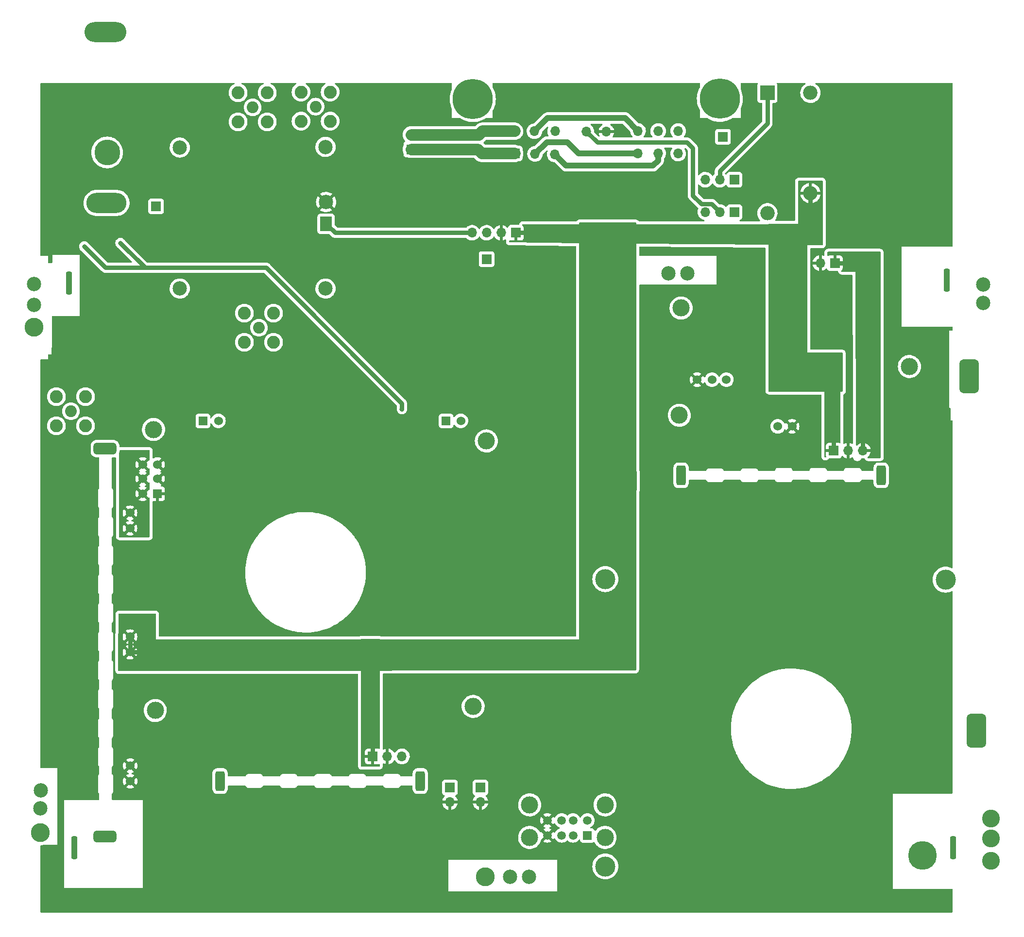
<source format=gbl>
G04 #@! TF.GenerationSoftware,KiCad,Pcbnew,(6.0.1)*
G04 #@! TF.CreationDate,2022-06-09T14:04:08-07:00*
G04 #@! TF.ProjectId,Motherboard_edgeCutsVer,4d6f7468-6572-4626-9f61-72645f656467,rev?*
G04 #@! TF.SameCoordinates,Original*
G04 #@! TF.FileFunction,Copper,L2,Bot*
G04 #@! TF.FilePolarity,Positive*
%FSLAX46Y46*%
G04 Gerber Fmt 4.6, Leading zero omitted, Abs format (unit mm)*
G04 Created by KiCad (PCBNEW (6.0.1)) date 2022-06-09 14:04:08*
%MOMM*%
%LPD*%
G01*
G04 APERTURE LIST*
G04 Aperture macros list*
%AMRoundRect*
0 Rectangle with rounded corners*
0 $1 Rounding radius*
0 $2 $3 $4 $5 $6 $7 $8 $9 X,Y pos of 4 corners*
0 Add a 4 corners polygon primitive as box body*
4,1,4,$2,$3,$4,$5,$6,$7,$8,$9,$2,$3,0*
0 Add four circle primitives for the rounded corners*
1,1,$1+$1,$2,$3*
1,1,$1+$1,$4,$5*
1,1,$1+$1,$6,$7*
1,1,$1+$1,$8,$9*
0 Add four rect primitives between the rounded corners*
20,1,$1+$1,$2,$3,$4,$5,0*
20,1,$1+$1,$4,$5,$6,$7,0*
20,1,$1+$1,$6,$7,$8,$9,0*
20,1,$1+$1,$8,$9,$2,$3,0*%
G04 Aperture macros list end*
G04 #@! TA.AperFunction,ComponentPad*
%ADD10R,1.700000X1.700000*%
G04 #@! TD*
G04 #@! TA.AperFunction,ComponentPad*
%ADD11C,2.050000*%
G04 #@! TD*
G04 #@! TA.AperFunction,ComponentPad*
%ADD12C,2.250000*%
G04 #@! TD*
G04 #@! TA.AperFunction,ComponentPad*
%ADD13R,2.500000X2.500000*%
G04 #@! TD*
G04 #@! TA.AperFunction,ComponentPad*
%ADD14O,2.500000X2.500000*%
G04 #@! TD*
G04 #@! TA.AperFunction,ComponentPad*
%ADD15O,1.700000X1.700000*%
G04 #@! TD*
G04 #@! TA.AperFunction,ComponentPad*
%ADD16C,5.000000*%
G04 #@! TD*
G04 #@! TA.AperFunction,ComponentPad*
%ADD17RoundRect,0.500000X1.500000X-0.500000X1.500000X0.500000X-1.500000X0.500000X-1.500000X-0.500000X0*%
G04 #@! TD*
G04 #@! TA.AperFunction,ComponentPad*
%ADD18C,1.524000*%
G04 #@! TD*
G04 #@! TA.AperFunction,ComponentPad*
%ADD19C,3.300000*%
G04 #@! TD*
G04 #@! TA.AperFunction,ComponentPad*
%ADD20C,2.500000*%
G04 #@! TD*
G04 #@! TA.AperFunction,ComponentPad*
%ADD21RoundRect,0.850000X-0.850000X-2.150000X0.850000X-2.150000X0.850000X2.150000X-0.850000X2.150000X0*%
G04 #@! TD*
G04 #@! TA.AperFunction,ComponentPad*
%ADD22O,7.000000X3.500000*%
G04 #@! TD*
G04 #@! TA.AperFunction,ComponentPad*
%ADD23O,7.300000X3.500000*%
G04 #@! TD*
G04 #@! TA.AperFunction,ComponentPad*
%ADD24C,4.500000*%
G04 #@! TD*
G04 #@! TA.AperFunction,ComponentPad*
%ADD25RoundRect,0.415500X0.415500X-1.315500X0.415500X1.315500X-0.415500X1.315500X-0.415500X-1.315500X0*%
G04 #@! TD*
G04 #@! TA.AperFunction,ComponentPad*
%ADD26RoundRect,0.850000X0.850000X2.150000X-0.850000X2.150000X-0.850000X-2.150000X0.850000X-2.150000X0*%
G04 #@! TD*
G04 #@! TA.AperFunction,ComponentPad*
%ADD27C,3.100000*%
G04 #@! TD*
G04 #@! TA.AperFunction,WasherPad*
%ADD28C,3.000000*%
G04 #@! TD*
G04 #@! TA.AperFunction,WasherPad*
%ADD29RoundRect,0.250000X-0.250000X-1.750000X0.250000X-1.750000X0.250000X1.750000X-0.250000X1.750000X0*%
G04 #@! TD*
G04 #@! TA.AperFunction,ComponentPad*
%ADD30R,1.524000X1.524000*%
G04 #@! TD*
G04 #@! TA.AperFunction,ComponentPad*
%ADD31R,1.500000X1.500000*%
G04 #@! TD*
G04 #@! TA.AperFunction,ComponentPad*
%ADD32C,1.500000*%
G04 #@! TD*
G04 #@! TA.AperFunction,ComponentPad*
%ADD33C,3.000000*%
G04 #@! TD*
G04 #@! TA.AperFunction,ComponentPad*
%ADD34C,3.500000*%
G04 #@! TD*
G04 #@! TA.AperFunction,ComponentPad*
%ADD35C,7.000000*%
G04 #@! TD*
G04 #@! TA.AperFunction,WasherPad*
%ADD36C,2.500000*%
G04 #@! TD*
G04 #@! TA.AperFunction,ComponentPad*
%ADD37R,2.000000X2.500000*%
G04 #@! TD*
G04 #@! TA.AperFunction,ViaPad*
%ADD38C,0.800000*%
G04 #@! TD*
G04 #@! TA.AperFunction,Conductor*
%ADD39C,0.750000*%
G04 #@! TD*
G04 #@! TA.AperFunction,Conductor*
%ADD40C,1.000000*%
G04 #@! TD*
G04 #@! TA.AperFunction,Conductor*
%ADD41C,2.000000*%
G04 #@! TD*
G04 APERTURE END LIST*
D10*
X206800000Y-92600000D03*
D11*
X177000000Y-66000000D03*
D12*
X174460000Y-63460000D03*
X179540000Y-63460000D03*
X179540000Y-68540000D03*
X174460000Y-68540000D03*
D13*
X255742500Y-63592500D03*
D14*
X255742500Y-84592500D03*
X263242500Y-81092500D03*
X263242500Y-63592500D03*
D10*
X267500000Y-93300000D03*
D15*
X264960000Y-93300000D03*
D16*
X282800000Y-196600000D03*
D17*
X140300000Y-125650000D03*
X140300000Y-193250000D03*
D18*
X144650000Y-161150000D03*
X144650000Y-158450000D03*
X144700000Y-183650000D03*
X144700000Y-180950000D03*
X144650000Y-136850000D03*
X144650000Y-139550000D03*
D19*
X127895000Y-104442500D03*
D20*
X127895000Y-100542500D03*
X127895000Y-96942500D03*
X238495000Y-95042500D03*
X241795000Y-95056448D03*
X293395000Y-97042500D03*
X293395000Y-100242500D03*
D21*
X290895000Y-113042500D03*
D22*
X140567500Y-82800000D03*
D23*
X140367500Y-53000000D03*
D24*
X140667500Y-74000000D03*
D11*
X134366000Y-119126000D03*
D12*
X131826000Y-116586000D03*
X136906000Y-116586000D03*
X131826000Y-121666000D03*
X136906000Y-121666000D03*
D10*
X267320000Y-126000000D03*
D15*
X269860000Y-126000000D03*
X272400000Y-126000000D03*
D25*
X240700000Y-130300000D03*
X275600000Y-130300000D03*
D10*
X205725000Y-184750000D03*
D15*
X205725000Y-187290000D03*
D10*
X250000000Y-78750000D03*
D15*
X247460000Y-78750000D03*
X244920000Y-78750000D03*
D26*
X292200000Y-174850000D03*
D27*
X294700000Y-190150000D03*
X294700000Y-193650000D03*
X294700000Y-197550000D03*
D20*
X214204026Y-200350000D03*
X210900000Y-200350000D03*
D19*
X206600000Y-200350000D03*
X129000000Y-192650000D03*
D20*
X129000000Y-188350000D03*
X129100000Y-185250000D03*
D28*
X240400000Y-119825000D03*
X240700000Y-101125000D03*
X280500000Y-111325000D03*
D18*
X248600000Y-113625000D03*
X246100000Y-113625000D03*
X260050000Y-121775000D03*
X243500000Y-113625000D03*
X257550000Y-121775000D03*
D29*
X288100000Y-195200000D03*
D28*
X206755000Y-124305000D03*
X148755000Y-122305000D03*
X149055000Y-171305000D03*
X204455000Y-170605000D03*
D18*
X146855000Y-133505000D03*
X146855000Y-130905000D03*
X146855000Y-128405000D03*
X149455000Y-130905000D03*
D30*
X149455000Y-133505000D03*
D18*
X149455000Y-128405000D03*
X160055000Y-120805000D03*
D30*
X157355000Y-120805000D03*
D18*
X202315000Y-120805000D03*
D30*
X199755000Y-120805000D03*
D10*
X248000000Y-71250000D03*
D31*
X224380000Y-193100000D03*
D32*
X221880000Y-193100000D03*
X219880000Y-193100000D03*
X217380000Y-193100000D03*
X224380000Y-190480000D03*
X221880000Y-190480000D03*
X219880000Y-190480000D03*
X217380000Y-190480000D03*
D33*
X214310000Y-187770000D03*
X214310000Y-193450000D03*
X227450000Y-193450000D03*
X227450000Y-187770000D03*
D10*
X149200000Y-83400000D03*
D34*
X286800000Y-148500000D03*
D10*
X211700000Y-74167500D03*
D15*
X215250000Y-74237500D03*
X218700000Y-74337500D03*
X233200000Y-74137500D03*
X236700000Y-74137500D03*
X240200000Y-74187500D03*
X211700000Y-70287500D03*
X215150000Y-70287500D03*
X218750000Y-70287500D03*
X224200000Y-70337500D03*
X227700000Y-70387500D03*
X233200000Y-70237500D03*
X236700000Y-70237500D03*
X240200000Y-70237500D03*
D35*
X247450000Y-64637500D03*
X204400000Y-64687500D03*
D29*
X134950000Y-195200000D03*
D10*
X200425000Y-184750000D03*
D15*
X200425000Y-187290000D03*
D10*
X186970000Y-179320000D03*
D15*
X189510000Y-179320000D03*
X192050000Y-179320000D03*
D25*
X195250000Y-183620000D03*
X160350000Y-183620000D03*
D10*
X250000000Y-84400000D03*
D15*
X247460000Y-84400000D03*
X244920000Y-84400000D03*
D29*
X287000000Y-96250000D03*
D10*
X211900000Y-88000000D03*
D15*
X209360000Y-88000000D03*
X206820000Y-88000000D03*
X204280000Y-88000000D03*
D29*
X134050000Y-96750000D03*
D10*
X193675000Y-73450000D03*
D15*
X193675000Y-70910000D03*
D34*
X227500000Y-148400000D03*
D36*
X178732000Y-97729000D03*
X153332000Y-73129000D03*
X178732000Y-73029000D03*
X153332000Y-97729000D03*
D37*
X178832000Y-86429000D03*
D20*
X178832000Y-82629000D03*
D11*
X166032000Y-66129000D03*
D12*
X163492000Y-68669000D03*
X163492000Y-63589000D03*
X168572000Y-63589000D03*
X168572000Y-68669000D03*
D11*
X167132000Y-104559000D03*
D12*
X169672000Y-102019000D03*
X169672000Y-107099000D03*
X164592000Y-102019000D03*
X164592000Y-107099000D03*
D34*
X227500000Y-198500000D03*
D38*
X286150000Y-174250000D03*
X225940000Y-204410000D03*
X217380000Y-187810000D03*
X268300000Y-65700000D03*
X240500000Y-105250000D03*
X150900000Y-88100000D03*
X240000000Y-91000000D03*
X270100000Y-85900000D03*
X130600000Y-84900000D03*
X217900000Y-153400000D03*
X130700000Y-64800000D03*
X130500000Y-112200000D03*
X192050000Y-118750000D03*
X136700000Y-90400000D03*
X143000000Y-89800000D03*
D39*
X247460000Y-78750000D02*
X247460000Y-77240000D01*
X247460000Y-77240000D02*
X255742500Y-68957500D01*
X255742500Y-68957500D02*
X255742500Y-63592500D01*
X263242500Y-87257500D02*
X262500000Y-88000000D01*
X265300000Y-113100000D02*
X267370000Y-115170000D01*
X258600000Y-88000000D02*
X258600000Y-107500000D01*
X186970000Y-163630000D02*
X186970000Y-179320000D01*
X224800000Y-160500000D02*
X224200000Y-161100000D01*
X224200000Y-161100000D02*
X214900000Y-161100000D01*
X222800000Y-88000000D02*
X224800000Y-90000000D01*
X258600000Y-88000000D02*
X222700000Y-88000000D01*
X222700000Y-88000000D02*
X222800000Y-88000000D01*
X262500000Y-88000000D02*
X258600000Y-88000000D01*
X189450000Y-161150000D02*
X214850000Y-161150000D01*
X214850000Y-161150000D02*
X214900000Y-161100000D01*
X224800000Y-90000000D02*
X224800000Y-160500000D01*
X267370000Y-122320000D02*
X267320000Y-122370000D01*
X144650000Y-161150000D02*
X189450000Y-161150000D01*
X214900000Y-161100000D02*
X214500000Y-161100000D01*
X189450000Y-161150000D02*
X186970000Y-163630000D01*
X258600000Y-107500000D02*
X264200000Y-113100000D01*
X144650000Y-161150000D02*
X144650000Y-158450000D01*
X267320000Y-122370000D02*
X267320000Y-126000000D01*
X267370000Y-115170000D02*
X267370000Y-122320000D01*
X211900000Y-88000000D02*
X222700000Y-88000000D01*
X263242500Y-81092500D02*
X263242500Y-87257500D01*
X264200000Y-113100000D02*
X265300000Y-113100000D01*
X272400000Y-93900000D02*
X272400000Y-126000000D01*
X267500000Y-93300000D02*
X271800000Y-93300000D01*
X271800000Y-93300000D02*
X272400000Y-93900000D01*
X192050000Y-118750000D02*
X192050000Y-117750000D01*
X168400000Y-94100000D02*
X147300000Y-94100000D01*
X192050000Y-117750000D02*
X168400000Y-94100000D01*
X140400000Y-94100000D02*
X136700000Y-90400000D01*
X147300000Y-94100000D02*
X140400000Y-94100000D01*
X143000000Y-89800000D02*
X147300000Y-94100000D01*
D40*
X236700000Y-75400000D02*
X236700000Y-74137500D01*
X220662500Y-76300000D02*
X235800000Y-76300000D01*
X218700000Y-74337500D02*
X220662500Y-76300000D01*
X235800000Y-76300000D02*
X236700000Y-75400000D01*
D41*
X205992500Y-74167500D02*
X205275000Y-73450000D01*
X211700000Y-74167500D02*
X205992500Y-74167500D01*
X205275000Y-73450000D02*
X193675000Y-73450000D01*
X206097500Y-70287500D02*
X205475000Y-70910000D01*
X205475000Y-70910000D02*
X193675000Y-70910000D01*
X211700000Y-70287500D02*
X206097500Y-70287500D01*
D40*
X233200000Y-74137500D02*
X222837500Y-74137500D01*
X222837500Y-74137500D02*
X220900000Y-72200000D01*
X220900000Y-72200000D02*
X217287500Y-72200000D01*
X217287500Y-72200000D02*
X215250000Y-74237500D01*
X217437500Y-68000000D02*
X230962500Y-68000000D01*
X215150000Y-70287500D02*
X217437500Y-68000000D01*
X230962500Y-68000000D02*
X233200000Y-70237500D01*
D39*
X241750000Y-72250000D02*
X242750000Y-73250000D01*
X246035489Y-82975489D02*
X247460000Y-84400000D01*
X244225489Y-82975489D02*
X246035489Y-82975489D01*
X242750000Y-73250000D02*
X242750000Y-81500000D01*
X242750000Y-81500000D02*
X244225489Y-82975489D01*
X226112500Y-72250000D02*
X241750000Y-72250000D01*
X224200000Y-70337500D02*
X226112500Y-72250000D01*
X204280000Y-88000000D02*
X180403000Y-88000000D01*
X180403000Y-88000000D02*
X178832000Y-86429000D01*
G04 #@! TA.AperFunction,Conductor*
G36*
X162856451Y-61870002D02*
G01*
X162902944Y-61923658D01*
X162913048Y-61993932D01*
X162883554Y-62058512D01*
X162836548Y-62092409D01*
X162752687Y-62127145D01*
X162752683Y-62127147D01*
X162748113Y-62129040D01*
X162743893Y-62131626D01*
X162739392Y-62134384D01*
X162528884Y-62263384D01*
X162333369Y-62430369D01*
X162166384Y-62625884D01*
X162032040Y-62845113D01*
X162030147Y-62849683D01*
X162030145Y-62849687D01*
X161987078Y-62953660D01*
X161933645Y-63082660D01*
X161927529Y-63108137D01*
X161874914Y-63327294D01*
X161873622Y-63332674D01*
X161853449Y-63589000D01*
X161873622Y-63845326D01*
X161874776Y-63850133D01*
X161874777Y-63850139D01*
X161902675Y-63966340D01*
X161933645Y-64095340D01*
X161935538Y-64099911D01*
X161935539Y-64099913D01*
X162017979Y-64298940D01*
X162032040Y-64332887D01*
X162166384Y-64552116D01*
X162333369Y-64747631D01*
X162528884Y-64914616D01*
X162748113Y-65048960D01*
X162752683Y-65050853D01*
X162752687Y-65050855D01*
X162961742Y-65137448D01*
X162985660Y-65147355D01*
X163072502Y-65168204D01*
X163230861Y-65206223D01*
X163230867Y-65206224D01*
X163235674Y-65207378D01*
X163492000Y-65227551D01*
X163748326Y-65207378D01*
X163753133Y-65206224D01*
X163753139Y-65206223D01*
X163911498Y-65168204D01*
X163998340Y-65147355D01*
X164022258Y-65137448D01*
X164231313Y-65050855D01*
X164231317Y-65050853D01*
X164235887Y-65048960D01*
X164455116Y-64914616D01*
X164650631Y-64747631D01*
X164817616Y-64552116D01*
X164951960Y-64332887D01*
X164966022Y-64298940D01*
X165048461Y-64099913D01*
X165048462Y-64099911D01*
X165050355Y-64095340D01*
X165081325Y-63966340D01*
X165109223Y-63850139D01*
X165109224Y-63850133D01*
X165110378Y-63845326D01*
X165130551Y-63589000D01*
X165110378Y-63332674D01*
X165109087Y-63327294D01*
X165056471Y-63108137D01*
X165050355Y-63082660D01*
X164996922Y-62953660D01*
X164953855Y-62849687D01*
X164953853Y-62849683D01*
X164951960Y-62845113D01*
X164817616Y-62625884D01*
X164650631Y-62430369D01*
X164455116Y-62263384D01*
X164244608Y-62134384D01*
X164240107Y-62131626D01*
X164235887Y-62129040D01*
X164231317Y-62127147D01*
X164231313Y-62127145D01*
X164147452Y-62092409D01*
X164092171Y-62047861D01*
X164069750Y-61980497D01*
X164087308Y-61911706D01*
X164139270Y-61863328D01*
X164195670Y-61850000D01*
X167868330Y-61850000D01*
X167936451Y-61870002D01*
X167982944Y-61923658D01*
X167993048Y-61993932D01*
X167963554Y-62058512D01*
X167916548Y-62092409D01*
X167832687Y-62127145D01*
X167832683Y-62127147D01*
X167828113Y-62129040D01*
X167823893Y-62131626D01*
X167819392Y-62134384D01*
X167608884Y-62263384D01*
X167413369Y-62430369D01*
X167246384Y-62625884D01*
X167112040Y-62845113D01*
X167110147Y-62849683D01*
X167110145Y-62849687D01*
X167067078Y-62953660D01*
X167013645Y-63082660D01*
X167007529Y-63108137D01*
X166954914Y-63327294D01*
X166953622Y-63332674D01*
X166933449Y-63589000D01*
X166953622Y-63845326D01*
X166954776Y-63850133D01*
X166954777Y-63850139D01*
X166982675Y-63966340D01*
X167013645Y-64095340D01*
X167015538Y-64099911D01*
X167015539Y-64099913D01*
X167097979Y-64298940D01*
X167112040Y-64332887D01*
X167246384Y-64552116D01*
X167413369Y-64747631D01*
X167608884Y-64914616D01*
X167828113Y-65048960D01*
X167832683Y-65050853D01*
X167832687Y-65050855D01*
X168041742Y-65137448D01*
X168065660Y-65147355D01*
X168152502Y-65168204D01*
X168310861Y-65206223D01*
X168310867Y-65206224D01*
X168315674Y-65207378D01*
X168572000Y-65227551D01*
X168828326Y-65207378D01*
X168833133Y-65206224D01*
X168833139Y-65206223D01*
X168991498Y-65168204D01*
X169078340Y-65147355D01*
X169102258Y-65137448D01*
X169311313Y-65050855D01*
X169311317Y-65050853D01*
X169315887Y-65048960D01*
X169535116Y-64914616D01*
X169730631Y-64747631D01*
X169897616Y-64552116D01*
X170031960Y-64332887D01*
X170046022Y-64298940D01*
X170128461Y-64099913D01*
X170128462Y-64099911D01*
X170130355Y-64095340D01*
X170161325Y-63966340D01*
X170189223Y-63850139D01*
X170189224Y-63850133D01*
X170190378Y-63845326D01*
X170210551Y-63589000D01*
X170190378Y-63332674D01*
X170189087Y-63327294D01*
X170136471Y-63108137D01*
X170130355Y-63082660D01*
X170076922Y-62953660D01*
X170033855Y-62849687D01*
X170033853Y-62849683D01*
X170031960Y-62845113D01*
X169897616Y-62625884D01*
X169730631Y-62430369D01*
X169535116Y-62263384D01*
X169324608Y-62134384D01*
X169320107Y-62131626D01*
X169315887Y-62129040D01*
X169311317Y-62127147D01*
X169311313Y-62127145D01*
X169227452Y-62092409D01*
X169172171Y-62047861D01*
X169149750Y-61980497D01*
X169167308Y-61911706D01*
X169219270Y-61863328D01*
X169275670Y-61850000D01*
X173514193Y-61850000D01*
X173582314Y-61870002D01*
X173628807Y-61923658D01*
X173638911Y-61993932D01*
X173609417Y-62058512D01*
X173580028Y-62083432D01*
X173501110Y-62131793D01*
X173501099Y-62131801D01*
X173496884Y-62134384D01*
X173301369Y-62301369D01*
X173134384Y-62496884D01*
X173000040Y-62716113D01*
X172998147Y-62720683D01*
X172998145Y-62720687D01*
X172944712Y-62849687D01*
X172901645Y-62953660D01*
X172882608Y-63032955D01*
X172864264Y-63109365D01*
X172841622Y-63203674D01*
X172821449Y-63460000D01*
X172841622Y-63716326D01*
X172842776Y-63721133D01*
X172842777Y-63721139D01*
X172872592Y-63845326D01*
X172901645Y-63966340D01*
X172903538Y-63970911D01*
X172903539Y-63970913D01*
X172995622Y-64193220D01*
X173000040Y-64203887D01*
X173134384Y-64423116D01*
X173301369Y-64618631D01*
X173496884Y-64785616D01*
X173716113Y-64919960D01*
X173720683Y-64921853D01*
X173720687Y-64921855D01*
X173949087Y-65016461D01*
X173953660Y-65018355D01*
X173987091Y-65026381D01*
X174198861Y-65077223D01*
X174198867Y-65077224D01*
X174203674Y-65078378D01*
X174460000Y-65098551D01*
X174716326Y-65078378D01*
X174721133Y-65077224D01*
X174721139Y-65077223D01*
X174932909Y-65026381D01*
X174966340Y-65018355D01*
X174970913Y-65016461D01*
X175199313Y-64921855D01*
X175199317Y-64921853D01*
X175203887Y-64919960D01*
X175423116Y-64785616D01*
X175618631Y-64618631D01*
X175785616Y-64423116D01*
X175919960Y-64203887D01*
X175924379Y-64193220D01*
X176016461Y-63970913D01*
X176016462Y-63970911D01*
X176018355Y-63966340D01*
X176047408Y-63845326D01*
X176077223Y-63721139D01*
X176077224Y-63721133D01*
X176078378Y-63716326D01*
X176098551Y-63460000D01*
X176078378Y-63203674D01*
X176055737Y-63109365D01*
X176037392Y-63032955D01*
X176018355Y-62953660D01*
X175975288Y-62849687D01*
X175921855Y-62720687D01*
X175921853Y-62720683D01*
X175919960Y-62716113D01*
X175785616Y-62496884D01*
X175618631Y-62301369D01*
X175423116Y-62134384D01*
X175418901Y-62131801D01*
X175418890Y-62131793D01*
X175339972Y-62083432D01*
X175292341Y-62030785D01*
X175280734Y-61960743D01*
X175308837Y-61895546D01*
X175367728Y-61855892D01*
X175405807Y-61850000D01*
X178594193Y-61850000D01*
X178662314Y-61870002D01*
X178708807Y-61923658D01*
X178718911Y-61993932D01*
X178689417Y-62058512D01*
X178660028Y-62083432D01*
X178581110Y-62131793D01*
X178581099Y-62131801D01*
X178576884Y-62134384D01*
X178381369Y-62301369D01*
X178214384Y-62496884D01*
X178080040Y-62716113D01*
X178078147Y-62720683D01*
X178078145Y-62720687D01*
X178024712Y-62849687D01*
X177981645Y-62953660D01*
X177962608Y-63032955D01*
X177944264Y-63109365D01*
X177921622Y-63203674D01*
X177901449Y-63460000D01*
X177921622Y-63716326D01*
X177922776Y-63721133D01*
X177922777Y-63721139D01*
X177952592Y-63845326D01*
X177981645Y-63966340D01*
X177983538Y-63970911D01*
X177983539Y-63970913D01*
X178075622Y-64193220D01*
X178080040Y-64203887D01*
X178214384Y-64423116D01*
X178381369Y-64618631D01*
X178576884Y-64785616D01*
X178796113Y-64919960D01*
X178800683Y-64921853D01*
X178800687Y-64921855D01*
X179029087Y-65016461D01*
X179033660Y-65018355D01*
X179067091Y-65026381D01*
X179278861Y-65077223D01*
X179278867Y-65077224D01*
X179283674Y-65078378D01*
X179540000Y-65098551D01*
X179796326Y-65078378D01*
X179801133Y-65077224D01*
X179801139Y-65077223D01*
X180012909Y-65026381D01*
X180046340Y-65018355D01*
X180050913Y-65016461D01*
X180279313Y-64921855D01*
X180279317Y-64921853D01*
X180283887Y-64919960D01*
X180503116Y-64785616D01*
X180698631Y-64618631D01*
X180865616Y-64423116D01*
X180999960Y-64203887D01*
X181004379Y-64193220D01*
X181096461Y-63970913D01*
X181096462Y-63970911D01*
X181098355Y-63966340D01*
X181127408Y-63845326D01*
X181157223Y-63721139D01*
X181157224Y-63721133D01*
X181158378Y-63716326D01*
X181178551Y-63460000D01*
X181158378Y-63203674D01*
X181135737Y-63109365D01*
X181117392Y-63032955D01*
X181098355Y-62953660D01*
X181055288Y-62849687D01*
X181001855Y-62720687D01*
X181001853Y-62720683D01*
X180999960Y-62716113D01*
X180865616Y-62496884D01*
X180698631Y-62301369D01*
X180503116Y-62134384D01*
X180498901Y-62131801D01*
X180498890Y-62131793D01*
X180419972Y-62083432D01*
X180372341Y-62030785D01*
X180360734Y-61960743D01*
X180388837Y-61895546D01*
X180447728Y-61855892D01*
X180485807Y-61850000D01*
X200624000Y-61850000D01*
X200692121Y-61870002D01*
X200738614Y-61923658D01*
X200750000Y-61976000D01*
X200750000Y-62997845D01*
X200737248Y-63053079D01*
X200711203Y-63106480D01*
X200710131Y-63109364D01*
X200710130Y-63109365D01*
X200592013Y-63426972D01*
X200574527Y-63473989D01*
X200474367Y-63853081D01*
X200464981Y-63911034D01*
X200420269Y-64187092D01*
X200411677Y-64240138D01*
X200411483Y-64243218D01*
X200411483Y-64243220D01*
X200388427Y-64609696D01*
X200387057Y-64631465D01*
X200387165Y-64634554D01*
X200400608Y-65019510D01*
X200400741Y-65023327D01*
X200401147Y-65026371D01*
X200401148Y-65026381D01*
X200418534Y-65156682D01*
X200452599Y-65411984D01*
X200453299Y-65414968D01*
X200453300Y-65414974D01*
X200531092Y-65746638D01*
X200542136Y-65793725D01*
X200668496Y-66164907D01*
X200669770Y-66167715D01*
X200738746Y-66319772D01*
X200750000Y-66371823D01*
X200750000Y-67987500D01*
X202080534Y-67987500D01*
X202147304Y-68006646D01*
X202442056Y-68190828D01*
X202793266Y-68365170D01*
X203159812Y-68504407D01*
X203538195Y-68607212D01*
X203790902Y-68649954D01*
X203921783Y-68672091D01*
X203921786Y-68672091D01*
X203924805Y-68672602D01*
X204079444Y-68683416D01*
X204312885Y-68699740D01*
X204312893Y-68699740D01*
X204315951Y-68699954D01*
X204568037Y-68692913D01*
X204704825Y-68689092D01*
X204704828Y-68689092D01*
X204707899Y-68689006D01*
X204710952Y-68688620D01*
X204710956Y-68688620D01*
X204866260Y-68669000D01*
X205096908Y-68639862D01*
X205099912Y-68639180D01*
X205099915Y-68639179D01*
X205476269Y-68553674D01*
X205476275Y-68553672D01*
X205479265Y-68552993D01*
X205503503Y-68544930D01*
X205848396Y-68430200D01*
X205848402Y-68430198D01*
X205851320Y-68429227D01*
X205899309Y-68407861D01*
X206206722Y-68270992D01*
X206206728Y-68270989D01*
X206209522Y-68269745D01*
X206295343Y-68220992D01*
X206547779Y-68077589D01*
X206547787Y-68077584D01*
X206550452Y-68076070D01*
X206617055Y-68029087D01*
X206643347Y-68010540D01*
X206715977Y-67987500D01*
X207850000Y-67987500D01*
X207850000Y-66768819D01*
X207869615Y-66701304D01*
X207887924Y-66672454D01*
X207889574Y-66669854D01*
X208066363Y-66319870D01*
X208067473Y-66317009D01*
X208207041Y-65957181D01*
X208207044Y-65957172D01*
X208208156Y-65954305D01*
X208313600Y-65576648D01*
X208381688Y-65190504D01*
X208392778Y-65046374D01*
X208411619Y-64801513D01*
X208411619Y-64801502D01*
X208411769Y-64799559D01*
X208413334Y-64687500D01*
X208412378Y-64667939D01*
X208396197Y-64337107D01*
X208394180Y-64295867D01*
X208336901Y-63907973D01*
X208242043Y-63527519D01*
X208110512Y-63158137D01*
X207963214Y-62845113D01*
X207944876Y-62806142D01*
X207944875Y-62806141D01*
X207943564Y-62803354D01*
X207936748Y-62791919D01*
X207867771Y-62676210D01*
X207850000Y-62611693D01*
X207850000Y-61976000D01*
X207870002Y-61907879D01*
X207923658Y-61861386D01*
X207976000Y-61850000D01*
X243874000Y-61850000D01*
X243942121Y-61870002D01*
X243988614Y-61923658D01*
X244000000Y-61976000D01*
X244000000Y-62559645D01*
X243981318Y-62625667D01*
X243933089Y-62704062D01*
X243761203Y-63056480D01*
X243760131Y-63059364D01*
X243760130Y-63059365D01*
X243751906Y-63081480D01*
X243624527Y-63423989D01*
X243524367Y-63803081D01*
X243501531Y-63944072D01*
X243482147Y-64063756D01*
X243461677Y-64190138D01*
X243461483Y-64193218D01*
X243461483Y-64193220D01*
X243438667Y-64555881D01*
X243437057Y-64581465D01*
X243438803Y-64631465D01*
X243450025Y-64952816D01*
X243450741Y-64973327D01*
X243451147Y-64976371D01*
X243451148Y-64976381D01*
X243472639Y-65137448D01*
X243502599Y-65361984D01*
X243503299Y-65364968D01*
X243503300Y-65364974D01*
X243517299Y-65424658D01*
X243592136Y-65743725D01*
X243718496Y-66114907D01*
X243880475Y-66471987D01*
X243882020Y-66474663D01*
X243983119Y-66649772D01*
X244000000Y-66712772D01*
X244000000Y-67987500D01*
X245210550Y-67987500D01*
X245277320Y-68006646D01*
X245492056Y-68140828D01*
X245843266Y-68315170D01*
X246209812Y-68454407D01*
X246588195Y-68557212D01*
X246879060Y-68606408D01*
X246971783Y-68622091D01*
X246971786Y-68622091D01*
X246974805Y-68622602D01*
X247129444Y-68633416D01*
X247362885Y-68649740D01*
X247362893Y-68649740D01*
X247365951Y-68649954D01*
X247618037Y-68642913D01*
X247754825Y-68639092D01*
X247754828Y-68639092D01*
X247757899Y-68639006D01*
X247760952Y-68638620D01*
X247760956Y-68638620D01*
X247902576Y-68620729D01*
X248146908Y-68589862D01*
X248149912Y-68589180D01*
X248149915Y-68589179D01*
X248526269Y-68503674D01*
X248526275Y-68503672D01*
X248529265Y-68502993D01*
X248532184Y-68502022D01*
X248898396Y-68380200D01*
X248898402Y-68380198D01*
X248901320Y-68379227D01*
X248932893Y-68365170D01*
X249256722Y-68220992D01*
X249256728Y-68220989D01*
X249259522Y-68219745D01*
X249262191Y-68218229D01*
X249597784Y-68027586D01*
X249597790Y-68027583D01*
X249600452Y-68026070D01*
X249622467Y-68010540D01*
X249695098Y-67987500D01*
X251100000Y-67987500D01*
X251100000Y-66332281D01*
X251113536Y-66275467D01*
X251114976Y-66272617D01*
X251114981Y-66272607D01*
X251116363Y-66269870D01*
X251117470Y-66267016D01*
X251117474Y-66267007D01*
X251257041Y-65907181D01*
X251257044Y-65907172D01*
X251258156Y-65904305D01*
X251363600Y-65526648D01*
X251421447Y-65198581D01*
X251431156Y-65143522D01*
X251431156Y-65143519D01*
X251431688Y-65140504D01*
X251454290Y-64846757D01*
X251461619Y-64751513D01*
X251461619Y-64751502D01*
X251461769Y-64749559D01*
X251463334Y-64637500D01*
X251462569Y-64621844D01*
X251447089Y-64305348D01*
X251444180Y-64245867D01*
X251386901Y-63857973D01*
X251385682Y-63853081D01*
X251321499Y-63595660D01*
X251292043Y-63477519D01*
X251287561Y-63464930D01*
X251227989Y-63297634D01*
X251160512Y-63108137D01*
X251111992Y-63005026D01*
X251100000Y-62951378D01*
X251100000Y-61976000D01*
X251120002Y-61907879D01*
X251173658Y-61861386D01*
X251226000Y-61850000D01*
X253974208Y-61850000D01*
X254042329Y-61870002D01*
X254088822Y-61923658D01*
X254098926Y-61993932D01*
X254075035Y-62051563D01*
X254041885Y-62095795D01*
X253990755Y-62232184D01*
X253984000Y-62294366D01*
X253984000Y-64890634D01*
X253990755Y-64952816D01*
X254041885Y-65089205D01*
X254129239Y-65205761D01*
X254245795Y-65293115D01*
X254382184Y-65344245D01*
X254444366Y-65351000D01*
X254733000Y-65351000D01*
X254801121Y-65371002D01*
X254847614Y-65424658D01*
X254859000Y-65477000D01*
X254859000Y-68539353D01*
X254838998Y-68607474D01*
X254822095Y-68628448D01*
X250855816Y-72594726D01*
X246891454Y-76559088D01*
X246876426Y-76571925D01*
X246865566Y-76579815D01*
X246861145Y-76584725D01*
X246861144Y-76584726D01*
X246821114Y-76629184D01*
X246816573Y-76633969D01*
X246802528Y-76648014D01*
X246800444Y-76650588D01*
X246800441Y-76650591D01*
X246790031Y-76663446D01*
X246785747Y-76668462D01*
X246745717Y-76712920D01*
X246745713Y-76712925D01*
X246741296Y-76717831D01*
X246734791Y-76729097D01*
X246734589Y-76729448D01*
X246723391Y-76745741D01*
X246714953Y-76756161D01*
X246684787Y-76815363D01*
X246681654Y-76821133D01*
X246651740Y-76872945D01*
X246651738Y-76872950D01*
X246648436Y-76878669D01*
X246646395Y-76884949D01*
X246646392Y-76884957D01*
X246644292Y-76891421D01*
X246636728Y-76909683D01*
X246633637Y-76915749D01*
X246633634Y-76915758D01*
X246630638Y-76921637D01*
X246628929Y-76928015D01*
X246613444Y-76985804D01*
X246611578Y-76992106D01*
X246591046Y-77055298D01*
X246590356Y-77061866D01*
X246589645Y-77068628D01*
X246586042Y-77088071D01*
X246582570Y-77101029D01*
X246582225Y-77107619D01*
X246582224Y-77107623D01*
X246579093Y-77167367D01*
X246578577Y-77173931D01*
X246576500Y-77193694D01*
X246576500Y-77213555D01*
X246576327Y-77220150D01*
X246573859Y-77267248D01*
X246572850Y-77286493D01*
X246574949Y-77299744D01*
X246576500Y-77319456D01*
X246576500Y-77657576D01*
X246556498Y-77725697D01*
X246541594Y-77744627D01*
X246461280Y-77828671D01*
X246400629Y-77892138D01*
X246293201Y-78049621D01*
X246238293Y-78094621D01*
X246167768Y-78102792D01*
X246104021Y-78071538D01*
X246083324Y-78047054D01*
X246002822Y-77922617D01*
X246002820Y-77922614D01*
X246000014Y-77918277D01*
X245849670Y-77753051D01*
X245845619Y-77749852D01*
X245845615Y-77749848D01*
X245678414Y-77617800D01*
X245678410Y-77617798D01*
X245674359Y-77614598D01*
X245478789Y-77506638D01*
X245473920Y-77504914D01*
X245473916Y-77504912D01*
X245273087Y-77433795D01*
X245273083Y-77433794D01*
X245268212Y-77432069D01*
X245263119Y-77431162D01*
X245263116Y-77431161D01*
X245053373Y-77393800D01*
X245053367Y-77393799D01*
X245048284Y-77392894D01*
X244974452Y-77391992D01*
X244830081Y-77390228D01*
X244830079Y-77390228D01*
X244824911Y-77390165D01*
X244604091Y-77423955D01*
X244391756Y-77493357D01*
X244193607Y-77596507D01*
X244189474Y-77599610D01*
X244189471Y-77599612D01*
X244019100Y-77727530D01*
X244014965Y-77730635D01*
X243860629Y-77892138D01*
X243857712Y-77896414D01*
X243857423Y-77896771D01*
X243799010Y-77937125D01*
X243728053Y-77939493D01*
X243667080Y-77903122D01*
X243635450Y-77839560D01*
X243633500Y-77817480D01*
X243633500Y-73329457D01*
X243635051Y-73309745D01*
X243636118Y-73303008D01*
X243637150Y-73296493D01*
X243636546Y-73284955D01*
X243633673Y-73230150D01*
X243633500Y-73223555D01*
X243633500Y-73203694D01*
X243631423Y-73183931D01*
X243630907Y-73177367D01*
X243627776Y-73117629D01*
X243627776Y-73117628D01*
X243627430Y-73111029D01*
X243623959Y-73098074D01*
X243620357Y-73078639D01*
X243619645Y-73071869D01*
X243619644Y-73071865D01*
X243618954Y-73065298D01*
X243598418Y-73002092D01*
X243596567Y-72995845D01*
X243579362Y-72931638D01*
X243576369Y-72925763D01*
X243576366Y-72925756D01*
X243573273Y-72919686D01*
X243565712Y-72901431D01*
X243563607Y-72894955D01*
X243563605Y-72894951D01*
X243561564Y-72888669D01*
X243558265Y-72882954D01*
X243558260Y-72882944D01*
X243528349Y-72831139D01*
X243525214Y-72825367D01*
X243495048Y-72766161D01*
X243486607Y-72755737D01*
X243475412Y-72739449D01*
X243472005Y-72733548D01*
X243472004Y-72733547D01*
X243468704Y-72727831D01*
X243464287Y-72722925D01*
X243464283Y-72722920D01*
X243424253Y-72678462D01*
X243419969Y-72673447D01*
X243409548Y-72660579D01*
X243407472Y-72658015D01*
X243393436Y-72643979D01*
X243388895Y-72639194D01*
X243348856Y-72594726D01*
X243348855Y-72594725D01*
X243344434Y-72589815D01*
X243333574Y-72581925D01*
X243318545Y-72569088D01*
X242897591Y-72148134D01*
X246641500Y-72148134D01*
X246648255Y-72210316D01*
X246699385Y-72346705D01*
X246786739Y-72463261D01*
X246903295Y-72550615D01*
X247039684Y-72601745D01*
X247101866Y-72608500D01*
X248898134Y-72608500D01*
X248960316Y-72601745D01*
X249096705Y-72550615D01*
X249213261Y-72463261D01*
X249300615Y-72346705D01*
X249351745Y-72210316D01*
X249358500Y-72148134D01*
X249358500Y-70351866D01*
X249351745Y-70289684D01*
X249300615Y-70153295D01*
X249213261Y-70036739D01*
X249096705Y-69949385D01*
X248960316Y-69898255D01*
X248898134Y-69891500D01*
X247101866Y-69891500D01*
X247039684Y-69898255D01*
X246903295Y-69949385D01*
X246786739Y-70036739D01*
X246699385Y-70153295D01*
X246648255Y-70289684D01*
X246641500Y-70351866D01*
X246641500Y-72148134D01*
X242897591Y-72148134D01*
X242430908Y-71681450D01*
X242418068Y-71666416D01*
X242414068Y-71660910D01*
X242414066Y-71660908D01*
X242410185Y-71655566D01*
X242400150Y-71646530D01*
X242360816Y-71611114D01*
X242356031Y-71606573D01*
X242341986Y-71592528D01*
X242339409Y-71590441D01*
X242326554Y-71580031D01*
X242321538Y-71575747D01*
X242277080Y-71535717D01*
X242277075Y-71535713D01*
X242272169Y-71531296D01*
X242260552Y-71524589D01*
X242244259Y-71513391D01*
X242238971Y-71509109D01*
X242233839Y-71504953D01*
X242174637Y-71474787D01*
X242168867Y-71471654D01*
X242117055Y-71441740D01*
X242117050Y-71441738D01*
X242111331Y-71438436D01*
X242105051Y-71436395D01*
X242105043Y-71436392D01*
X242098579Y-71434292D01*
X242080317Y-71426728D01*
X242074251Y-71423637D01*
X242074242Y-71423634D01*
X242068363Y-71420638D01*
X242047692Y-71415099D01*
X242004196Y-71403444D01*
X241997894Y-71401578D01*
X241934702Y-71381046D01*
X241921372Y-71379645D01*
X241901929Y-71376042D01*
X241888971Y-71372570D01*
X241882381Y-71372225D01*
X241882377Y-71372224D01*
X241838427Y-71369921D01*
X241822628Y-71369093D01*
X241816069Y-71368577D01*
X241796306Y-71366500D01*
X241776445Y-71366500D01*
X241769850Y-71366327D01*
X241710098Y-71363195D01*
X241710094Y-71363195D01*
X241703507Y-71362850D01*
X241690253Y-71364949D01*
X241670544Y-71366500D01*
X241296670Y-71366500D01*
X241228549Y-71346498D01*
X241182056Y-71292842D01*
X241171952Y-71222568D01*
X241201446Y-71157988D01*
X241207730Y-71151249D01*
X241234435Y-71124637D01*
X241238096Y-71120989D01*
X241257835Y-71093520D01*
X241365435Y-70943777D01*
X241368453Y-70939577D01*
X241386968Y-70902116D01*
X241465136Y-70743953D01*
X241465137Y-70743951D01*
X241467430Y-70739311D01*
X241532370Y-70525569D01*
X241561529Y-70304090D01*
X241561928Y-70287766D01*
X241563074Y-70240865D01*
X241563074Y-70240861D01*
X241563156Y-70237500D01*
X241544852Y-70014861D01*
X241490431Y-69798202D01*
X241401354Y-69593340D01*
X241344707Y-69505777D01*
X241282822Y-69410117D01*
X241282820Y-69410114D01*
X241280014Y-69405777D01*
X241129670Y-69240551D01*
X241125619Y-69237352D01*
X241125615Y-69237348D01*
X240958414Y-69105300D01*
X240958410Y-69105298D01*
X240954359Y-69102098D01*
X240939940Y-69094138D01*
X240844636Y-69041528D01*
X240758789Y-68994138D01*
X240753920Y-68992414D01*
X240753916Y-68992412D01*
X240553087Y-68921295D01*
X240553083Y-68921294D01*
X240548212Y-68919569D01*
X240543119Y-68918662D01*
X240543116Y-68918661D01*
X240333373Y-68881300D01*
X240333367Y-68881299D01*
X240328284Y-68880394D01*
X240254452Y-68879492D01*
X240110081Y-68877728D01*
X240110079Y-68877728D01*
X240104911Y-68877665D01*
X239884091Y-68911455D01*
X239671756Y-68980857D01*
X239621388Y-69007077D01*
X239522552Y-69058528D01*
X239473607Y-69084007D01*
X239469474Y-69087110D01*
X239469471Y-69087112D01*
X239299100Y-69215030D01*
X239294965Y-69218135D01*
X239291393Y-69221873D01*
X239204747Y-69312543D01*
X239140629Y-69379638D01*
X239137715Y-69383910D01*
X239137714Y-69383911D01*
X239086175Y-69459465D01*
X239014743Y-69564180D01*
X238993520Y-69609901D01*
X238923862Y-69759968D01*
X238920688Y-69766805D01*
X238860989Y-69982070D01*
X238837251Y-70204195D01*
X238837548Y-70209348D01*
X238837548Y-70209351D01*
X238848224Y-70394499D01*
X238850110Y-70427215D01*
X238851247Y-70432261D01*
X238851248Y-70432267D01*
X238863509Y-70486672D01*
X238899222Y-70645139D01*
X238983266Y-70852116D01*
X239099987Y-71042588D01*
X239103366Y-71046489D01*
X239103372Y-71046497D01*
X239199962Y-71158003D01*
X239229445Y-71222588D01*
X239219330Y-71292860D01*
X239172829Y-71346509D01*
X239104725Y-71366500D01*
X237796670Y-71366500D01*
X237728549Y-71346498D01*
X237682056Y-71292842D01*
X237671952Y-71222568D01*
X237701446Y-71157988D01*
X237707730Y-71151249D01*
X237734435Y-71124637D01*
X237738096Y-71120989D01*
X237757835Y-71093520D01*
X237865435Y-70943777D01*
X237868453Y-70939577D01*
X237886968Y-70902116D01*
X237965136Y-70743953D01*
X237965137Y-70743951D01*
X237967430Y-70739311D01*
X238032370Y-70525569D01*
X238061529Y-70304090D01*
X238061928Y-70287766D01*
X238063074Y-70240865D01*
X238063074Y-70240861D01*
X238063156Y-70237500D01*
X238044852Y-70014861D01*
X237990431Y-69798202D01*
X237901354Y-69593340D01*
X237844707Y-69505777D01*
X237782822Y-69410117D01*
X237782820Y-69410114D01*
X237780014Y-69405777D01*
X237629670Y-69240551D01*
X237625619Y-69237352D01*
X237625615Y-69237348D01*
X237458414Y-69105300D01*
X237458410Y-69105298D01*
X237454359Y-69102098D01*
X237439940Y-69094138D01*
X237344636Y-69041528D01*
X237258789Y-68994138D01*
X237253920Y-68992414D01*
X237253916Y-68992412D01*
X237053087Y-68921295D01*
X237053083Y-68921294D01*
X237048212Y-68919569D01*
X237043119Y-68918662D01*
X237043116Y-68918661D01*
X236833373Y-68881300D01*
X236833367Y-68881299D01*
X236828284Y-68880394D01*
X236754452Y-68879492D01*
X236610081Y-68877728D01*
X236610079Y-68877728D01*
X236604911Y-68877665D01*
X236384091Y-68911455D01*
X236171756Y-68980857D01*
X236121388Y-69007077D01*
X236022552Y-69058528D01*
X235973607Y-69084007D01*
X235969474Y-69087110D01*
X235969471Y-69087112D01*
X235799100Y-69215030D01*
X235794965Y-69218135D01*
X235791393Y-69221873D01*
X235704747Y-69312543D01*
X235640629Y-69379638D01*
X235637715Y-69383910D01*
X235637714Y-69383911D01*
X235586175Y-69459465D01*
X235514743Y-69564180D01*
X235493520Y-69609901D01*
X235423862Y-69759968D01*
X235420688Y-69766805D01*
X235360989Y-69982070D01*
X235337251Y-70204195D01*
X235337548Y-70209348D01*
X235337548Y-70209351D01*
X235348224Y-70394499D01*
X235350110Y-70427215D01*
X235351247Y-70432261D01*
X235351248Y-70432267D01*
X235363509Y-70486672D01*
X235399222Y-70645139D01*
X235483266Y-70852116D01*
X235599987Y-71042588D01*
X235603366Y-71046489D01*
X235603372Y-71046497D01*
X235699962Y-71158003D01*
X235729445Y-71222588D01*
X235719330Y-71292860D01*
X235672829Y-71346509D01*
X235604725Y-71366500D01*
X234296670Y-71366500D01*
X234228549Y-71346498D01*
X234182056Y-71292842D01*
X234171952Y-71222568D01*
X234201446Y-71157988D01*
X234207730Y-71151249D01*
X234234435Y-71124637D01*
X234238096Y-71120989D01*
X234257835Y-71093520D01*
X234365435Y-70943777D01*
X234368453Y-70939577D01*
X234386968Y-70902116D01*
X234465136Y-70743953D01*
X234465137Y-70743951D01*
X234467430Y-70739311D01*
X234532370Y-70525569D01*
X234561529Y-70304090D01*
X234561928Y-70287766D01*
X234563074Y-70240865D01*
X234563074Y-70240861D01*
X234563156Y-70237500D01*
X234544852Y-70014861D01*
X234490431Y-69798202D01*
X234401354Y-69593340D01*
X234344707Y-69505777D01*
X234282822Y-69410117D01*
X234282820Y-69410114D01*
X234280014Y-69405777D01*
X234129670Y-69240551D01*
X234125619Y-69237352D01*
X234125615Y-69237348D01*
X233958414Y-69105300D01*
X233958410Y-69105298D01*
X233954359Y-69102098D01*
X233939940Y-69094138D01*
X233844636Y-69041528D01*
X233758789Y-68994138D01*
X233753920Y-68992414D01*
X233753916Y-68992412D01*
X233553087Y-68921295D01*
X233553083Y-68921294D01*
X233548212Y-68919569D01*
X233543119Y-68918662D01*
X233543116Y-68918661D01*
X233471361Y-68905880D01*
X233328284Y-68880394D01*
X233319685Y-68880289D01*
X233318353Y-68879880D01*
X233317961Y-68879843D01*
X233317969Y-68879762D01*
X233251813Y-68859456D01*
X233232128Y-68843393D01*
X231719355Y-67330621D01*
X231710253Y-67320478D01*
X231690397Y-67295782D01*
X231686532Y-67290975D01*
X231648078Y-67258708D01*
X231644431Y-67255528D01*
X231642619Y-67253885D01*
X231640425Y-67251691D01*
X231607151Y-67224358D01*
X231606353Y-67223696D01*
X231535026Y-67163846D01*
X231530356Y-67161278D01*
X231526239Y-67157897D01*
X231444414Y-67114023D01*
X231443255Y-67113394D01*
X231367119Y-67071538D01*
X231367111Y-67071535D01*
X231361713Y-67068567D01*
X231356631Y-67066955D01*
X231351937Y-67064438D01*
X231262969Y-67037238D01*
X231261932Y-67036915D01*
X231173194Y-67008765D01*
X231167898Y-67008171D01*
X231162802Y-67006613D01*
X231070243Y-66997210D01*
X231069107Y-66997089D01*
X231035492Y-66993319D01*
X231022770Y-66991892D01*
X231022766Y-66991892D01*
X231019273Y-66991500D01*
X231015746Y-66991500D01*
X231014761Y-66991445D01*
X231009081Y-66990998D01*
X230979675Y-66988011D01*
X230972163Y-66987248D01*
X230972161Y-66987248D01*
X230966038Y-66986626D01*
X230923759Y-66990623D01*
X230920391Y-66990941D01*
X230908533Y-66991500D01*
X217499350Y-66991500D01*
X217485742Y-66990763D01*
X217454237Y-66987340D01*
X217454233Y-66987340D01*
X217448112Y-66986675D01*
X217441973Y-66987212D01*
X217441969Y-66987212D01*
X217398089Y-66991051D01*
X217393252Y-66991381D01*
X217390814Y-66991500D01*
X217387731Y-66991500D01*
X217384674Y-66991800D01*
X217384669Y-66991800D01*
X217345080Y-66995682D01*
X217343765Y-66995804D01*
X217257223Y-67003375D01*
X217257221Y-67003375D01*
X217251087Y-67003912D01*
X217245963Y-67005401D01*
X217240667Y-67005920D01*
X217151672Y-67032789D01*
X217150585Y-67033111D01*
X217061164Y-67059091D01*
X217056432Y-67061544D01*
X217051331Y-67063084D01*
X217045900Y-67065972D01*
X217045892Y-67065975D01*
X216969180Y-67106763D01*
X216968014Y-67107375D01*
X216955853Y-67113679D01*
X216885575Y-67150108D01*
X216881414Y-67153430D01*
X216876704Y-67155934D01*
X216871930Y-67159828D01*
X216871928Y-67159829D01*
X216804668Y-67214686D01*
X216803642Y-67215515D01*
X216764528Y-67246738D01*
X216762037Y-67249229D01*
X216761310Y-67249879D01*
X216756961Y-67253594D01*
X216723438Y-67280935D01*
X216719515Y-67285677D01*
X216719513Y-67285679D01*
X216694203Y-67316273D01*
X216686213Y-67325053D01*
X215117992Y-68893274D01*
X215055680Y-68927300D01*
X215047956Y-68928729D01*
X214965368Y-68941367D01*
X214834091Y-68961455D01*
X214621756Y-69030857D01*
X214583229Y-69050913D01*
X214452426Y-69119005D01*
X214423607Y-69134007D01*
X214419474Y-69137110D01*
X214419471Y-69137112D01*
X214249100Y-69265030D01*
X214244965Y-69268135D01*
X214225879Y-69288107D01*
X214117082Y-69401957D01*
X214090629Y-69429638D01*
X214087715Y-69433910D01*
X214087714Y-69433911D01*
X214037937Y-69506881D01*
X213964743Y-69614180D01*
X213949003Y-69648090D01*
X213899198Y-69755386D01*
X213870688Y-69816805D01*
X213810989Y-70032070D01*
X213787251Y-70254195D01*
X213787548Y-70259348D01*
X213787548Y-70259351D01*
X213793202Y-70357408D01*
X213800110Y-70477215D01*
X213801247Y-70482261D01*
X213801248Y-70482267D01*
X213821119Y-70570439D01*
X213849222Y-70695139D01*
X213887461Y-70789311D01*
X213914752Y-70856520D01*
X213933266Y-70902116D01*
X214049987Y-71092588D01*
X214053367Y-71096490D01*
X214190477Y-71254773D01*
X214196250Y-71261438D01*
X214368126Y-71404132D01*
X214561000Y-71516838D01*
X214565825Y-71518680D01*
X214565826Y-71518681D01*
X214632834Y-71544269D01*
X214769692Y-71596530D01*
X214774760Y-71597561D01*
X214774763Y-71597562D01*
X214882017Y-71619383D01*
X214988597Y-71641067D01*
X214993772Y-71641257D01*
X214993774Y-71641257D01*
X215206673Y-71649064D01*
X215206677Y-71649064D01*
X215211837Y-71649253D01*
X215216957Y-71648597D01*
X215216959Y-71648597D01*
X215428288Y-71621525D01*
X215428289Y-71621525D01*
X215433416Y-71620868D01*
X215471054Y-71609576D01*
X215642429Y-71558161D01*
X215642434Y-71558159D01*
X215647384Y-71556674D01*
X215847994Y-71458396D01*
X216029860Y-71328673D01*
X216037697Y-71320864D01*
X216149673Y-71209278D01*
X216188096Y-71170989D01*
X216224025Y-71120989D01*
X216315435Y-70993777D01*
X216318453Y-70989577D01*
X216334177Y-70957763D01*
X216415136Y-70793953D01*
X216415137Y-70793951D01*
X216417430Y-70789311D01*
X216459779Y-70649925D01*
X216480865Y-70580523D01*
X216480865Y-70580521D01*
X216482370Y-70575569D01*
X216506232Y-70394324D01*
X216534955Y-70329397D01*
X216542059Y-70321676D01*
X217335076Y-69528659D01*
X217397388Y-69494633D01*
X217468203Y-69499698D01*
X217525039Y-69542245D01*
X217549850Y-69608765D01*
X217538459Y-69670804D01*
X217497071Y-69759968D01*
X217470688Y-69816805D01*
X217410989Y-70032070D01*
X217387251Y-70254195D01*
X217387548Y-70259348D01*
X217387548Y-70259351D01*
X217393202Y-70357408D01*
X217400110Y-70477215D01*
X217401247Y-70482261D01*
X217401248Y-70482267D01*
X217421119Y-70570439D01*
X217449222Y-70695139D01*
X217487461Y-70789311D01*
X217514752Y-70856520D01*
X217533266Y-70902116D01*
X217573542Y-70967841D01*
X217593044Y-70999665D01*
X217611582Y-71068199D01*
X217590126Y-71135875D01*
X217535486Y-71181208D01*
X217485611Y-71191500D01*
X217349342Y-71191500D01*
X217335735Y-71190763D01*
X217304237Y-71187341D01*
X217304232Y-71187341D01*
X217298111Y-71186676D01*
X217280111Y-71188251D01*
X217248109Y-71191050D01*
X217243284Y-71191379D01*
X217240813Y-71191500D01*
X217237731Y-71191500D01*
X217215263Y-71193703D01*
X217194989Y-71195691D01*
X217193674Y-71195813D01*
X217161413Y-71198636D01*
X217101087Y-71203913D01*
X217095968Y-71205400D01*
X217090667Y-71205920D01*
X217001666Y-71232791D01*
X217000533Y-71233126D01*
X216917086Y-71257370D01*
X216917082Y-71257372D01*
X216911164Y-71259091D01*
X216906432Y-71261544D01*
X216901331Y-71263084D01*
X216895888Y-71265978D01*
X216819240Y-71306731D01*
X216818074Y-71307343D01*
X216771142Y-71331671D01*
X216735574Y-71350108D01*
X216731411Y-71353431D01*
X216726704Y-71355934D01*
X216654582Y-71414755D01*
X216653726Y-71415446D01*
X216614527Y-71446738D01*
X216612023Y-71449242D01*
X216611305Y-71449884D01*
X216606972Y-71453585D01*
X216573438Y-71480935D01*
X216569511Y-71485682D01*
X216569509Y-71485684D01*
X216544213Y-71516262D01*
X216536223Y-71525042D01*
X215217991Y-72843274D01*
X215155679Y-72877300D01*
X215147955Y-72878729D01*
X215051905Y-72893427D01*
X214934091Y-72911455D01*
X214721756Y-72980857D01*
X214685469Y-72999747D01*
X214559547Y-73065298D01*
X214523607Y-73084007D01*
X214519474Y-73087110D01*
X214519471Y-73087112D01*
X214349100Y-73215030D01*
X214344965Y-73218135D01*
X214293286Y-73272214D01*
X214207781Y-73361690D01*
X214190629Y-73379638D01*
X214187715Y-73383910D01*
X214187714Y-73383911D01*
X214119858Y-73483384D01*
X214064743Y-73564180D01*
X214027306Y-73644831D01*
X213982273Y-73741848D01*
X213970688Y-73766805D01*
X213910989Y-73982070D01*
X213887251Y-74204195D01*
X213887548Y-74209348D01*
X213887548Y-74209351D01*
X213896072Y-74357180D01*
X213900110Y-74427215D01*
X213901247Y-74432261D01*
X213901248Y-74432267D01*
X213921119Y-74520439D01*
X213949222Y-74645139D01*
X213989864Y-74745229D01*
X214025592Y-74833216D01*
X214033266Y-74852116D01*
X214072858Y-74916724D01*
X214138987Y-75024637D01*
X214149987Y-75042588D01*
X214296250Y-75211438D01*
X214468126Y-75354132D01*
X214661000Y-75466838D01*
X214869692Y-75546530D01*
X214874760Y-75547561D01*
X214874763Y-75547562D01*
X214969508Y-75566838D01*
X215088597Y-75591067D01*
X215093772Y-75591257D01*
X215093774Y-75591257D01*
X215306673Y-75599064D01*
X215306677Y-75599064D01*
X215311837Y-75599253D01*
X215316957Y-75598597D01*
X215316959Y-75598597D01*
X215528288Y-75571525D01*
X215528289Y-75571525D01*
X215533416Y-75570868D01*
X215583057Y-75555975D01*
X215742429Y-75508161D01*
X215742434Y-75508159D01*
X215747384Y-75506674D01*
X215947994Y-75408396D01*
X216129860Y-75278673D01*
X216137168Y-75271391D01*
X216284435Y-75124637D01*
X216288096Y-75120989D01*
X216299276Y-75105431D01*
X216415435Y-74943777D01*
X216418453Y-74939577D01*
X216431359Y-74913465D01*
X216515136Y-74743953D01*
X216515137Y-74743951D01*
X216517430Y-74739311D01*
X216573765Y-74553891D01*
X216580865Y-74530523D01*
X216580865Y-74530521D01*
X216582370Y-74525569D01*
X216606232Y-74344323D01*
X216634955Y-74279396D01*
X216642059Y-74271675D01*
X217241762Y-73671972D01*
X217304074Y-73637946D01*
X217374889Y-73643011D01*
X217431725Y-73685558D01*
X217456536Y-73752078D01*
X217445145Y-73814116D01*
X217420688Y-73866805D01*
X217360989Y-74082070D01*
X217337251Y-74304195D01*
X217337548Y-74309348D01*
X217337548Y-74309351D01*
X217342012Y-74386768D01*
X217350110Y-74527215D01*
X217351247Y-74532261D01*
X217351248Y-74532267D01*
X217366405Y-74599522D01*
X217399222Y-74745139D01*
X217483266Y-74952116D01*
X217510458Y-74996490D01*
X217590935Y-75127816D01*
X217599987Y-75142588D01*
X217746250Y-75311438D01*
X217918126Y-75454132D01*
X218111000Y-75566838D01*
X218115825Y-75568680D01*
X218115826Y-75568681D01*
X218121553Y-75570868D01*
X218319692Y-75646530D01*
X218324760Y-75647561D01*
X218324763Y-75647562D01*
X218467495Y-75676601D01*
X218538597Y-75691067D01*
X218543772Y-75691257D01*
X218543774Y-75691257D01*
X218581239Y-75692631D01*
X218648581Y-75715116D01*
X218665716Y-75729451D01*
X219905645Y-76969379D01*
X219914747Y-76979522D01*
X219938468Y-77009025D01*
X219950433Y-77019065D01*
X219976921Y-77041291D01*
X219980569Y-77044472D01*
X219982381Y-77046115D01*
X219984575Y-77048309D01*
X220017849Y-77075642D01*
X220018647Y-77076304D01*
X220089974Y-77136154D01*
X220094644Y-77138722D01*
X220098761Y-77142103D01*
X220118579Y-77152729D01*
X220180586Y-77185977D01*
X220181745Y-77186606D01*
X220257881Y-77228462D01*
X220257889Y-77228465D01*
X220263287Y-77231433D01*
X220268369Y-77233045D01*
X220273063Y-77235562D01*
X220362031Y-77262762D01*
X220363059Y-77263082D01*
X220451806Y-77291235D01*
X220457102Y-77291829D01*
X220462198Y-77293387D01*
X220554757Y-77302790D01*
X220555893Y-77302911D01*
X220589508Y-77306681D01*
X220602230Y-77308108D01*
X220602234Y-77308108D01*
X220605727Y-77308500D01*
X220609254Y-77308500D01*
X220610239Y-77308555D01*
X220615919Y-77309002D01*
X220645325Y-77311989D01*
X220652837Y-77312752D01*
X220652839Y-77312752D01*
X220658962Y-77313374D01*
X220704608Y-77309059D01*
X220716467Y-77308500D01*
X235738157Y-77308500D01*
X235751764Y-77309237D01*
X235783262Y-77312659D01*
X235783267Y-77312659D01*
X235789388Y-77313324D01*
X235815638Y-77311027D01*
X235839388Y-77308950D01*
X235844214Y-77308621D01*
X235846686Y-77308500D01*
X235849769Y-77308500D01*
X235861738Y-77307326D01*
X235892506Y-77304310D01*
X235893819Y-77304188D01*
X235938084Y-77300315D01*
X235986413Y-77296087D01*
X235991532Y-77294600D01*
X235996833Y-77294080D01*
X236085834Y-77267209D01*
X236086967Y-77266874D01*
X236170414Y-77242630D01*
X236170418Y-77242628D01*
X236176336Y-77240909D01*
X236181068Y-77238456D01*
X236186169Y-77236916D01*
X236193173Y-77233192D01*
X236268260Y-77193269D01*
X236269426Y-77192657D01*
X236346453Y-77152729D01*
X236351926Y-77149892D01*
X236356089Y-77146569D01*
X236360796Y-77144066D01*
X236432918Y-77085245D01*
X236433774Y-77084554D01*
X236472973Y-77053262D01*
X236475477Y-77050758D01*
X236476195Y-77050116D01*
X236480528Y-77046415D01*
X236514062Y-77019065D01*
X236543291Y-76983733D01*
X236551272Y-76974963D01*
X237369383Y-76156851D01*
X237379527Y-76147749D01*
X237404218Y-76127897D01*
X237409025Y-76124032D01*
X237441292Y-76085578D01*
X237444472Y-76081931D01*
X237446115Y-76080119D01*
X237448309Y-76077925D01*
X237475642Y-76044651D01*
X237476348Y-76043800D01*
X237532195Y-75977244D01*
X237536154Y-75972526D01*
X237538722Y-75967856D01*
X237542103Y-75963739D01*
X237585977Y-75881914D01*
X237586606Y-75880755D01*
X237628462Y-75804619D01*
X237628465Y-75804611D01*
X237631433Y-75799213D01*
X237633045Y-75794131D01*
X237635562Y-75789437D01*
X237662762Y-75700469D01*
X237663108Y-75699358D01*
X237665739Y-75691067D01*
X237691235Y-75610694D01*
X237691829Y-75605398D01*
X237693387Y-75600302D01*
X237702790Y-75507743D01*
X237702911Y-75506607D01*
X237708500Y-75456773D01*
X237708500Y-75453246D01*
X237708555Y-75452261D01*
X237709002Y-75446581D01*
X237713374Y-75403538D01*
X237709059Y-75357891D01*
X237708500Y-75346033D01*
X237708500Y-75101470D01*
X237728502Y-75033349D01*
X237736460Y-75022620D01*
X237738096Y-75020989D01*
X237868453Y-74839577D01*
X237876421Y-74823456D01*
X237965136Y-74643953D01*
X237965137Y-74643951D01*
X237967430Y-74639311D01*
X238023232Y-74455646D01*
X238030865Y-74430523D01*
X238030865Y-74430521D01*
X238032370Y-74425569D01*
X238061529Y-74204090D01*
X238061893Y-74189201D01*
X238063074Y-74140865D01*
X238063074Y-74140861D01*
X238063156Y-74137500D01*
X238044852Y-73914861D01*
X237990431Y-73698202D01*
X237901354Y-73493340D01*
X237816186Y-73361690D01*
X237794352Y-73327940D01*
X237774145Y-73259880D01*
X237793941Y-73191699D01*
X237847456Y-73145045D01*
X237900144Y-73133500D01*
X239035950Y-73133500D01*
X239104071Y-73153502D01*
X239150564Y-73207158D01*
X239160668Y-73277432D01*
X239140038Y-73330504D01*
X239017662Y-73509900D01*
X239017659Y-73509905D01*
X239014743Y-73514180D01*
X238999003Y-73548090D01*
X238941592Y-73671772D01*
X238920688Y-73716805D01*
X238860989Y-73932070D01*
X238837251Y-74154195D01*
X238837548Y-74159348D01*
X238837548Y-74159351D01*
X238845894Y-74304090D01*
X238850110Y-74377215D01*
X238851247Y-74382261D01*
X238851248Y-74382267D01*
X238867105Y-74452626D01*
X238899222Y-74595139D01*
X238959649Y-74743953D01*
X238980928Y-74796357D01*
X238983266Y-74802116D01*
X239031664Y-74881095D01*
X239093814Y-74982514D01*
X239099987Y-74992588D01*
X239246250Y-75161438D01*
X239418126Y-75304132D01*
X239611000Y-75416838D01*
X239819692Y-75496530D01*
X239824760Y-75497561D01*
X239824763Y-75497562D01*
X239925721Y-75518102D01*
X240038597Y-75541067D01*
X240043772Y-75541257D01*
X240043774Y-75541257D01*
X240256673Y-75549064D01*
X240256677Y-75549064D01*
X240261837Y-75549253D01*
X240266957Y-75548597D01*
X240266959Y-75548597D01*
X240478288Y-75521525D01*
X240478289Y-75521525D01*
X240483416Y-75520868D01*
X240488826Y-75519245D01*
X240692429Y-75458161D01*
X240692434Y-75458159D01*
X240697384Y-75456674D01*
X240897994Y-75358396D01*
X241079860Y-75228673D01*
X241088860Y-75219705D01*
X241187921Y-75120989D01*
X241238096Y-75070989D01*
X241274025Y-75020989D01*
X241365435Y-74893777D01*
X241368453Y-74889577D01*
X241372145Y-74882108D01*
X241465136Y-74693953D01*
X241465137Y-74693951D01*
X241467430Y-74689311D01*
X241517179Y-74525569D01*
X241530865Y-74480523D01*
X241530865Y-74480521D01*
X241532370Y-74475569D01*
X241561529Y-74254090D01*
X241563156Y-74187500D01*
X241544852Y-73964861D01*
X241490431Y-73748202D01*
X241401354Y-73543340D01*
X241327869Y-73429749D01*
X241307662Y-73361690D01*
X241327458Y-73293509D01*
X241380973Y-73246855D01*
X241451216Y-73236539D01*
X241515886Y-73265837D01*
X241522756Y-73272214D01*
X241829595Y-73579052D01*
X241863620Y-73641365D01*
X241866500Y-73668148D01*
X241866500Y-81420543D01*
X241864949Y-81440255D01*
X241862850Y-81453507D01*
X241863195Y-81460094D01*
X241863195Y-81460098D01*
X241866327Y-81519850D01*
X241866500Y-81526445D01*
X241866500Y-81546306D01*
X241866844Y-81549577D01*
X241868576Y-81566059D01*
X241869093Y-81572633D01*
X241871452Y-81617633D01*
X241872570Y-81638971D01*
X241876042Y-81651929D01*
X241879645Y-81671372D01*
X241881046Y-81684702D01*
X241901578Y-81747894D01*
X241903444Y-81754196D01*
X241920638Y-81818363D01*
X241923634Y-81824242D01*
X241923637Y-81824251D01*
X241926728Y-81830317D01*
X241934292Y-81848579D01*
X241936392Y-81855043D01*
X241936395Y-81855051D01*
X241938436Y-81861331D01*
X241941738Y-81867050D01*
X241941740Y-81867055D01*
X241971654Y-81918867D01*
X241974787Y-81924637D01*
X242004953Y-81983839D01*
X242009109Y-81988971D01*
X242013391Y-81994259D01*
X242024589Y-82010552D01*
X242031296Y-82022169D01*
X242035713Y-82027075D01*
X242035717Y-82027080D01*
X242075747Y-82071538D01*
X242080031Y-82076554D01*
X242090441Y-82089409D01*
X242092528Y-82091986D01*
X242106573Y-82106031D01*
X242111114Y-82110816D01*
X242148392Y-82152217D01*
X242155566Y-82160185D01*
X242166426Y-82168075D01*
X242181454Y-82180912D01*
X243544574Y-83544031D01*
X243557415Y-83559066D01*
X243561416Y-83564573D01*
X243561421Y-83564579D01*
X243565304Y-83569923D01*
X243570214Y-83574344D01*
X243570215Y-83574345D01*
X243614683Y-83614384D01*
X243619468Y-83618925D01*
X243633504Y-83632961D01*
X243636068Y-83635037D01*
X243648936Y-83645458D01*
X243653952Y-83649742D01*
X243666955Y-83661450D01*
X243704194Y-83721896D01*
X243702842Y-83792880D01*
X243696932Y-83808136D01*
X243672611Y-83860532D01*
X243640688Y-83929305D01*
X243580989Y-84144570D01*
X243557251Y-84366695D01*
X243557548Y-84371848D01*
X243557548Y-84371851D01*
X243567341Y-84541685D01*
X243570110Y-84589715D01*
X243571247Y-84594761D01*
X243571248Y-84594767D01*
X243588316Y-84670500D01*
X243619222Y-84807639D01*
X243703266Y-85014616D01*
X243740685Y-85075678D01*
X243817291Y-85200688D01*
X243819987Y-85205088D01*
X243966250Y-85373938D01*
X244138126Y-85516632D01*
X244331000Y-85629338D01*
X244335825Y-85631180D01*
X244335826Y-85631181D01*
X244394952Y-85653759D01*
X244539692Y-85709030D01*
X244565487Y-85714278D01*
X244704348Y-85742530D01*
X244767114Y-85775711D01*
X244801976Y-85837559D01*
X244797867Y-85908436D01*
X244756090Y-85965841D01*
X244689911Y-85991546D01*
X244679228Y-85992000D01*
X233373391Y-85992000D01*
X233305270Y-85971998D01*
X233273385Y-85942312D01*
X233272535Y-85940990D01*
X233269590Y-85937591D01*
X233269586Y-85937586D01*
X233228982Y-85890727D01*
X233226042Y-85887334D01*
X233207213Y-85871018D01*
X233164631Y-85834121D01*
X233116766Y-85792645D01*
X233081449Y-85776516D01*
X233031171Y-85753555D01*
X232985240Y-85732579D01*
X232961486Y-85725604D01*
X232921442Y-85713846D01*
X232921438Y-85713845D01*
X232917119Y-85712577D01*
X232912671Y-85711937D01*
X232912664Y-85711936D01*
X232778448Y-85692639D01*
X232778441Y-85692638D01*
X232774000Y-85692000D01*
X223026000Y-85692000D01*
X222918020Y-85703609D01*
X222914736Y-85704323D01*
X222914732Y-85704324D01*
X222893099Y-85709030D01*
X222865678Y-85714995D01*
X222762628Y-85749293D01*
X222640990Y-85827465D01*
X222637595Y-85830407D01*
X222637592Y-85830409D01*
X222595208Y-85867135D01*
X222587334Y-85873958D01*
X222584393Y-85877352D01*
X222522731Y-85948513D01*
X222463005Y-85986896D01*
X222427507Y-85992000D01*
X213108051Y-85992000D01*
X213106376Y-85992090D01*
X213106359Y-85992090D01*
X213082367Y-85993373D01*
X213053882Y-85994896D01*
X213052221Y-85995074D01*
X213052210Y-85995075D01*
X213038085Y-85996590D01*
X213027167Y-85997761D01*
X213025501Y-85998030D01*
X213025503Y-85998030D01*
X212979737Y-86005427D01*
X212979736Y-86005427D01*
X212973631Y-86006414D01*
X212967834Y-86008572D01*
X212967832Y-86008573D01*
X212842356Y-86055293D01*
X212842352Y-86055295D01*
X212838127Y-86056868D01*
X212809382Y-86072543D01*
X212779756Y-86088698D01*
X212779750Y-86088702D01*
X212775796Y-86090858D01*
X212659997Y-86177443D01*
X212573281Y-86293146D01*
X212539221Y-86355439D01*
X212488614Y-86490892D01*
X212487966Y-86499884D01*
X212486188Y-86524556D01*
X212461342Y-86591063D01*
X212404483Y-86633579D01*
X212360514Y-86641500D01*
X211001866Y-86641500D01*
X210939684Y-86648255D01*
X210803295Y-86699385D01*
X210686739Y-86786739D01*
X210599385Y-86903295D01*
X210596233Y-86911704D01*
X210596232Y-86911705D01*
X210554722Y-87022433D01*
X210512081Y-87079198D01*
X210445519Y-87103898D01*
X210376170Y-87088691D01*
X210343546Y-87063004D01*
X210292799Y-87007234D01*
X210285273Y-87000215D01*
X210118139Y-86868222D01*
X210109552Y-86862517D01*
X209923117Y-86759599D01*
X209913705Y-86755369D01*
X209712959Y-86684280D01*
X209702988Y-86681646D01*
X209631837Y-86668972D01*
X209618540Y-86670432D01*
X209614000Y-86684989D01*
X209614000Y-89318517D01*
X209618064Y-89332359D01*
X209631478Y-89334393D01*
X209638184Y-89333534D01*
X209648262Y-89331392D01*
X209852255Y-89270191D01*
X209861847Y-89266431D01*
X210030276Y-89183919D01*
X210100250Y-89171912D01*
X210165607Y-89199642D01*
X210205597Y-89258305D01*
X210210425Y-89315002D01*
X210192640Y-89438697D01*
X210192639Y-89438712D01*
X210192000Y-89443156D01*
X210192000Y-89575045D01*
X210203164Y-89680958D01*
X210214118Y-89732343D01*
X210247117Y-89833599D01*
X210324271Y-89955885D01*
X210327186Y-89959307D01*
X210327188Y-89959309D01*
X210367391Y-90006496D01*
X210367397Y-90006502D01*
X210370315Y-90009927D01*
X210478801Y-90105526D01*
X210609822Y-90166685D01*
X210677774Y-90187254D01*
X210820717Y-90209023D01*
X210825211Y-90209060D01*
X210825218Y-90209061D01*
X222267050Y-90304409D01*
X222335002Y-90324978D01*
X222381046Y-90379020D01*
X222392000Y-90430405D01*
X222392000Y-158266000D01*
X222371998Y-158334121D01*
X222318342Y-158380614D01*
X222266000Y-158392000D01*
X188442764Y-158392000D01*
X188390422Y-158380614D01*
X188285240Y-158332579D01*
X188261486Y-158325604D01*
X188221442Y-158313846D01*
X188221438Y-158313845D01*
X188217119Y-158312577D01*
X188212671Y-158311937D01*
X188212664Y-158311936D01*
X188078448Y-158292639D01*
X188078441Y-158292638D01*
X188074000Y-158292000D01*
X185026000Y-158292000D01*
X184918020Y-158303609D01*
X184914736Y-158304323D01*
X184914732Y-158304324D01*
X184889661Y-158309778D01*
X184865678Y-158314995D01*
X184762628Y-158349293D01*
X184756000Y-158353553D01*
X184755995Y-158353555D01*
X184727300Y-158371997D01*
X184659178Y-158392000D01*
X149834000Y-158392000D01*
X149765879Y-158371998D01*
X149719386Y-158318342D01*
X149708000Y-158266000D01*
X149708000Y-154525945D01*
X149696413Y-154418065D01*
X149685049Y-154365773D01*
X149650822Y-154262826D01*
X149646568Y-154256200D01*
X149646566Y-154256196D01*
X149575135Y-154144939D01*
X149575133Y-154144936D01*
X149572704Y-154141153D01*
X149526235Y-154087477D01*
X149452807Y-154023795D01*
X149423811Y-153998647D01*
X149423810Y-153998646D01*
X149417002Y-153992742D01*
X149285503Y-153932618D01*
X149217392Y-153912586D01*
X149212940Y-153911944D01*
X149212936Y-153911943D01*
X149078724Y-153892586D01*
X149078719Y-153892586D01*
X149074277Y-153891945D01*
X149069782Y-153891943D01*
X149069781Y-153891943D01*
X146487010Y-153890819D01*
X142748802Y-153889191D01*
X142748793Y-153889191D01*
X142745440Y-153889190D01*
X142742105Y-153889546D01*
X142742097Y-153889546D01*
X142701713Y-153893852D01*
X142637896Y-153900656D01*
X142634615Y-153901365D01*
X142634610Y-153901366D01*
X142607466Y-153907233D01*
X142585755Y-153911926D01*
X142483083Y-153945895D01*
X142361270Y-154023795D01*
X142307511Y-154070167D01*
X142212580Y-154179228D01*
X142152219Y-154310618D01*
X142150946Y-154314919D01*
X142150943Y-154314926D01*
X142136834Y-154362583D01*
X142132064Y-154378694D01*
X142131414Y-154383145D01*
X142111814Y-154517324D01*
X142111813Y-154517332D01*
X142111165Y-154521771D01*
X142104750Y-157389134D01*
X142104750Y-157389135D01*
X142102367Y-158454338D01*
X142100010Y-159507640D01*
X142100010Y-159507641D01*
X142096326Y-161154338D01*
X142093969Y-162207640D01*
X142093969Y-162207641D01*
X142089292Y-164298261D01*
X142100839Y-164407096D01*
X142112282Y-164459844D01*
X142146868Y-164563673D01*
X142151151Y-164570321D01*
X142151151Y-164570322D01*
X142222734Y-164681445D01*
X142222739Y-164681452D01*
X142225171Y-164685227D01*
X142271721Y-164738832D01*
X142275126Y-164741776D01*
X142371596Y-164825186D01*
X142381098Y-164833402D01*
X142389297Y-164837136D01*
X142389299Y-164837137D01*
X142434644Y-164857786D01*
X142512688Y-164893326D01*
X142549321Y-164904040D01*
X142576515Y-164911993D01*
X142576518Y-164911994D01*
X142580831Y-164913255D01*
X142585274Y-164913889D01*
X142585279Y-164913890D01*
X142669503Y-164925907D01*
X142723974Y-164933679D01*
X147275925Y-164928781D01*
X147275927Y-164928781D01*
X184265864Y-164888983D01*
X184334007Y-164908912D01*
X184380557Y-164962517D01*
X184392000Y-165014983D01*
X184392000Y-180974000D01*
X184403609Y-181081980D01*
X184404323Y-181085264D01*
X184404324Y-181085268D01*
X184409060Y-181107039D01*
X184414995Y-181134322D01*
X184449293Y-181237372D01*
X184527465Y-181359010D01*
X184530407Y-181362405D01*
X184530409Y-181362408D01*
X184552882Y-181388343D01*
X184573958Y-181412666D01*
X184577352Y-181415607D01*
X184600208Y-181435412D01*
X184683234Y-181507355D01*
X184691431Y-181511099D01*
X184691432Y-181511099D01*
X184722528Y-181525300D01*
X184814760Y-181567421D01*
X184838514Y-181574396D01*
X184878558Y-181586154D01*
X184878562Y-181586155D01*
X184882881Y-181587423D01*
X184887329Y-181588063D01*
X184887336Y-181588064D01*
X185021552Y-181607361D01*
X185021559Y-181607362D01*
X185026000Y-181608000D01*
X188074000Y-181608000D01*
X188181980Y-181596391D01*
X188185264Y-181595677D01*
X188185268Y-181595676D01*
X188210339Y-181590222D01*
X188234322Y-181585005D01*
X188337372Y-181550707D01*
X188459010Y-181472535D01*
X188464420Y-181467848D01*
X188509273Y-181428982D01*
X188512666Y-181426042D01*
X188524257Y-181412666D01*
X188596420Y-181329385D01*
X188607355Y-181316766D01*
X188667421Y-181185240D01*
X188687423Y-181117119D01*
X188688516Y-181109518D01*
X188707361Y-180978448D01*
X188707362Y-180978441D01*
X188708000Y-180974000D01*
X188708000Y-180751909D01*
X188707436Y-180741454D01*
X188705136Y-180698881D01*
X188705045Y-180697192D01*
X188702506Y-180673757D01*
X188702304Y-180671891D01*
X188702303Y-180671887D01*
X188702121Y-180670203D01*
X188701850Y-180668541D01*
X188701846Y-180668515D01*
X188700237Y-180658666D01*
X188708997Y-180588212D01*
X188754456Y-180533678D01*
X188822183Y-180512379D01*
X188888161Y-180529569D01*
X188916758Y-180546280D01*
X188926042Y-180550729D01*
X189125001Y-180626703D01*
X189134899Y-180629579D01*
X189238250Y-180650606D01*
X189252299Y-180649410D01*
X189256000Y-180639065D01*
X189256000Y-180638517D01*
X189764000Y-180638517D01*
X189768064Y-180652359D01*
X189781478Y-180654393D01*
X189788184Y-180653534D01*
X189798262Y-180651392D01*
X190002255Y-180590191D01*
X190011842Y-180586433D01*
X190203095Y-180492739D01*
X190211945Y-180487464D01*
X190385328Y-180363792D01*
X190393200Y-180357139D01*
X190544052Y-180206812D01*
X190550730Y-180198965D01*
X190678022Y-180021819D01*
X190679279Y-180022722D01*
X190726373Y-179979362D01*
X190796311Y-179967145D01*
X190861751Y-179994678D01*
X190889579Y-180026511D01*
X190949987Y-180125088D01*
X191096250Y-180293938D01*
X191268126Y-180436632D01*
X191461000Y-180549338D01*
X191669692Y-180629030D01*
X191674760Y-180630061D01*
X191674763Y-180630062D01*
X191769862Y-180649410D01*
X191888597Y-180673567D01*
X191893772Y-180673757D01*
X191893774Y-180673757D01*
X192106673Y-180681564D01*
X192106677Y-180681564D01*
X192111837Y-180681753D01*
X192116957Y-180681097D01*
X192116959Y-180681097D01*
X192328288Y-180654025D01*
X192328289Y-180654025D01*
X192333416Y-180653368D01*
X192338366Y-180651883D01*
X192542429Y-180590661D01*
X192542434Y-180590659D01*
X192547384Y-180589174D01*
X192747994Y-180490896D01*
X192929860Y-180361173D01*
X193088096Y-180203489D01*
X193218453Y-180022077D01*
X193231995Y-179994678D01*
X193315136Y-179826453D01*
X193315137Y-179826451D01*
X193317430Y-179821811D01*
X193382370Y-179608069D01*
X193411529Y-179386590D01*
X193413156Y-179320000D01*
X193394852Y-179097361D01*
X193340431Y-178880702D01*
X193251354Y-178675840D01*
X193206282Y-178606169D01*
X193132822Y-178492617D01*
X193132820Y-178492614D01*
X193130014Y-178488277D01*
X192979670Y-178323051D01*
X192975619Y-178319852D01*
X192975615Y-178319848D01*
X192808414Y-178187800D01*
X192808410Y-178187798D01*
X192804359Y-178184598D01*
X192782156Y-178172341D01*
X192685122Y-178118776D01*
X192608789Y-178076638D01*
X192603920Y-178074914D01*
X192603916Y-178074912D01*
X192403087Y-178003795D01*
X192403083Y-178003794D01*
X192398212Y-178002069D01*
X192393119Y-178001162D01*
X192393116Y-178001161D01*
X192183373Y-177963800D01*
X192183367Y-177963799D01*
X192178284Y-177962894D01*
X192104452Y-177961992D01*
X191960081Y-177960228D01*
X191960079Y-177960228D01*
X191954911Y-177960165D01*
X191734091Y-177993955D01*
X191521756Y-178063357D01*
X191323607Y-178166507D01*
X191319474Y-178169610D01*
X191319471Y-178169612D01*
X191149100Y-178297530D01*
X191144965Y-178300635D01*
X190990629Y-178462138D01*
X190987715Y-178466410D01*
X190987714Y-178466411D01*
X190882898Y-178620066D01*
X190827987Y-178665069D01*
X190757462Y-178673240D01*
X190693715Y-178641986D01*
X190673018Y-178617502D01*
X190592426Y-178492926D01*
X190586136Y-178484757D01*
X190442806Y-178327240D01*
X190435273Y-178320215D01*
X190268139Y-178188222D01*
X190259552Y-178182517D01*
X190073117Y-178079599D01*
X190063705Y-178075369D01*
X189862959Y-178004280D01*
X189852988Y-178001646D01*
X189781837Y-177988972D01*
X189768540Y-177990432D01*
X189764000Y-178004989D01*
X189764000Y-180638517D01*
X189256000Y-180638517D01*
X189256000Y-178003102D01*
X189252082Y-177989758D01*
X189237806Y-177987771D01*
X189199324Y-177993660D01*
X189189288Y-177996051D01*
X188986868Y-178062212D01*
X188977358Y-178066209D01*
X188876378Y-178118776D01*
X188806718Y-178132489D01*
X188740703Y-178106364D01*
X188699292Y-178048695D01*
X188693480Y-177989082D01*
X188707361Y-177892539D01*
X188707362Y-177892532D01*
X188708000Y-177888091D01*
X188708000Y-174224789D01*
X249390117Y-174224789D01*
X249391318Y-174500000D01*
X249392919Y-174866915D01*
X249434916Y-175507673D01*
X249482503Y-175881739D01*
X249511165Y-176107039D01*
X249515952Y-176144672D01*
X249635726Y-176775535D01*
X249793789Y-177397909D01*
X249794367Y-177399716D01*
X249794370Y-177399725D01*
X249947210Y-177877197D01*
X249989552Y-178009474D01*
X249990248Y-178011263D01*
X249990253Y-178011278D01*
X250113124Y-178327240D01*
X250222285Y-178607946D01*
X250223078Y-178609665D01*
X250223083Y-178609678D01*
X250299860Y-178776220D01*
X250491120Y-179191094D01*
X250492027Y-179192783D01*
X250492032Y-179192792D01*
X250629171Y-179448020D01*
X250795054Y-179756743D01*
X251132953Y-180302782D01*
X251267508Y-180493173D01*
X251502436Y-180825589D01*
X251502449Y-180825607D01*
X251503557Y-180827174D01*
X251905483Y-181327963D01*
X252337231Y-181803281D01*
X252338598Y-181804613D01*
X252338607Y-181804622D01*
X252503923Y-181965665D01*
X252797192Y-182251355D01*
X253283649Y-182670513D01*
X253794788Y-183059192D01*
X253796390Y-183060262D01*
X253796395Y-183060266D01*
X254306382Y-183401029D01*
X254328701Y-183415942D01*
X254883398Y-183739431D01*
X254885132Y-183740305D01*
X255455074Y-184027580D01*
X255455088Y-184027586D01*
X255456809Y-184028454D01*
X256046794Y-184281932D01*
X256651154Y-184498919D01*
X257267633Y-184678607D01*
X257893932Y-184820324D01*
X258527715Y-184923542D01*
X258529619Y-184923734D01*
X258529621Y-184923734D01*
X259164698Y-184987683D01*
X259164702Y-184987683D01*
X259166616Y-184987876D01*
X259168525Y-184987951D01*
X259168539Y-184987952D01*
X259806342Y-185013011D01*
X259806346Y-185013011D01*
X259808254Y-185013086D01*
X260293228Y-185002504D01*
X260448311Y-184999120D01*
X260448313Y-184999120D01*
X260450233Y-184999078D01*
X260452135Y-184998920D01*
X260452153Y-184998919D01*
X261088247Y-184946063D01*
X261088248Y-184946063D01*
X261090160Y-184945904D01*
X261243065Y-184923734D01*
X261378761Y-184904059D01*
X261725648Y-184853763D01*
X261727533Y-184853371D01*
X262352438Y-184723391D01*
X262352454Y-184723387D01*
X262354325Y-184722998D01*
X262973846Y-184554097D01*
X263581900Y-184347690D01*
X264176220Y-184104547D01*
X264408518Y-183992500D01*
X264752860Y-183826410D01*
X264752873Y-183826403D01*
X264754588Y-183825576D01*
X265058325Y-183655475D01*
X265313170Y-183512755D01*
X265313180Y-183512749D01*
X265314846Y-183511816D01*
X265854904Y-183164439D01*
X266372748Y-182784740D01*
X266398393Y-182763411D01*
X266864963Y-182375370D01*
X266864977Y-182375357D01*
X266866447Y-182374135D01*
X267334157Y-181934157D01*
X267774135Y-181466447D01*
X267775357Y-181464977D01*
X267775370Y-181464963D01*
X268183510Y-180974227D01*
X268183511Y-180974226D01*
X268184740Y-180972748D01*
X268564439Y-180454904D01*
X268911816Y-179914846D01*
X268948635Y-179849102D01*
X269224634Y-179356270D01*
X269225576Y-179354588D01*
X269226403Y-179352873D01*
X269226410Y-179352860D01*
X269401105Y-178990677D01*
X269504547Y-178776220D01*
X269747690Y-178181900D01*
X269954097Y-177573846D01*
X270122998Y-176954325D01*
X270123387Y-176952454D01*
X270123391Y-176952438D01*
X270253371Y-176327533D01*
X270253371Y-176327530D01*
X270253763Y-176325648D01*
X270318126Y-175881739D01*
X270345629Y-175692057D01*
X270345629Y-175692055D01*
X270345904Y-175690160D01*
X270399078Y-175050233D01*
X270413486Y-174500000D01*
X270393876Y-173858167D01*
X270335120Y-173218728D01*
X270254197Y-172692961D01*
X270237731Y-172585978D01*
X270237730Y-172585972D01*
X270237437Y-172584069D01*
X270140811Y-172139036D01*
X270101599Y-171958436D01*
X270101597Y-171958428D01*
X270101191Y-171956558D01*
X269926890Y-171338534D01*
X269915180Y-171305000D01*
X269715815Y-170734108D01*
X269715185Y-170732304D01*
X269466865Y-170140128D01*
X269429132Y-170063612D01*
X269183709Y-169565945D01*
X269182857Y-169564217D01*
X269169392Y-169540657D01*
X269023205Y-169284884D01*
X268864220Y-169006719D01*
X268863170Y-169005117D01*
X268513195Y-168471314D01*
X268513184Y-168471299D01*
X268512144Y-168469712D01*
X268210466Y-168065716D01*
X268129095Y-167956747D01*
X268129086Y-167956736D01*
X268127940Y-167955201D01*
X267713043Y-167465105D01*
X267269000Y-167001251D01*
X266797467Y-166565371D01*
X266300205Y-166159091D01*
X266096060Y-166012127D01*
X265780634Y-165785053D01*
X265780632Y-165785052D01*
X265779067Y-165783925D01*
X265775603Y-165781739D01*
X265237623Y-165442300D01*
X265235997Y-165441274D01*
X264751808Y-165175638D01*
X264674726Y-165133349D01*
X264674718Y-165133345D01*
X264673023Y-165132415D01*
X264092243Y-164858502D01*
X263495824Y-164620555D01*
X262885991Y-164419462D01*
X262884151Y-164418978D01*
X262884139Y-164418974D01*
X262604312Y-164345302D01*
X262265020Y-164255974D01*
X262263134Y-164255599D01*
X262263126Y-164255597D01*
X261939956Y-164191315D01*
X261635226Y-164130700D01*
X261633339Y-164130443D01*
X261633326Y-164130441D01*
X261129969Y-164061938D01*
X260998959Y-164044108D01*
X260997053Y-164043966D01*
X260997040Y-164043965D01*
X260553712Y-164011021D01*
X260358592Y-163996521D01*
X259994457Y-163991754D01*
X259718446Y-163988140D01*
X259718436Y-163988140D01*
X259716514Y-163988115D01*
X259714604Y-163988207D01*
X259714589Y-163988207D01*
X259077031Y-164018832D01*
X259077023Y-164018833D01*
X259075121Y-164018924D01*
X258436806Y-164088831D01*
X257803948Y-164197575D01*
X257178910Y-164344752D01*
X256564022Y-164529813D01*
X256562233Y-164530473D01*
X256562224Y-164530476D01*
X255963394Y-164751396D01*
X255963382Y-164751401D01*
X255961579Y-164752066D01*
X255373828Y-165010682D01*
X254802961Y-165304698D01*
X254251108Y-165633016D01*
X254032679Y-165781739D01*
X253724448Y-165991606D01*
X253720328Y-165994411D01*
X253212601Y-166387536D01*
X252729820Y-166810923D01*
X252273787Y-167262994D01*
X251846202Y-167742061D01*
X251845008Y-167743576D01*
X251845006Y-167743578D01*
X251675539Y-167958546D01*
X251448662Y-168246339D01*
X251082649Y-168773945D01*
X251081660Y-168775575D01*
X251081656Y-168775581D01*
X250750536Y-169321250D01*
X250750529Y-169321263D01*
X250749528Y-169322912D01*
X250748624Y-169324630D01*
X250748623Y-169324632D01*
X250480248Y-169834728D01*
X250450541Y-169891191D01*
X250186805Y-170476663D01*
X250186134Y-170478434D01*
X250186127Y-170478451D01*
X249991711Y-170991606D01*
X249959304Y-171077144D01*
X249768885Y-171690393D01*
X249616259Y-172314123D01*
X249615918Y-172316009D01*
X249504719Y-172930951D01*
X249501996Y-172946008D01*
X249501771Y-172947910D01*
X249501770Y-172947916D01*
X249483050Y-173106077D01*
X249426521Y-173583689D01*
X249390117Y-174224789D01*
X188708000Y-174224789D01*
X188708000Y-170583918D01*
X202441917Y-170583918D01*
X202457682Y-170857320D01*
X202458507Y-170861525D01*
X202458508Y-170861533D01*
X202487542Y-171009518D01*
X202510405Y-171126053D01*
X202511792Y-171130103D01*
X202511793Y-171130108D01*
X202597723Y-171381088D01*
X202599112Y-171385144D01*
X202601039Y-171388975D01*
X202690403Y-171566656D01*
X202722160Y-171629799D01*
X202724586Y-171633328D01*
X202724589Y-171633334D01*
X202762552Y-171688570D01*
X202877274Y-171855490D01*
X203061582Y-172058043D01*
X203271675Y-172233707D01*
X203275316Y-172235991D01*
X203500024Y-172376951D01*
X203500028Y-172376953D01*
X203503664Y-172379234D01*
X203571544Y-172409883D01*
X203749345Y-172490164D01*
X203749349Y-172490166D01*
X203753257Y-172491930D01*
X203757377Y-172493150D01*
X203757376Y-172493150D01*
X204011723Y-172568491D01*
X204011727Y-172568492D01*
X204015836Y-172569709D01*
X204020070Y-172570357D01*
X204020075Y-172570358D01*
X204282298Y-172610483D01*
X204282300Y-172610483D01*
X204286540Y-172611132D01*
X204425912Y-172613322D01*
X204556071Y-172615367D01*
X204556077Y-172615367D01*
X204560362Y-172615434D01*
X204832235Y-172582534D01*
X205097127Y-172513041D01*
X205101087Y-172511401D01*
X205101092Y-172511399D01*
X205223631Y-172460641D01*
X205350136Y-172408241D01*
X205586582Y-172270073D01*
X205802089Y-172101094D01*
X205813834Y-172088975D01*
X205989686Y-171907509D01*
X205992669Y-171904431D01*
X205995202Y-171900983D01*
X205995206Y-171900978D01*
X206149895Y-171690393D01*
X206154795Y-171683723D01*
X206182154Y-171633334D01*
X206283418Y-171446830D01*
X206283419Y-171446828D01*
X206285468Y-171443054D01*
X206382269Y-171186877D01*
X206417791Y-171031778D01*
X206442449Y-170924117D01*
X206442450Y-170924113D01*
X206443407Y-170919933D01*
X206444472Y-170908007D01*
X206467531Y-170649627D01*
X206467531Y-170649625D01*
X206467751Y-170647161D01*
X206468193Y-170605000D01*
X206468024Y-170602519D01*
X206449859Y-170336055D01*
X206449858Y-170336049D01*
X206449567Y-170331778D01*
X206394032Y-170063612D01*
X206302617Y-169805465D01*
X206177013Y-169562112D01*
X206167040Y-169547921D01*
X206022008Y-169341562D01*
X206019545Y-169338057D01*
X205833125Y-169137445D01*
X205829810Y-169134731D01*
X205829806Y-169134728D01*
X205624523Y-168966706D01*
X205621205Y-168963990D01*
X205387704Y-168820901D01*
X205383768Y-168819173D01*
X205140873Y-168712549D01*
X205140869Y-168712548D01*
X205136945Y-168710825D01*
X204873566Y-168635800D01*
X204869324Y-168635196D01*
X204869318Y-168635195D01*
X204668834Y-168606662D01*
X204602443Y-168597213D01*
X204458589Y-168596460D01*
X204332877Y-168595802D01*
X204332871Y-168595802D01*
X204328591Y-168595780D01*
X204324347Y-168596339D01*
X204324343Y-168596339D01*
X204205302Y-168612011D01*
X204057078Y-168631525D01*
X204052938Y-168632658D01*
X204052936Y-168632658D01*
X203980008Y-168652609D01*
X203792928Y-168703788D01*
X203788980Y-168705472D01*
X203544982Y-168809546D01*
X203544978Y-168809548D01*
X203541030Y-168811232D01*
X203521125Y-168823145D01*
X203309725Y-168949664D01*
X203309721Y-168949667D01*
X203306043Y-168951868D01*
X203092318Y-169123094D01*
X203075717Y-169140588D01*
X202927915Y-169296339D01*
X202903808Y-169321742D01*
X202744002Y-169544136D01*
X202615857Y-169786161D01*
X202614385Y-169790184D01*
X202614383Y-169790188D01*
X202595939Y-169840588D01*
X202521743Y-170043337D01*
X202463404Y-170310907D01*
X202463068Y-170315177D01*
X202447774Y-170509506D01*
X202441917Y-170583918D01*
X188708000Y-170583918D01*
X188708000Y-165010068D01*
X188728002Y-164941947D01*
X188781658Y-164895454D01*
X188833864Y-164884068D01*
X232748975Y-164836819D01*
X232748982Y-164836819D01*
X232752336Y-164836815D01*
X232755704Y-164836451D01*
X232856537Y-164825546D01*
X232856540Y-164825545D01*
X232859864Y-164825186D01*
X232911988Y-164813837D01*
X232956798Y-164798936D01*
X233007149Y-164782192D01*
X233007151Y-164782191D01*
X233014615Y-164779709D01*
X233136309Y-164701623D01*
X233189998Y-164655168D01*
X233263625Y-164570322D01*
X233278852Y-164552774D01*
X233278853Y-164552772D01*
X233284761Y-164545964D01*
X233322684Y-164463081D01*
X233343052Y-164418567D01*
X233343052Y-164418566D01*
X233344921Y-164414482D01*
X233364972Y-164346376D01*
X233385653Y-164203268D01*
X233386923Y-162424735D01*
X233396129Y-149528332D01*
X233407820Y-133150697D01*
X233419207Y-133098446D01*
X233465553Y-132996965D01*
X233465554Y-132996961D01*
X233467421Y-132992874D01*
X233476072Y-132963411D01*
X233486154Y-132929076D01*
X233486155Y-132929072D01*
X233487423Y-132924753D01*
X233488064Y-132920298D01*
X233507361Y-132786082D01*
X233507362Y-132786075D01*
X233508000Y-132781634D01*
X233508000Y-129720344D01*
X233505089Y-129666035D01*
X233502209Y-129639250D01*
X233493509Y-129585569D01*
X233491349Y-129579779D01*
X233491348Y-129579774D01*
X233444550Y-129454309D01*
X233444549Y-129454307D01*
X233442978Y-129450095D01*
X233440825Y-129446153D01*
X233440819Y-129446139D01*
X233423414Y-129414266D01*
X233408000Y-129353879D01*
X233408000Y-128919827D01*
X239360500Y-128919827D01*
X239360501Y-131680172D01*
X239360694Y-131682618D01*
X239360694Y-131682631D01*
X239366396Y-131755086D01*
X239366849Y-131760842D01*
X239417120Y-131948456D01*
X239505300Y-132121519D01*
X239509455Y-132126650D01*
X239580998Y-132214998D01*
X239627534Y-132272466D01*
X239778481Y-132394700D01*
X239951544Y-132482880D01*
X239957917Y-132484588D01*
X239957918Y-132484588D01*
X240133581Y-132531657D01*
X240133585Y-132531658D01*
X240139158Y-132533151D01*
X240144914Y-132533604D01*
X240217371Y-132539307D01*
X240217379Y-132539307D01*
X240219827Y-132539500D01*
X240699805Y-132539500D01*
X241180172Y-132539499D01*
X241182618Y-132539306D01*
X241182631Y-132539306D01*
X241255088Y-132533604D01*
X241255090Y-132533604D01*
X241260842Y-132533151D01*
X241266418Y-132531657D01*
X241442082Y-132484588D01*
X241442083Y-132484588D01*
X241448456Y-132482880D01*
X241621519Y-132394700D01*
X241772466Y-132272466D01*
X241819003Y-132214998D01*
X241890545Y-132126650D01*
X241894700Y-132121519D01*
X241982880Y-131948456D01*
X242033151Y-131760842D01*
X242039500Y-131680173D01*
X242039500Y-131226000D01*
X242059502Y-131157879D01*
X242113158Y-131111386D01*
X242165500Y-131100000D01*
X245005163Y-131100000D01*
X245073284Y-131120002D01*
X245119777Y-131173658D01*
X245126311Y-131191371D01*
X245129045Y-131200937D01*
X245129048Y-131200943D01*
X245131512Y-131209565D01*
X245147274Y-131234548D01*
X245155404Y-131249614D01*
X245167633Y-131276510D01*
X245184374Y-131295939D01*
X245195479Y-131310947D01*
X245209160Y-131332631D01*
X245215888Y-131338573D01*
X245231296Y-131352181D01*
X245243340Y-131364373D01*
X245262619Y-131386747D01*
X245270147Y-131391626D01*
X245270150Y-131391629D01*
X245284139Y-131400696D01*
X245299013Y-131411986D01*
X245318228Y-131428956D01*
X245326354Y-131432771D01*
X245326355Y-131432772D01*
X245332021Y-131435432D01*
X245344966Y-131441510D01*
X245359935Y-131449824D01*
X245384727Y-131465893D01*
X245401650Y-131470954D01*
X245409290Y-131473239D01*
X245426736Y-131479901D01*
X245449948Y-131490799D01*
X245479130Y-131495343D01*
X245495849Y-131499126D01*
X245515536Y-131505014D01*
X245515539Y-131505015D01*
X245524141Y-131507587D01*
X245533116Y-131507642D01*
X245533117Y-131507642D01*
X245539810Y-131507683D01*
X245558556Y-131507797D01*
X245559328Y-131507830D01*
X245560423Y-131508000D01*
X245591298Y-131508000D01*
X245592068Y-131508002D01*
X245665716Y-131508452D01*
X245665717Y-131508452D01*
X245669652Y-131508476D01*
X245670996Y-131508092D01*
X245672341Y-131508000D01*
X247591298Y-131508000D01*
X247592069Y-131508002D01*
X247669652Y-131508476D01*
X247678281Y-131506010D01*
X247678286Y-131506009D01*
X247698048Y-131500361D01*
X247714809Y-131496783D01*
X247735152Y-131493870D01*
X247735162Y-131493867D01*
X247744045Y-131492595D01*
X247767395Y-131481979D01*
X247784907Y-131475536D01*
X247800937Y-131470954D01*
X247809565Y-131468488D01*
X247834548Y-131452726D01*
X247849614Y-131444596D01*
X247876510Y-131432367D01*
X247895939Y-131415626D01*
X247910947Y-131404521D01*
X247925039Y-131395630D01*
X247932631Y-131390840D01*
X247952182Y-131368703D01*
X247964374Y-131356659D01*
X247979949Y-131343239D01*
X247979950Y-131343237D01*
X247986747Y-131337381D01*
X247991626Y-131329853D01*
X247991629Y-131329850D01*
X248000696Y-131315861D01*
X248011986Y-131300987D01*
X248023012Y-131288502D01*
X248028956Y-131281772D01*
X248041510Y-131255034D01*
X248049824Y-131240065D01*
X248065893Y-131215273D01*
X248073239Y-131190709D01*
X248079917Y-131173230D01*
X248080299Y-131172417D01*
X248127371Y-131119269D01*
X248194338Y-131100000D01*
X251005163Y-131100000D01*
X251073284Y-131120002D01*
X251119777Y-131173658D01*
X251126311Y-131191371D01*
X251129045Y-131200937D01*
X251129048Y-131200943D01*
X251131512Y-131209565D01*
X251147274Y-131234548D01*
X251155404Y-131249614D01*
X251167633Y-131276510D01*
X251184374Y-131295939D01*
X251195479Y-131310947D01*
X251209160Y-131332631D01*
X251215888Y-131338573D01*
X251231296Y-131352181D01*
X251243340Y-131364373D01*
X251262619Y-131386747D01*
X251270147Y-131391626D01*
X251270150Y-131391629D01*
X251284139Y-131400696D01*
X251299013Y-131411986D01*
X251318228Y-131428956D01*
X251326354Y-131432771D01*
X251326355Y-131432772D01*
X251332021Y-131435432D01*
X251344966Y-131441510D01*
X251359935Y-131449824D01*
X251384727Y-131465893D01*
X251401650Y-131470954D01*
X251409290Y-131473239D01*
X251426736Y-131479901D01*
X251449948Y-131490799D01*
X251479130Y-131495343D01*
X251495849Y-131499126D01*
X251515536Y-131505014D01*
X251515539Y-131505015D01*
X251524141Y-131507587D01*
X251533116Y-131507642D01*
X251533117Y-131507642D01*
X251539810Y-131507683D01*
X251558556Y-131507797D01*
X251559328Y-131507830D01*
X251560423Y-131508000D01*
X251591298Y-131508000D01*
X251592068Y-131508002D01*
X251665716Y-131508452D01*
X251665717Y-131508452D01*
X251669652Y-131508476D01*
X251670996Y-131508092D01*
X251672341Y-131508000D01*
X253591298Y-131508000D01*
X253592069Y-131508002D01*
X253669652Y-131508476D01*
X253678281Y-131506010D01*
X253678286Y-131506009D01*
X253698048Y-131500361D01*
X253714809Y-131496783D01*
X253735152Y-131493870D01*
X253735162Y-131493867D01*
X253744045Y-131492595D01*
X253767395Y-131481979D01*
X253784907Y-131475536D01*
X253800937Y-131470954D01*
X253809565Y-131468488D01*
X253834548Y-131452726D01*
X253849614Y-131444596D01*
X253876510Y-131432367D01*
X253895939Y-131415626D01*
X253910947Y-131404521D01*
X253925039Y-131395630D01*
X253932631Y-131390840D01*
X253952182Y-131368703D01*
X253964374Y-131356659D01*
X253979949Y-131343239D01*
X253979950Y-131343237D01*
X253986747Y-131337381D01*
X253991626Y-131329853D01*
X253991629Y-131329850D01*
X254000696Y-131315861D01*
X254011986Y-131300987D01*
X254023012Y-131288502D01*
X254028956Y-131281772D01*
X254041510Y-131255034D01*
X254049824Y-131240065D01*
X254065893Y-131215273D01*
X254073239Y-131190709D01*
X254079917Y-131173230D01*
X254080299Y-131172417D01*
X254127371Y-131119269D01*
X254194338Y-131100000D01*
X257005163Y-131100000D01*
X257073284Y-131120002D01*
X257119777Y-131173658D01*
X257126311Y-131191371D01*
X257129045Y-131200937D01*
X257129048Y-131200943D01*
X257131512Y-131209565D01*
X257147274Y-131234548D01*
X257155404Y-131249614D01*
X257167633Y-131276510D01*
X257184374Y-131295939D01*
X257195479Y-131310947D01*
X257209160Y-131332631D01*
X257215888Y-131338573D01*
X257231296Y-131352181D01*
X257243340Y-131364373D01*
X257262619Y-131386747D01*
X257270147Y-131391626D01*
X257270150Y-131391629D01*
X257284139Y-131400696D01*
X257299013Y-131411986D01*
X257318228Y-131428956D01*
X257326354Y-131432771D01*
X257326355Y-131432772D01*
X257332021Y-131435432D01*
X257344966Y-131441510D01*
X257359935Y-131449824D01*
X257384727Y-131465893D01*
X257401650Y-131470954D01*
X257409290Y-131473239D01*
X257426736Y-131479901D01*
X257449948Y-131490799D01*
X257479130Y-131495343D01*
X257495849Y-131499126D01*
X257515536Y-131505014D01*
X257515539Y-131505015D01*
X257524141Y-131507587D01*
X257533116Y-131507642D01*
X257533117Y-131507642D01*
X257539810Y-131507683D01*
X257558556Y-131507797D01*
X257559328Y-131507830D01*
X257560423Y-131508000D01*
X257591298Y-131508000D01*
X257592068Y-131508002D01*
X257665716Y-131508452D01*
X257665717Y-131508452D01*
X257669652Y-131508476D01*
X257670996Y-131508092D01*
X257672341Y-131508000D01*
X259591298Y-131508000D01*
X259592069Y-131508002D01*
X259669652Y-131508476D01*
X259678281Y-131506010D01*
X259678286Y-131506009D01*
X259698048Y-131500361D01*
X259714809Y-131496783D01*
X259735152Y-131493870D01*
X259735162Y-131493867D01*
X259744045Y-131492595D01*
X259767395Y-131481979D01*
X259784907Y-131475536D01*
X259800937Y-131470954D01*
X259809565Y-131468488D01*
X259834548Y-131452726D01*
X259849614Y-131444596D01*
X259876510Y-131432367D01*
X259895939Y-131415626D01*
X259910947Y-131404521D01*
X259925039Y-131395630D01*
X259932631Y-131390840D01*
X259952182Y-131368703D01*
X259964374Y-131356659D01*
X259979949Y-131343239D01*
X259979950Y-131343237D01*
X259986747Y-131337381D01*
X259991626Y-131329853D01*
X259991629Y-131329850D01*
X260000696Y-131315861D01*
X260011986Y-131300987D01*
X260023012Y-131288502D01*
X260028956Y-131281772D01*
X260041510Y-131255034D01*
X260049824Y-131240065D01*
X260065893Y-131215273D01*
X260073239Y-131190709D01*
X260079917Y-131173230D01*
X260080299Y-131172417D01*
X260127371Y-131119269D01*
X260194338Y-131100000D01*
X263005163Y-131100000D01*
X263073284Y-131120002D01*
X263119777Y-131173658D01*
X263126311Y-131191371D01*
X263129045Y-131200937D01*
X263129048Y-131200943D01*
X263131512Y-131209565D01*
X263147274Y-131234548D01*
X263155404Y-131249614D01*
X263167633Y-131276510D01*
X263184374Y-131295939D01*
X263195479Y-131310947D01*
X263209160Y-131332631D01*
X263215888Y-131338573D01*
X263231296Y-131352181D01*
X263243340Y-131364373D01*
X263262619Y-131386747D01*
X263270147Y-131391626D01*
X263270150Y-131391629D01*
X263284139Y-131400696D01*
X263299013Y-131411986D01*
X263318228Y-131428956D01*
X263326354Y-131432771D01*
X263326355Y-131432772D01*
X263332021Y-131435432D01*
X263344966Y-131441510D01*
X263359935Y-131449824D01*
X263384727Y-131465893D01*
X263401650Y-131470954D01*
X263409290Y-131473239D01*
X263426736Y-131479901D01*
X263449948Y-131490799D01*
X263479130Y-131495343D01*
X263495849Y-131499126D01*
X263515536Y-131505014D01*
X263515539Y-131505015D01*
X263524141Y-131507587D01*
X263533116Y-131507642D01*
X263533117Y-131507642D01*
X263539810Y-131507683D01*
X263558556Y-131507797D01*
X263559328Y-131507830D01*
X263560423Y-131508000D01*
X263591298Y-131508000D01*
X263592068Y-131508002D01*
X263665716Y-131508452D01*
X263665717Y-131508452D01*
X263669652Y-131508476D01*
X263670996Y-131508092D01*
X263672341Y-131508000D01*
X265591298Y-131508000D01*
X265592069Y-131508002D01*
X265669652Y-131508476D01*
X265678281Y-131506010D01*
X265678286Y-131506009D01*
X265698048Y-131500361D01*
X265714809Y-131496783D01*
X265735152Y-131493870D01*
X265735162Y-131493867D01*
X265744045Y-131492595D01*
X265767395Y-131481979D01*
X265784907Y-131475536D01*
X265800937Y-131470954D01*
X265809565Y-131468488D01*
X265834548Y-131452726D01*
X265849614Y-131444596D01*
X265876510Y-131432367D01*
X265895939Y-131415626D01*
X265910947Y-131404521D01*
X265925039Y-131395630D01*
X265932631Y-131390840D01*
X265952182Y-131368703D01*
X265964374Y-131356659D01*
X265979949Y-131343239D01*
X265979950Y-131343237D01*
X265986747Y-131337381D01*
X265991626Y-131329853D01*
X265991629Y-131329850D01*
X266000696Y-131315861D01*
X266011986Y-131300987D01*
X266023012Y-131288502D01*
X266028956Y-131281772D01*
X266041510Y-131255034D01*
X266049824Y-131240065D01*
X266065893Y-131215273D01*
X266073239Y-131190709D01*
X266079917Y-131173230D01*
X266080299Y-131172417D01*
X266127371Y-131119269D01*
X266194338Y-131100000D01*
X269005163Y-131100000D01*
X269073284Y-131120002D01*
X269119777Y-131173658D01*
X269126311Y-131191371D01*
X269129045Y-131200937D01*
X269129048Y-131200943D01*
X269131512Y-131209565D01*
X269147274Y-131234548D01*
X269155404Y-131249614D01*
X269167633Y-131276510D01*
X269184374Y-131295939D01*
X269195479Y-131310947D01*
X269209160Y-131332631D01*
X269215888Y-131338573D01*
X269231296Y-131352181D01*
X269243340Y-131364373D01*
X269262619Y-131386747D01*
X269270147Y-131391626D01*
X269270150Y-131391629D01*
X269284139Y-131400696D01*
X269299013Y-131411986D01*
X269318228Y-131428956D01*
X269326354Y-131432771D01*
X269326355Y-131432772D01*
X269332021Y-131435432D01*
X269344966Y-131441510D01*
X269359935Y-131449824D01*
X269384727Y-131465893D01*
X269401650Y-131470954D01*
X269409290Y-131473239D01*
X269426736Y-131479901D01*
X269449948Y-131490799D01*
X269479130Y-131495343D01*
X269495849Y-131499126D01*
X269515536Y-131505014D01*
X269515539Y-131505015D01*
X269524141Y-131507587D01*
X269533116Y-131507642D01*
X269533117Y-131507642D01*
X269539810Y-131507683D01*
X269558556Y-131507797D01*
X269559328Y-131507830D01*
X269560423Y-131508000D01*
X269591298Y-131508000D01*
X269592068Y-131508002D01*
X269665716Y-131508452D01*
X269665717Y-131508452D01*
X269669652Y-131508476D01*
X269670996Y-131508092D01*
X269672341Y-131508000D01*
X271591298Y-131508000D01*
X271592069Y-131508002D01*
X271669652Y-131508476D01*
X271678281Y-131506010D01*
X271678286Y-131506009D01*
X271698048Y-131500361D01*
X271714809Y-131496783D01*
X271735152Y-131493870D01*
X271735162Y-131493867D01*
X271744045Y-131492595D01*
X271767395Y-131481979D01*
X271784907Y-131475536D01*
X271800937Y-131470954D01*
X271809565Y-131468488D01*
X271834548Y-131452726D01*
X271849614Y-131444596D01*
X271876510Y-131432367D01*
X271895939Y-131415626D01*
X271910947Y-131404521D01*
X271925039Y-131395630D01*
X271932631Y-131390840D01*
X271952182Y-131368703D01*
X271964374Y-131356659D01*
X271979949Y-131343239D01*
X271979950Y-131343237D01*
X271986747Y-131337381D01*
X271991626Y-131329853D01*
X271991629Y-131329850D01*
X272000696Y-131315861D01*
X272011986Y-131300987D01*
X272023012Y-131288502D01*
X272028956Y-131281772D01*
X272041510Y-131255034D01*
X272049824Y-131240065D01*
X272065893Y-131215273D01*
X272073239Y-131190709D01*
X272079917Y-131173230D01*
X272080299Y-131172417D01*
X272127371Y-131119269D01*
X272194338Y-131100000D01*
X274134501Y-131100000D01*
X274202622Y-131120002D01*
X274249115Y-131173658D01*
X274260501Y-131226000D01*
X274260501Y-131680172D01*
X274260694Y-131682618D01*
X274260694Y-131682631D01*
X274266396Y-131755086D01*
X274266849Y-131760842D01*
X274317120Y-131948456D01*
X274405300Y-132121519D01*
X274409455Y-132126650D01*
X274480998Y-132214998D01*
X274527534Y-132272466D01*
X274678481Y-132394700D01*
X274851544Y-132482880D01*
X274857917Y-132484588D01*
X274857918Y-132484588D01*
X275033581Y-132531657D01*
X275033585Y-132531658D01*
X275039158Y-132533151D01*
X275044914Y-132533604D01*
X275117371Y-132539307D01*
X275117379Y-132539307D01*
X275119827Y-132539500D01*
X275599805Y-132539500D01*
X276080172Y-132539499D01*
X276082618Y-132539306D01*
X276082631Y-132539306D01*
X276155088Y-132533604D01*
X276155090Y-132533604D01*
X276160842Y-132533151D01*
X276166418Y-132531657D01*
X276342082Y-132484588D01*
X276342083Y-132484588D01*
X276348456Y-132482880D01*
X276521519Y-132394700D01*
X276672466Y-132272466D01*
X276719003Y-132214998D01*
X276790545Y-132126650D01*
X276794700Y-132121519D01*
X276882880Y-131948456D01*
X276933151Y-131760842D01*
X276939500Y-131680173D01*
X276939499Y-128919828D01*
X276939306Y-128917371D01*
X276939306Y-128917369D01*
X276933604Y-128844912D01*
X276933604Y-128844910D01*
X276933151Y-128839158D01*
X276918624Y-128784942D01*
X276884588Y-128657918D01*
X276884588Y-128657917D01*
X276882880Y-128651544D01*
X276794700Y-128478481D01*
X276739630Y-128410475D01*
X276676617Y-128332660D01*
X276672466Y-128327534D01*
X276521519Y-128205300D01*
X276348456Y-128117120D01*
X276342082Y-128115412D01*
X276166419Y-128068343D01*
X276166415Y-128068342D01*
X276160842Y-128066849D01*
X276150070Y-128066001D01*
X276082629Y-128060693D01*
X276082621Y-128060693D01*
X276080173Y-128060500D01*
X275600195Y-128060500D01*
X275119828Y-128060501D01*
X275117382Y-128060694D01*
X275117369Y-128060694D01*
X275044912Y-128066396D01*
X275044910Y-128066396D01*
X275039158Y-128066849D01*
X274851544Y-128117120D01*
X274678481Y-128205300D01*
X274527534Y-128327534D01*
X274523383Y-128332660D01*
X274460370Y-128410475D01*
X274405300Y-128478481D01*
X274317120Y-128651544D01*
X274315412Y-128657917D01*
X274315412Y-128657918D01*
X274294613Y-128735543D01*
X274266849Y-128839158D01*
X274260500Y-128919827D01*
X274260500Y-129374000D01*
X274240498Y-129442121D01*
X274186842Y-129488614D01*
X274134500Y-129500000D01*
X272223417Y-129500000D01*
X272155296Y-129479998D01*
X272108803Y-129426342D01*
X272102268Y-129408627D01*
X272100361Y-129401955D01*
X272096783Y-129385191D01*
X272093870Y-129364848D01*
X272093867Y-129364838D01*
X272092595Y-129355955D01*
X272081979Y-129332605D01*
X272075536Y-129315093D01*
X272070954Y-129299063D01*
X272068488Y-129290435D01*
X272052726Y-129265452D01*
X272044596Y-129250386D01*
X272032367Y-129223490D01*
X272015626Y-129204061D01*
X272004521Y-129189053D01*
X272003866Y-129188014D01*
X271990840Y-129167369D01*
X271968703Y-129147818D01*
X271956659Y-129135626D01*
X271943239Y-129120051D01*
X271943237Y-129120050D01*
X271937381Y-129113253D01*
X271929853Y-129108374D01*
X271929850Y-129108371D01*
X271915861Y-129099304D01*
X271900987Y-129088014D01*
X271888502Y-129076988D01*
X271881772Y-129071044D01*
X271873646Y-129067229D01*
X271873645Y-129067228D01*
X271867979Y-129064568D01*
X271855034Y-129058490D01*
X271840065Y-129050176D01*
X271815273Y-129034107D01*
X271790709Y-129026761D01*
X271773264Y-129020099D01*
X271768827Y-129018016D01*
X271750052Y-129009201D01*
X271720870Y-129004657D01*
X271704151Y-129000874D01*
X271684464Y-128994986D01*
X271684461Y-128994985D01*
X271675859Y-128992413D01*
X271666884Y-128992358D01*
X271666883Y-128992358D01*
X271660190Y-128992317D01*
X271641444Y-128992203D01*
X271640672Y-128992170D01*
X271639577Y-128992000D01*
X271608702Y-128992000D01*
X271607932Y-128991998D01*
X271534284Y-128991548D01*
X271534283Y-128991548D01*
X271530348Y-128991524D01*
X271529004Y-128991908D01*
X271527659Y-128992000D01*
X269608702Y-128992000D01*
X269607932Y-128991998D01*
X269607078Y-128991993D01*
X269530348Y-128991524D01*
X269521719Y-128993990D01*
X269521714Y-128993991D01*
X269501952Y-128999639D01*
X269485191Y-129003217D01*
X269464848Y-129006130D01*
X269464838Y-129006133D01*
X269455955Y-129007405D01*
X269432605Y-129018021D01*
X269415093Y-129024464D01*
X269407057Y-129026761D01*
X269390435Y-129031512D01*
X269365452Y-129047274D01*
X269350386Y-129055404D01*
X269323490Y-129067633D01*
X269304061Y-129084374D01*
X269289053Y-129095479D01*
X269267369Y-129109160D01*
X269256124Y-129121893D01*
X269247819Y-129131296D01*
X269235626Y-129143341D01*
X269221622Y-129155408D01*
X269213253Y-129162619D01*
X269208374Y-129170147D01*
X269208371Y-129170150D01*
X269199304Y-129184139D01*
X269188014Y-129199013D01*
X269171044Y-129218228D01*
X269158490Y-129244966D01*
X269150176Y-129259935D01*
X269134107Y-129284727D01*
X269129835Y-129299013D01*
X269126761Y-129309290D01*
X269120099Y-129326736D01*
X269109201Y-129349948D01*
X269104658Y-129379128D01*
X269100873Y-129395854D01*
X269096609Y-129410109D01*
X269057924Y-129469640D01*
X268993195Y-129498807D01*
X268975894Y-129500000D01*
X266223417Y-129500000D01*
X266155296Y-129479998D01*
X266108803Y-129426342D01*
X266102268Y-129408627D01*
X266100361Y-129401955D01*
X266096783Y-129385191D01*
X266093870Y-129364848D01*
X266093867Y-129364838D01*
X266092595Y-129355955D01*
X266081979Y-129332605D01*
X266075536Y-129315093D01*
X266070954Y-129299063D01*
X266068488Y-129290435D01*
X266052726Y-129265452D01*
X266044596Y-129250386D01*
X266032367Y-129223490D01*
X266015626Y-129204061D01*
X266004521Y-129189053D01*
X266003866Y-129188014D01*
X265990840Y-129167369D01*
X265968703Y-129147818D01*
X265956659Y-129135626D01*
X265943239Y-129120051D01*
X265943237Y-129120050D01*
X265937381Y-129113253D01*
X265929853Y-129108374D01*
X265929850Y-129108371D01*
X265915861Y-129099304D01*
X265900987Y-129088014D01*
X265888502Y-129076988D01*
X265881772Y-129071044D01*
X265873646Y-129067229D01*
X265873645Y-129067228D01*
X265867979Y-129064568D01*
X265855034Y-129058490D01*
X265840065Y-129050176D01*
X265815273Y-129034107D01*
X265790709Y-129026761D01*
X265773264Y-129020099D01*
X265768827Y-129018016D01*
X265750052Y-129009201D01*
X265720870Y-129004657D01*
X265704151Y-129000874D01*
X265684464Y-128994986D01*
X265684461Y-128994985D01*
X265675859Y-128992413D01*
X265666884Y-128992358D01*
X265666883Y-128992358D01*
X265660190Y-128992317D01*
X265641444Y-128992203D01*
X265640672Y-128992170D01*
X265639577Y-128992000D01*
X265608702Y-128992000D01*
X265607932Y-128991998D01*
X265534284Y-128991548D01*
X265534283Y-128991548D01*
X265530348Y-128991524D01*
X265529004Y-128991908D01*
X265527659Y-128992000D01*
X263608702Y-128992000D01*
X263607932Y-128991998D01*
X263607078Y-128991993D01*
X263530348Y-128991524D01*
X263521719Y-128993990D01*
X263521714Y-128993991D01*
X263501952Y-128999639D01*
X263485191Y-129003217D01*
X263464848Y-129006130D01*
X263464838Y-129006133D01*
X263455955Y-129007405D01*
X263432605Y-129018021D01*
X263415093Y-129024464D01*
X263407057Y-129026761D01*
X263390435Y-129031512D01*
X263365452Y-129047274D01*
X263350386Y-129055404D01*
X263323490Y-129067633D01*
X263304061Y-129084374D01*
X263289053Y-129095479D01*
X263267369Y-129109160D01*
X263256124Y-129121893D01*
X263247819Y-129131296D01*
X263235626Y-129143341D01*
X263221622Y-129155408D01*
X263213253Y-129162619D01*
X263208374Y-129170147D01*
X263208371Y-129170150D01*
X263199304Y-129184139D01*
X263188014Y-129199013D01*
X263171044Y-129218228D01*
X263158490Y-129244966D01*
X263150176Y-129259935D01*
X263134107Y-129284727D01*
X263129835Y-129299013D01*
X263126761Y-129309290D01*
X263120099Y-129326736D01*
X263109201Y-129349948D01*
X263104658Y-129379128D01*
X263100873Y-129395854D01*
X263096609Y-129410109D01*
X263057924Y-129469640D01*
X262993195Y-129498807D01*
X262975894Y-129500000D01*
X260223417Y-129500000D01*
X260155296Y-129479998D01*
X260108803Y-129426342D01*
X260102268Y-129408627D01*
X260100361Y-129401955D01*
X260096783Y-129385191D01*
X260093870Y-129364848D01*
X260093867Y-129364838D01*
X260092595Y-129355955D01*
X260081979Y-129332605D01*
X260075536Y-129315093D01*
X260070954Y-129299063D01*
X260068488Y-129290435D01*
X260052726Y-129265452D01*
X260044596Y-129250386D01*
X260032367Y-129223490D01*
X260015626Y-129204061D01*
X260004521Y-129189053D01*
X260003866Y-129188014D01*
X259990840Y-129167369D01*
X259968703Y-129147818D01*
X259956659Y-129135626D01*
X259943239Y-129120051D01*
X259943237Y-129120050D01*
X259937381Y-129113253D01*
X259929853Y-129108374D01*
X259929850Y-129108371D01*
X259915861Y-129099304D01*
X259900987Y-129088014D01*
X259888502Y-129076988D01*
X259881772Y-129071044D01*
X259873646Y-129067229D01*
X259873645Y-129067228D01*
X259867979Y-129064568D01*
X259855034Y-129058490D01*
X259840065Y-129050176D01*
X259815273Y-129034107D01*
X259790709Y-129026761D01*
X259773264Y-129020099D01*
X259768827Y-129018016D01*
X259750052Y-129009201D01*
X259720870Y-129004657D01*
X259704151Y-129000874D01*
X259684464Y-128994986D01*
X259684461Y-128994985D01*
X259675859Y-128992413D01*
X259666884Y-128992358D01*
X259666883Y-128992358D01*
X259660190Y-128992317D01*
X259641444Y-128992203D01*
X259640672Y-128992170D01*
X259639577Y-128992000D01*
X259608702Y-128992000D01*
X259607932Y-128991998D01*
X259534284Y-128991548D01*
X259534283Y-128991548D01*
X259530348Y-128991524D01*
X259529004Y-128991908D01*
X259527659Y-128992000D01*
X257608702Y-128992000D01*
X257607932Y-128991998D01*
X257607078Y-128991993D01*
X257530348Y-128991524D01*
X257521719Y-128993990D01*
X257521714Y-128993991D01*
X257501952Y-128999639D01*
X257485191Y-129003217D01*
X257464848Y-129006130D01*
X257464838Y-129006133D01*
X257455955Y-129007405D01*
X257432605Y-129018021D01*
X257415093Y-129024464D01*
X257407057Y-129026761D01*
X257390435Y-129031512D01*
X257365452Y-129047274D01*
X257350386Y-129055404D01*
X257323490Y-129067633D01*
X257304061Y-129084374D01*
X257289053Y-129095479D01*
X257267369Y-129109160D01*
X257256124Y-129121893D01*
X257247819Y-129131296D01*
X257235626Y-129143341D01*
X257221622Y-129155408D01*
X257213253Y-129162619D01*
X257208374Y-129170147D01*
X257208371Y-129170150D01*
X257199304Y-129184139D01*
X257188014Y-129199013D01*
X257171044Y-129218228D01*
X257158490Y-129244966D01*
X257150176Y-129259935D01*
X257134107Y-129284727D01*
X257129835Y-129299013D01*
X257126761Y-129309290D01*
X257120099Y-129326736D01*
X257109201Y-129349948D01*
X257104658Y-129379128D01*
X257100873Y-129395854D01*
X257096609Y-129410109D01*
X257057924Y-129469640D01*
X256993195Y-129498807D01*
X256975894Y-129500000D01*
X254194837Y-129500000D01*
X254126716Y-129479998D01*
X254080223Y-129426342D01*
X254073689Y-129408629D01*
X254070955Y-129399063D01*
X254070952Y-129399057D01*
X254068488Y-129390435D01*
X254052726Y-129365452D01*
X254044596Y-129350386D01*
X254032367Y-129323490D01*
X254015626Y-129304061D01*
X254004521Y-129289053D01*
X253995630Y-129274961D01*
X253990840Y-129267369D01*
X253968703Y-129247818D01*
X253956659Y-129235626D01*
X253943239Y-129220051D01*
X253943237Y-129220050D01*
X253937381Y-129213253D01*
X253929853Y-129208374D01*
X253929850Y-129208371D01*
X253915861Y-129199304D01*
X253900987Y-129188014D01*
X253888502Y-129176988D01*
X253881772Y-129171044D01*
X253873646Y-129167229D01*
X253873645Y-129167228D01*
X253867979Y-129164568D01*
X253855034Y-129158490D01*
X253840065Y-129150176D01*
X253815273Y-129134107D01*
X253790709Y-129126761D01*
X253773264Y-129120099D01*
X253768827Y-129118016D01*
X253750052Y-129109201D01*
X253720870Y-129104657D01*
X253704151Y-129100874D01*
X253684464Y-129094986D01*
X253684461Y-129094985D01*
X253675859Y-129092413D01*
X253666884Y-129092358D01*
X253666883Y-129092358D01*
X253660190Y-129092317D01*
X253641444Y-129092203D01*
X253640672Y-129092170D01*
X253639577Y-129092000D01*
X253608702Y-129092000D01*
X253607932Y-129091998D01*
X253534284Y-129091548D01*
X253534283Y-129091548D01*
X253530348Y-129091524D01*
X253529004Y-129091908D01*
X253527659Y-129092000D01*
X251608702Y-129092000D01*
X251607932Y-129091998D01*
X251607078Y-129091993D01*
X251530348Y-129091524D01*
X251521719Y-129093990D01*
X251521714Y-129093991D01*
X251501952Y-129099639D01*
X251485191Y-129103217D01*
X251464848Y-129106130D01*
X251464838Y-129106133D01*
X251455955Y-129107405D01*
X251432605Y-129118021D01*
X251415093Y-129124464D01*
X251407057Y-129126761D01*
X251390435Y-129131512D01*
X251365452Y-129147274D01*
X251350386Y-129155404D01*
X251323490Y-129167633D01*
X251304061Y-129184374D01*
X251289053Y-129195479D01*
X251267369Y-129209160D01*
X251261427Y-129215888D01*
X251247819Y-129231296D01*
X251235626Y-129243341D01*
X251224723Y-129252736D01*
X251213253Y-129262619D01*
X251208374Y-129270147D01*
X251208371Y-129270150D01*
X251199304Y-129284139D01*
X251188014Y-129299013D01*
X251171044Y-129318228D01*
X251158490Y-129344966D01*
X251150176Y-129359935D01*
X251134107Y-129384727D01*
X251131535Y-129393327D01*
X251126761Y-129409290D01*
X251120083Y-129426770D01*
X251119701Y-129427583D01*
X251072629Y-129480731D01*
X251005662Y-129500000D01*
X248194837Y-129500000D01*
X248126716Y-129479998D01*
X248080223Y-129426342D01*
X248073689Y-129408629D01*
X248070955Y-129399063D01*
X248070952Y-129399057D01*
X248068488Y-129390435D01*
X248052726Y-129365452D01*
X248044596Y-129350386D01*
X248032367Y-129323490D01*
X248015626Y-129304061D01*
X248004521Y-129289053D01*
X247995630Y-129274961D01*
X247990840Y-129267369D01*
X247968703Y-129247818D01*
X247956659Y-129235626D01*
X247943239Y-129220051D01*
X247943237Y-129220050D01*
X247937381Y-129213253D01*
X247929853Y-129208374D01*
X247929850Y-129208371D01*
X247915861Y-129199304D01*
X247900987Y-129188014D01*
X247888502Y-129176988D01*
X247881772Y-129171044D01*
X247873646Y-129167229D01*
X247873645Y-129167228D01*
X247867979Y-129164568D01*
X247855034Y-129158490D01*
X247840065Y-129150176D01*
X247815273Y-129134107D01*
X247790709Y-129126761D01*
X247773264Y-129120099D01*
X247768827Y-129118016D01*
X247750052Y-129109201D01*
X247720870Y-129104657D01*
X247704151Y-129100874D01*
X247684464Y-129094986D01*
X247684461Y-129094985D01*
X247675859Y-129092413D01*
X247666884Y-129092358D01*
X247666883Y-129092358D01*
X247660190Y-129092317D01*
X247641444Y-129092203D01*
X247640672Y-129092170D01*
X247639577Y-129092000D01*
X247608702Y-129092000D01*
X247607932Y-129091998D01*
X247534284Y-129091548D01*
X247534283Y-129091548D01*
X247530348Y-129091524D01*
X247529004Y-129091908D01*
X247527659Y-129092000D01*
X245608702Y-129092000D01*
X245607932Y-129091998D01*
X245607078Y-129091993D01*
X245530348Y-129091524D01*
X245521719Y-129093990D01*
X245521714Y-129093991D01*
X245501952Y-129099639D01*
X245485191Y-129103217D01*
X245464848Y-129106130D01*
X245464838Y-129106133D01*
X245455955Y-129107405D01*
X245432605Y-129118021D01*
X245415093Y-129124464D01*
X245407057Y-129126761D01*
X245390435Y-129131512D01*
X245365452Y-129147274D01*
X245350386Y-129155404D01*
X245323490Y-129167633D01*
X245304061Y-129184374D01*
X245289053Y-129195479D01*
X245267369Y-129209160D01*
X245261427Y-129215888D01*
X245247819Y-129231296D01*
X245235626Y-129243341D01*
X245224723Y-129252736D01*
X245213253Y-129262619D01*
X245208374Y-129270147D01*
X245208371Y-129270150D01*
X245199304Y-129284139D01*
X245188014Y-129299013D01*
X245171044Y-129318228D01*
X245158490Y-129344966D01*
X245150176Y-129359935D01*
X245134107Y-129384727D01*
X245131535Y-129393327D01*
X245126761Y-129409290D01*
X245120083Y-129426770D01*
X245119701Y-129427583D01*
X245072629Y-129480731D01*
X245005662Y-129500000D01*
X242165499Y-129500000D01*
X242097378Y-129479998D01*
X242050885Y-129426342D01*
X242039499Y-129374000D01*
X242039499Y-128919828D01*
X242039306Y-128917371D01*
X242039306Y-128917369D01*
X242033604Y-128844912D01*
X242033604Y-128844910D01*
X242033151Y-128839158D01*
X242018624Y-128784942D01*
X241984588Y-128657918D01*
X241984588Y-128657917D01*
X241982880Y-128651544D01*
X241894700Y-128478481D01*
X241839630Y-128410475D01*
X241776617Y-128332660D01*
X241772466Y-128327534D01*
X241621519Y-128205300D01*
X241448456Y-128117120D01*
X241442082Y-128115412D01*
X241266419Y-128068343D01*
X241266415Y-128068342D01*
X241260842Y-128066849D01*
X241250070Y-128066001D01*
X241182629Y-128060693D01*
X241182621Y-128060693D01*
X241180173Y-128060500D01*
X240700195Y-128060500D01*
X240219828Y-128060501D01*
X240217382Y-128060694D01*
X240217369Y-128060694D01*
X240144912Y-128066396D01*
X240144910Y-128066396D01*
X240139158Y-128066849D01*
X239951544Y-128117120D01*
X239778481Y-128205300D01*
X239627534Y-128327534D01*
X239623383Y-128332660D01*
X239560370Y-128410475D01*
X239505300Y-128478481D01*
X239417120Y-128651544D01*
X239415412Y-128657917D01*
X239415412Y-128657918D01*
X239394613Y-128735543D01*
X239366849Y-128839158D01*
X239360500Y-128919827D01*
X233408000Y-128919827D01*
X233408000Y-119803918D01*
X238386917Y-119803918D01*
X238402682Y-120077320D01*
X238403507Y-120081525D01*
X238403508Y-120081533D01*
X238414127Y-120135657D01*
X238455405Y-120346053D01*
X238456792Y-120350103D01*
X238456793Y-120350108D01*
X238542723Y-120601088D01*
X238544112Y-120605144D01*
X238595391Y-120707101D01*
X238660947Y-120837445D01*
X238667160Y-120849799D01*
X238669586Y-120853328D01*
X238669589Y-120853334D01*
X238788578Y-121026463D01*
X238822274Y-121075490D01*
X238825161Y-121078663D01*
X238825162Y-121078664D01*
X238973054Y-121241196D01*
X239006582Y-121278043D01*
X239216675Y-121453707D01*
X239220316Y-121455991D01*
X239445024Y-121596951D01*
X239445028Y-121596953D01*
X239448664Y-121599234D01*
X239513875Y-121628678D01*
X239694345Y-121710164D01*
X239694349Y-121710166D01*
X239698257Y-121711930D01*
X239702377Y-121713150D01*
X239702376Y-121713150D01*
X239956723Y-121788491D01*
X239956727Y-121788492D01*
X239960836Y-121789709D01*
X239965070Y-121790357D01*
X239965075Y-121790358D01*
X240227298Y-121830483D01*
X240227300Y-121830483D01*
X240231540Y-121831132D01*
X240370912Y-121833322D01*
X240501071Y-121835367D01*
X240501077Y-121835367D01*
X240505362Y-121835434D01*
X240777235Y-121802534D01*
X240882189Y-121775000D01*
X256274647Y-121775000D01*
X256294022Y-121996463D01*
X256351560Y-122211196D01*
X256353882Y-122216177D01*
X256353883Y-122216178D01*
X256443186Y-122407689D01*
X256443189Y-122407694D01*
X256445512Y-122412676D01*
X256448668Y-122417183D01*
X256448669Y-122417185D01*
X256549743Y-122561533D01*
X256573023Y-122594781D01*
X256730219Y-122751977D01*
X256734727Y-122755134D01*
X256734730Y-122755136D01*
X256810495Y-122808187D01*
X256912323Y-122879488D01*
X256917305Y-122881811D01*
X256917310Y-122881814D01*
X257107810Y-122970645D01*
X257113804Y-122973440D01*
X257119112Y-122974862D01*
X257119114Y-122974863D01*
X257169635Y-122988400D01*
X257328537Y-123030978D01*
X257550000Y-123050353D01*
X257771463Y-123030978D01*
X257930365Y-122988400D01*
X257980886Y-122974863D01*
X257980888Y-122974862D01*
X257986196Y-122973440D01*
X257992190Y-122970645D01*
X258182690Y-122881814D01*
X258182695Y-122881811D01*
X258187677Y-122879488D01*
X258252959Y-122833777D01*
X259355777Y-122833777D01*
X259365074Y-122845793D01*
X259408069Y-122875898D01*
X259417555Y-122881376D01*
X259608993Y-122970645D01*
X259619285Y-122974391D01*
X259823309Y-123029059D01*
X259834104Y-123030962D01*
X260044525Y-123049372D01*
X260055475Y-123049372D01*
X260265896Y-123030962D01*
X260276691Y-123029059D01*
X260480715Y-122974391D01*
X260491007Y-122970645D01*
X260682445Y-122881376D01*
X260691931Y-122875898D01*
X260735764Y-122845207D01*
X260744139Y-122834729D01*
X260737071Y-122821281D01*
X260062812Y-122147022D01*
X260048868Y-122139408D01*
X260047035Y-122139539D01*
X260040420Y-122143790D01*
X259362207Y-122822003D01*
X259355777Y-122833777D01*
X258252959Y-122833777D01*
X258289505Y-122808187D01*
X258365270Y-122755136D01*
X258365273Y-122755134D01*
X258369781Y-122751977D01*
X258526977Y-122594781D01*
X258550258Y-122561533D01*
X258651331Y-122417185D01*
X258651332Y-122417183D01*
X258654488Y-122412676D01*
X258656811Y-122407694D01*
X258656814Y-122407689D01*
X258686081Y-122344925D01*
X258732999Y-122291640D01*
X258801276Y-122272179D01*
X258869236Y-122292721D01*
X258914471Y-122344925D01*
X258943623Y-122407441D01*
X258949103Y-122416932D01*
X258979794Y-122460765D01*
X258990271Y-122469140D01*
X259003718Y-122462072D01*
X259677978Y-121787812D01*
X259684356Y-121776132D01*
X260414408Y-121776132D01*
X260414539Y-121777965D01*
X260418790Y-121784580D01*
X261097003Y-122462793D01*
X261108777Y-122469223D01*
X261120793Y-122459926D01*
X261150897Y-122416932D01*
X261156377Y-122407441D01*
X261245645Y-122216007D01*
X261249391Y-122205715D01*
X261304059Y-122001691D01*
X261305962Y-121990896D01*
X261324372Y-121780475D01*
X261324372Y-121769525D01*
X261305962Y-121559104D01*
X261304059Y-121548309D01*
X261249391Y-121344285D01*
X261245645Y-121333993D01*
X261156377Y-121142559D01*
X261150897Y-121133068D01*
X261120206Y-121089235D01*
X261109729Y-121080860D01*
X261096282Y-121087928D01*
X260422022Y-121762188D01*
X260414408Y-121776132D01*
X259684356Y-121776132D01*
X259685592Y-121773868D01*
X259685461Y-121772035D01*
X259681210Y-121765420D01*
X259002997Y-121087207D01*
X258991223Y-121080777D01*
X258979207Y-121090074D01*
X258949103Y-121133068D01*
X258943623Y-121142559D01*
X258914471Y-121205075D01*
X258867553Y-121258360D01*
X258799276Y-121277821D01*
X258731316Y-121257279D01*
X258686081Y-121205075D01*
X258656814Y-121142311D01*
X258656811Y-121142306D01*
X258654488Y-121137324D01*
X258651331Y-121132815D01*
X258530136Y-120959730D01*
X258530134Y-120959727D01*
X258526977Y-120955219D01*
X258369781Y-120798023D01*
X258365273Y-120794866D01*
X258365270Y-120794864D01*
X258289505Y-120741813D01*
X258251599Y-120715271D01*
X259355860Y-120715271D01*
X259362928Y-120728718D01*
X260037188Y-121402978D01*
X260051132Y-121410592D01*
X260052965Y-121410461D01*
X260059580Y-121406210D01*
X260737793Y-120727997D01*
X260744223Y-120716223D01*
X260734926Y-120704207D01*
X260691931Y-120674102D01*
X260682445Y-120668624D01*
X260491007Y-120579355D01*
X260480715Y-120575609D01*
X260276691Y-120520941D01*
X260265896Y-120519038D01*
X260055475Y-120500628D01*
X260044525Y-120500628D01*
X259834104Y-120519038D01*
X259823309Y-120520941D01*
X259619285Y-120575609D01*
X259608993Y-120579355D01*
X259417559Y-120668623D01*
X259408068Y-120674103D01*
X259364235Y-120704794D01*
X259355860Y-120715271D01*
X258251599Y-120715271D01*
X258187677Y-120670512D01*
X258182695Y-120668189D01*
X258182690Y-120668186D01*
X257991178Y-120578883D01*
X257991177Y-120578882D01*
X257986196Y-120576560D01*
X257980888Y-120575138D01*
X257980886Y-120575137D01*
X257915051Y-120557497D01*
X257771463Y-120519022D01*
X257550000Y-120499647D01*
X257328537Y-120519022D01*
X257184949Y-120557497D01*
X257119114Y-120575137D01*
X257119112Y-120575138D01*
X257113804Y-120576560D01*
X257108823Y-120578882D01*
X257108822Y-120578883D01*
X256917311Y-120668186D01*
X256917306Y-120668189D01*
X256912324Y-120670512D01*
X256907817Y-120673668D01*
X256907815Y-120673669D01*
X256734730Y-120794864D01*
X256734727Y-120794866D01*
X256730219Y-120798023D01*
X256573023Y-120955219D01*
X256569866Y-120959727D01*
X256569864Y-120959730D01*
X256448669Y-121132815D01*
X256445512Y-121137324D01*
X256443189Y-121142306D01*
X256443186Y-121142311D01*
X256361256Y-121318010D01*
X256351560Y-121338804D01*
X256294022Y-121553537D01*
X256274647Y-121775000D01*
X240882189Y-121775000D01*
X241042127Y-121733041D01*
X241046087Y-121731401D01*
X241046092Y-121731399D01*
X241215880Y-121661070D01*
X241295136Y-121628241D01*
X241497563Y-121509952D01*
X241527879Y-121492237D01*
X241527880Y-121492236D01*
X241531582Y-121490073D01*
X241747089Y-121321094D01*
X241788809Y-121278043D01*
X241874789Y-121189318D01*
X241937669Y-121124431D01*
X241940202Y-121120983D01*
X241940206Y-121120978D01*
X242097257Y-120907178D01*
X242099795Y-120903723D01*
X242127154Y-120853334D01*
X242228418Y-120666830D01*
X242228419Y-120666828D01*
X242230468Y-120663054D01*
X242327269Y-120406877D01*
X242373701Y-120204145D01*
X242387449Y-120144117D01*
X242387450Y-120144113D01*
X242388407Y-120139933D01*
X242389847Y-120123804D01*
X242412531Y-119869627D01*
X242412531Y-119869625D01*
X242412751Y-119867161D01*
X242413193Y-119825000D01*
X242404922Y-119703669D01*
X242394859Y-119556055D01*
X242394858Y-119556049D01*
X242394567Y-119551778D01*
X242392916Y-119543803D01*
X242339901Y-119287809D01*
X242339032Y-119283612D01*
X242247617Y-119025465D01*
X242122013Y-118782112D01*
X242112040Y-118767921D01*
X242005379Y-118616158D01*
X241964545Y-118558057D01*
X241778125Y-118357445D01*
X241774810Y-118354731D01*
X241774806Y-118354728D01*
X241569523Y-118186706D01*
X241566205Y-118183990D01*
X241332704Y-118040901D01*
X241319469Y-118035091D01*
X241085873Y-117932549D01*
X241085869Y-117932548D01*
X241081945Y-117930825D01*
X240818566Y-117855800D01*
X240814324Y-117855196D01*
X240814318Y-117855195D01*
X240613834Y-117826662D01*
X240547443Y-117817213D01*
X240403589Y-117816460D01*
X240277877Y-117815802D01*
X240277871Y-117815802D01*
X240273591Y-117815780D01*
X240269347Y-117816339D01*
X240269343Y-117816339D01*
X240150302Y-117832011D01*
X240002078Y-117851525D01*
X239997938Y-117852658D01*
X239997936Y-117852658D01*
X239925008Y-117872609D01*
X239737928Y-117923788D01*
X239733980Y-117925472D01*
X239489982Y-118029546D01*
X239489978Y-118029548D01*
X239486030Y-118031232D01*
X239458255Y-118047855D01*
X239254725Y-118169664D01*
X239254721Y-118169667D01*
X239251043Y-118171868D01*
X239037318Y-118343094D01*
X238848808Y-118541742D01*
X238689002Y-118764136D01*
X238560857Y-119006161D01*
X238559385Y-119010184D01*
X238559383Y-119010188D01*
X238468214Y-119259317D01*
X238466743Y-119263337D01*
X238408404Y-119530907D01*
X238408068Y-119535177D01*
X238388083Y-119789109D01*
X238386917Y-119803918D01*
X233408000Y-119803918D01*
X233408000Y-114683777D01*
X242805777Y-114683777D01*
X242815074Y-114695793D01*
X242858069Y-114725898D01*
X242867555Y-114731376D01*
X243058993Y-114820645D01*
X243069285Y-114824391D01*
X243273309Y-114879059D01*
X243284104Y-114880962D01*
X243494525Y-114899372D01*
X243505475Y-114899372D01*
X243715896Y-114880962D01*
X243726691Y-114879059D01*
X243930715Y-114824391D01*
X243941007Y-114820645D01*
X244132445Y-114731376D01*
X244141931Y-114725898D01*
X244185764Y-114695207D01*
X244194139Y-114684729D01*
X244187071Y-114671281D01*
X243512812Y-113997022D01*
X243498868Y-113989408D01*
X243497035Y-113989539D01*
X243490420Y-113993790D01*
X242812207Y-114672003D01*
X242805777Y-114683777D01*
X233408000Y-114683777D01*
X233408000Y-113630475D01*
X242225628Y-113630475D01*
X242244038Y-113840896D01*
X242245941Y-113851691D01*
X242300609Y-114055715D01*
X242304355Y-114066007D01*
X242393623Y-114257441D01*
X242399103Y-114266932D01*
X242429794Y-114310765D01*
X242440271Y-114319140D01*
X242453718Y-114312072D01*
X243127978Y-113637812D01*
X243134356Y-113626132D01*
X243864408Y-113626132D01*
X243864539Y-113627965D01*
X243868790Y-113634580D01*
X244547003Y-114312793D01*
X244558777Y-114319223D01*
X244570793Y-114309926D01*
X244600897Y-114266932D01*
X244606377Y-114257441D01*
X244685529Y-114087700D01*
X244732447Y-114034415D01*
X244800724Y-114014954D01*
X244868684Y-114035496D01*
X244913919Y-114087700D01*
X244993186Y-114257689D01*
X244993189Y-114257694D01*
X244995512Y-114262676D01*
X244998668Y-114267183D01*
X244998669Y-114267185D01*
X245035107Y-114319223D01*
X245123023Y-114444781D01*
X245280219Y-114601977D01*
X245284727Y-114605134D01*
X245284730Y-114605136D01*
X245360495Y-114658187D01*
X245462323Y-114729488D01*
X245467305Y-114731811D01*
X245467310Y-114731814D01*
X245657810Y-114820645D01*
X245663804Y-114823440D01*
X245669112Y-114824862D01*
X245669114Y-114824863D01*
X245734949Y-114842503D01*
X245878537Y-114880978D01*
X246100000Y-114900353D01*
X246321463Y-114880978D01*
X246465051Y-114842503D01*
X246530886Y-114824863D01*
X246530888Y-114824862D01*
X246536196Y-114823440D01*
X246542190Y-114820645D01*
X246732690Y-114731814D01*
X246732695Y-114731811D01*
X246737677Y-114729488D01*
X246839505Y-114658187D01*
X246915270Y-114605136D01*
X246915273Y-114605134D01*
X246919781Y-114601977D01*
X247076977Y-114444781D01*
X247164894Y-114319223D01*
X247201331Y-114267185D01*
X247201332Y-114267183D01*
X247204488Y-114262676D01*
X247206811Y-114257694D01*
X247206814Y-114257689D01*
X247235805Y-114195517D01*
X247282723Y-114142232D01*
X247351000Y-114122771D01*
X247418960Y-114143313D01*
X247464195Y-114195517D01*
X247493186Y-114257689D01*
X247493189Y-114257694D01*
X247495512Y-114262676D01*
X247498668Y-114267183D01*
X247498669Y-114267185D01*
X247535107Y-114319223D01*
X247623023Y-114444781D01*
X247780219Y-114601977D01*
X247784727Y-114605134D01*
X247784730Y-114605136D01*
X247860495Y-114658187D01*
X247962323Y-114729488D01*
X247967305Y-114731811D01*
X247967310Y-114731814D01*
X248157810Y-114820645D01*
X248163804Y-114823440D01*
X248169112Y-114824862D01*
X248169114Y-114824863D01*
X248234949Y-114842503D01*
X248378537Y-114880978D01*
X248600000Y-114900353D01*
X248821463Y-114880978D01*
X248965051Y-114842503D01*
X249030886Y-114824863D01*
X249030888Y-114824862D01*
X249036196Y-114823440D01*
X249042190Y-114820645D01*
X249232690Y-114731814D01*
X249232695Y-114731811D01*
X249237677Y-114729488D01*
X249339505Y-114658187D01*
X249415270Y-114605136D01*
X249415273Y-114605134D01*
X249419781Y-114601977D01*
X249576977Y-114444781D01*
X249664894Y-114319223D01*
X249701331Y-114267185D01*
X249701332Y-114267183D01*
X249704488Y-114262676D01*
X249706811Y-114257694D01*
X249706814Y-114257689D01*
X249796117Y-114066178D01*
X249796118Y-114066177D01*
X249798440Y-114061196D01*
X249855978Y-113846463D01*
X249875353Y-113625000D01*
X249855978Y-113403537D01*
X249804637Y-113211930D01*
X249799863Y-113194114D01*
X249799862Y-113194112D01*
X249798440Y-113188804D01*
X249735805Y-113054483D01*
X249706814Y-112992311D01*
X249706811Y-112992306D01*
X249704488Y-112987324D01*
X249701331Y-112982815D01*
X249580136Y-112809730D01*
X249580134Y-112809727D01*
X249576977Y-112805219D01*
X249419781Y-112648023D01*
X249415273Y-112644866D01*
X249415270Y-112644864D01*
X249339505Y-112591813D01*
X249237677Y-112520512D01*
X249232695Y-112518189D01*
X249232690Y-112518186D01*
X249041178Y-112428883D01*
X249041177Y-112428882D01*
X249036196Y-112426560D01*
X249030888Y-112425138D01*
X249030886Y-112425137D01*
X248950968Y-112403723D01*
X248821463Y-112369022D01*
X248600000Y-112349647D01*
X248378537Y-112369022D01*
X248249032Y-112403723D01*
X248169114Y-112425137D01*
X248169112Y-112425138D01*
X248163804Y-112426560D01*
X248158823Y-112428882D01*
X248158822Y-112428883D01*
X247967311Y-112518186D01*
X247967306Y-112518189D01*
X247962324Y-112520512D01*
X247957817Y-112523668D01*
X247957815Y-112523669D01*
X247784730Y-112644864D01*
X247784727Y-112644866D01*
X247780219Y-112648023D01*
X247623023Y-112805219D01*
X247619866Y-112809727D01*
X247619864Y-112809730D01*
X247498669Y-112982815D01*
X247495512Y-112987324D01*
X247493189Y-112992306D01*
X247493186Y-112992311D01*
X247464195Y-113054483D01*
X247417277Y-113107768D01*
X247349000Y-113127229D01*
X247281040Y-113106687D01*
X247235805Y-113054483D01*
X247206814Y-112992311D01*
X247206811Y-112992306D01*
X247204488Y-112987324D01*
X247201331Y-112982815D01*
X247080136Y-112809730D01*
X247080134Y-112809727D01*
X247076977Y-112805219D01*
X246919781Y-112648023D01*
X246915273Y-112644866D01*
X246915270Y-112644864D01*
X246839505Y-112591813D01*
X246737677Y-112520512D01*
X246732695Y-112518189D01*
X246732690Y-112518186D01*
X246541178Y-112428883D01*
X246541177Y-112428882D01*
X246536196Y-112426560D01*
X246530888Y-112425138D01*
X246530886Y-112425137D01*
X246450968Y-112403723D01*
X246321463Y-112369022D01*
X246100000Y-112349647D01*
X245878537Y-112369022D01*
X245749032Y-112403723D01*
X245669114Y-112425137D01*
X245669112Y-112425138D01*
X245663804Y-112426560D01*
X245658823Y-112428882D01*
X245658822Y-112428883D01*
X245467311Y-112518186D01*
X245467306Y-112518189D01*
X245462324Y-112520512D01*
X245457817Y-112523668D01*
X245457815Y-112523669D01*
X245284730Y-112644864D01*
X245284727Y-112644866D01*
X245280219Y-112648023D01*
X245123023Y-112805219D01*
X245119866Y-112809727D01*
X245119864Y-112809730D01*
X244998669Y-112982815D01*
X244995512Y-112987324D01*
X244993189Y-112992306D01*
X244993186Y-112992311D01*
X244913919Y-113162300D01*
X244867002Y-113215585D01*
X244798724Y-113235046D01*
X244730764Y-113214504D01*
X244685529Y-113162300D01*
X244606377Y-112992559D01*
X244600897Y-112983068D01*
X244570206Y-112939235D01*
X244559729Y-112930860D01*
X244546282Y-112937928D01*
X243872022Y-113612188D01*
X243864408Y-113626132D01*
X243134356Y-113626132D01*
X243135592Y-113623868D01*
X243135461Y-113622035D01*
X243131210Y-113615420D01*
X242452997Y-112937207D01*
X242441223Y-112930777D01*
X242429207Y-112940074D01*
X242399103Y-112983068D01*
X242393623Y-112992559D01*
X242304355Y-113183993D01*
X242300609Y-113194285D01*
X242245941Y-113398309D01*
X242244038Y-113409104D01*
X242225628Y-113619525D01*
X242225628Y-113630475D01*
X233408000Y-113630475D01*
X233408000Y-112565271D01*
X242805860Y-112565271D01*
X242812928Y-112578718D01*
X243487188Y-113252978D01*
X243501132Y-113260592D01*
X243502965Y-113260461D01*
X243509580Y-113256210D01*
X244187793Y-112577997D01*
X244194223Y-112566223D01*
X244184926Y-112554207D01*
X244141931Y-112524102D01*
X244132445Y-112518624D01*
X243941007Y-112429355D01*
X243930715Y-112425609D01*
X243726691Y-112370941D01*
X243715896Y-112369038D01*
X243505475Y-112350628D01*
X243494525Y-112350628D01*
X243284104Y-112369038D01*
X243273309Y-112370941D01*
X243069285Y-112425609D01*
X243058993Y-112429355D01*
X242867559Y-112518623D01*
X242858068Y-112524103D01*
X242814235Y-112554794D01*
X242805860Y-112565271D01*
X233408000Y-112565271D01*
X233408000Y-101103918D01*
X238686917Y-101103918D01*
X238702682Y-101377320D01*
X238703507Y-101381525D01*
X238703508Y-101381533D01*
X238733917Y-101536526D01*
X238755405Y-101646053D01*
X238756792Y-101650103D01*
X238756793Y-101650108D01*
X238842723Y-101901088D01*
X238844112Y-101905144D01*
X238967160Y-102149799D01*
X238969586Y-102153328D01*
X238969589Y-102153334D01*
X239119843Y-102371953D01*
X239122274Y-102375490D01*
X239306582Y-102578043D01*
X239516675Y-102753707D01*
X239520316Y-102755991D01*
X239745024Y-102896951D01*
X239745028Y-102896953D01*
X239748664Y-102899234D01*
X239816544Y-102929883D01*
X239994345Y-103010164D01*
X239994349Y-103010166D01*
X239998257Y-103011930D01*
X240002377Y-103013150D01*
X240002376Y-103013150D01*
X240256723Y-103088491D01*
X240256727Y-103088492D01*
X240260836Y-103089709D01*
X240265070Y-103090357D01*
X240265075Y-103090358D01*
X240527298Y-103130483D01*
X240527300Y-103130483D01*
X240531540Y-103131132D01*
X240670912Y-103133322D01*
X240801071Y-103135367D01*
X240801077Y-103135367D01*
X240805362Y-103135434D01*
X241077235Y-103102534D01*
X241342127Y-103033041D01*
X241346087Y-103031401D01*
X241346092Y-103031399D01*
X241475251Y-102977899D01*
X241595136Y-102928241D01*
X241831582Y-102790073D01*
X242047089Y-102621094D01*
X242088809Y-102578043D01*
X242234686Y-102427509D01*
X242237669Y-102424431D01*
X242240202Y-102420983D01*
X242240206Y-102420978D01*
X242397257Y-102207178D01*
X242399795Y-102203723D01*
X242427154Y-102153334D01*
X242528418Y-101966830D01*
X242528419Y-101966828D01*
X242530468Y-101963054D01*
X242627269Y-101706877D01*
X242670648Y-101517472D01*
X242687449Y-101444117D01*
X242687450Y-101444113D01*
X242688407Y-101439933D01*
X242702709Y-101279687D01*
X242712531Y-101169627D01*
X242712531Y-101169625D01*
X242712751Y-101167161D01*
X242713193Y-101125000D01*
X242708225Y-101052119D01*
X242694859Y-100856055D01*
X242694858Y-100856049D01*
X242694567Y-100851778D01*
X242639032Y-100583612D01*
X242547617Y-100325465D01*
X242422013Y-100082112D01*
X242412040Y-100067921D01*
X242267008Y-99861562D01*
X242264545Y-99858057D01*
X242078125Y-99657445D01*
X242074810Y-99654731D01*
X242074806Y-99654728D01*
X241944069Y-99547721D01*
X241866205Y-99483990D01*
X241632704Y-99340901D01*
X241628768Y-99339173D01*
X241385873Y-99232549D01*
X241385869Y-99232548D01*
X241381945Y-99230825D01*
X241118566Y-99155800D01*
X241114324Y-99155196D01*
X241114318Y-99155195D01*
X240913834Y-99126662D01*
X240847443Y-99117213D01*
X240703589Y-99116460D01*
X240577877Y-99115802D01*
X240577871Y-99115802D01*
X240573591Y-99115780D01*
X240569347Y-99116339D01*
X240569343Y-99116339D01*
X240450302Y-99132011D01*
X240302078Y-99151525D01*
X240297938Y-99152658D01*
X240297936Y-99152658D01*
X240278029Y-99158104D01*
X240037928Y-99223788D01*
X240033980Y-99225472D01*
X239789982Y-99329546D01*
X239789978Y-99329548D01*
X239786030Y-99331232D01*
X239680298Y-99394511D01*
X239554725Y-99469664D01*
X239554721Y-99469667D01*
X239551043Y-99471868D01*
X239337318Y-99643094D01*
X239148808Y-99841742D01*
X238989002Y-100064136D01*
X238860857Y-100306161D01*
X238859385Y-100310184D01*
X238859383Y-100310188D01*
X238852314Y-100329506D01*
X238766743Y-100563337D01*
X238708404Y-100830907D01*
X238686917Y-101103918D01*
X233408000Y-101103918D01*
X233408000Y-97168500D01*
X233428002Y-97100379D01*
X233481658Y-97053886D01*
X233534000Y-97042500D01*
X246895000Y-97042500D01*
X246895000Y-92042500D01*
X245388250Y-92042500D01*
X245320129Y-92022498D01*
X245305738Y-92011725D01*
X245300000Y-92006753D01*
X245300000Y-92000000D01*
X234200000Y-92000000D01*
X234200000Y-92005319D01*
X234195940Y-92006511D01*
X234147881Y-92037396D01*
X234112384Y-92042500D01*
X233534000Y-92042500D01*
X233465879Y-92022498D01*
X233419386Y-91968842D01*
X233408000Y-91916500D01*
X233408000Y-90524306D01*
X233428002Y-90456185D01*
X233481658Y-90409692D01*
X233535050Y-90398310D01*
X255267050Y-90579410D01*
X255335002Y-90599979D01*
X255381046Y-90654021D01*
X255392000Y-90705406D01*
X255392000Y-115574000D01*
X255403609Y-115681980D01*
X255414995Y-115734322D01*
X255449293Y-115837372D01*
X255527465Y-115959010D01*
X255573958Y-116012666D01*
X255577352Y-116015607D01*
X255600786Y-116035913D01*
X255683234Y-116107355D01*
X255814760Y-116167421D01*
X255838514Y-116174396D01*
X255878558Y-116186154D01*
X255878562Y-116186155D01*
X255882881Y-116187423D01*
X255887329Y-116188063D01*
X255887336Y-116188064D01*
X256021552Y-116207361D01*
X256021559Y-116207362D01*
X256026000Y-116208000D01*
X265066000Y-116208000D01*
X265134121Y-116228002D01*
X265180614Y-116281658D01*
X265192000Y-116334000D01*
X265192000Y-127074000D01*
X265203609Y-127181980D01*
X265214995Y-127234322D01*
X265225682Y-127266431D01*
X265243018Y-127318517D01*
X265249293Y-127337372D01*
X265327465Y-127459010D01*
X265373958Y-127512666D01*
X265483234Y-127607355D01*
X265614760Y-127667421D01*
X265632177Y-127672535D01*
X265678558Y-127686154D01*
X265678562Y-127686155D01*
X265682881Y-127687423D01*
X265687329Y-127688063D01*
X265687336Y-127688064D01*
X265821552Y-127707361D01*
X265821559Y-127707362D01*
X265826000Y-127708000D01*
X265876844Y-127708000D01*
X265878502Y-127707910D01*
X265878519Y-127707910D01*
X265913497Y-127706021D01*
X265931561Y-127705045D01*
X265935536Y-127704614D01*
X265956862Y-127702304D01*
X265956866Y-127702303D01*
X265958550Y-127702121D01*
X266012646Y-127693285D01*
X266018451Y-127691109D01*
X266018454Y-127691108D01*
X266086623Y-127665552D01*
X266148036Y-127642529D01*
X266210291Y-127608400D01*
X266325897Y-127521557D01*
X266341966Y-127500016D01*
X266409746Y-127409159D01*
X266466511Y-127366518D01*
X266510740Y-127358500D01*
X268218134Y-127358500D01*
X268280316Y-127351745D01*
X268416705Y-127300615D01*
X268533261Y-127213261D01*
X268620615Y-127096705D01*
X268630389Y-127070633D01*
X268664798Y-126978848D01*
X268707440Y-126922084D01*
X268774001Y-126897384D01*
X268843350Y-126912592D01*
X268878017Y-126940580D01*
X268903218Y-126969673D01*
X268910580Y-126976883D01*
X269074434Y-127112916D01*
X269082881Y-127118831D01*
X269266756Y-127226279D01*
X269276042Y-127230729D01*
X269475001Y-127306703D01*
X269484899Y-127309579D01*
X269588250Y-127330606D01*
X269602299Y-127329410D01*
X269606000Y-127319065D01*
X269606000Y-124683102D01*
X269602082Y-124669758D01*
X269587806Y-124667771D01*
X269549324Y-124673660D01*
X269539288Y-124676051D01*
X269336868Y-124742212D01*
X269327364Y-124746207D01*
X269168899Y-124828699D01*
X269099239Y-124842412D01*
X269033224Y-124816287D01*
X268991812Y-124758619D01*
X268987744Y-124692511D01*
X268987423Y-124692465D01*
X268987646Y-124690913D01*
X268988600Y-124684280D01*
X269007361Y-124553794D01*
X269007362Y-124553787D01*
X269008000Y-124549346D01*
X269008000Y-116238385D01*
X269028002Y-116170264D01*
X269065879Y-116132387D01*
X269114013Y-116101453D01*
X269159010Y-116072535D01*
X269212666Y-116026042D01*
X269224257Y-116012666D01*
X269301453Y-115923577D01*
X269307355Y-115916766D01*
X269367421Y-115785240D01*
X269387423Y-115717119D01*
X269388064Y-115712664D01*
X269407361Y-115578448D01*
X269407362Y-115578441D01*
X269408000Y-115574000D01*
X269408000Y-109026000D01*
X269396391Y-108918020D01*
X269385005Y-108865678D01*
X269350707Y-108762628D01*
X269272535Y-108640990D01*
X269226042Y-108587334D01*
X269116766Y-108492645D01*
X268985240Y-108432579D01*
X268947168Y-108421400D01*
X268921442Y-108413846D01*
X268921438Y-108413845D01*
X268917119Y-108412577D01*
X268912671Y-108411937D01*
X268912664Y-108411936D01*
X268778448Y-108392639D01*
X268778441Y-108392638D01*
X268774000Y-108392000D01*
X263334000Y-108392000D01*
X263265879Y-108371998D01*
X263219386Y-108318342D01*
X263208000Y-108266000D01*
X263208000Y-93567966D01*
X263628257Y-93567966D01*
X263658565Y-93702446D01*
X263661645Y-93712275D01*
X263741770Y-93909603D01*
X263746413Y-93918794D01*
X263857694Y-94100388D01*
X263863777Y-94108699D01*
X264003213Y-94269667D01*
X264010580Y-94276883D01*
X264174434Y-94412916D01*
X264182881Y-94418831D01*
X264366756Y-94526279D01*
X264376042Y-94530729D01*
X264575001Y-94606703D01*
X264584899Y-94609579D01*
X264688250Y-94630606D01*
X264702299Y-94629410D01*
X264706000Y-94619065D01*
X264706000Y-94618517D01*
X265214000Y-94618517D01*
X265218064Y-94632359D01*
X265231478Y-94634393D01*
X265238184Y-94633534D01*
X265248262Y-94631392D01*
X265452255Y-94570191D01*
X265461842Y-94566433D01*
X265653095Y-94472739D01*
X265661945Y-94467464D01*
X265835328Y-94343792D01*
X265843193Y-94337145D01*
X265947897Y-94232805D01*
X266010268Y-94198889D01*
X266081075Y-94204077D01*
X266137837Y-94246723D01*
X266154819Y-94277826D01*
X266199385Y-94396705D01*
X266286739Y-94513261D01*
X266403295Y-94600615D01*
X266539684Y-94651745D01*
X266601866Y-94658500D01*
X267961280Y-94658500D01*
X268029401Y-94678502D01*
X268075894Y-94732158D01*
X268085996Y-94766562D01*
X268090608Y-94798639D01*
X268091874Y-94802951D01*
X268091875Y-94802955D01*
X268127204Y-94923272D01*
X268131344Y-94937372D01*
X268209516Y-95059010D01*
X268256009Y-95112666D01*
X268365285Y-95207355D01*
X268496811Y-95267421D01*
X268520565Y-95274396D01*
X268560609Y-95286154D01*
X268560613Y-95286155D01*
X268564932Y-95287423D01*
X268569380Y-95288063D01*
X268569387Y-95288064D01*
X268703603Y-95307361D01*
X268703610Y-95307362D01*
X268708051Y-95308000D01*
X270467948Y-95308000D01*
X270536069Y-95328002D01*
X270582562Y-95381658D01*
X270593947Y-95433612D01*
X270657559Y-116107355D01*
X270683946Y-124683102D01*
X270683966Y-124689729D01*
X270664174Y-124757911D01*
X270610662Y-124804569D01*
X270540419Y-124814889D01*
X270497073Y-124800425D01*
X270423117Y-124759599D01*
X270413705Y-124755369D01*
X270212959Y-124684280D01*
X270202988Y-124681646D01*
X270131837Y-124668972D01*
X270118540Y-124670432D01*
X270114000Y-124684989D01*
X270114000Y-127318517D01*
X270118064Y-127332359D01*
X270131478Y-127334393D01*
X270138184Y-127333534D01*
X270148262Y-127331392D01*
X270352255Y-127270191D01*
X270361847Y-127266431D01*
X270523301Y-127187336D01*
X270593275Y-127175329D01*
X270658632Y-127203059D01*
X270698622Y-127261722D01*
X270703042Y-127279970D01*
X270703389Y-127283129D01*
X270704107Y-127286404D01*
X270704107Y-127286406D01*
X270707912Y-127303767D01*
X270714774Y-127335083D01*
X270715829Y-127338244D01*
X270715831Y-127338252D01*
X270739492Y-127409159D01*
X270748906Y-127437372D01*
X270827078Y-127559010D01*
X270873571Y-127612666D01*
X270876965Y-127615607D01*
X270900399Y-127635913D01*
X270982847Y-127707355D01*
X270991044Y-127711099D01*
X270991045Y-127711099D01*
X271015981Y-127722487D01*
X271114373Y-127767421D01*
X271131872Y-127772559D01*
X271178171Y-127786154D01*
X271178175Y-127786155D01*
X271182494Y-127787423D01*
X271186942Y-127788063D01*
X271186949Y-127788064D01*
X271321165Y-127807361D01*
X271321172Y-127807362D01*
X271325613Y-127808000D01*
X271490755Y-127808000D01*
X271492018Y-127807948D01*
X271492028Y-127807948D01*
X271531061Y-127806347D01*
X271531073Y-127806346D01*
X271532347Y-127806294D01*
X271533623Y-127806189D01*
X271533626Y-127806189D01*
X271536473Y-127805955D01*
X271552907Y-127804605D01*
X271594204Y-127799503D01*
X271606289Y-127795676D01*
X271643356Y-127783937D01*
X271732048Y-127755849D01*
X271795992Y-127725000D01*
X271804560Y-127719235D01*
X271908485Y-127649304D01*
X271915960Y-127644274D01*
X272008319Y-127533024D01*
X272019000Y-127515607D01*
X272043087Y-127476327D01*
X272043088Y-127476325D01*
X272045433Y-127472501D01*
X272047211Y-127468380D01*
X272047215Y-127468372D01*
X272067655Y-127420994D01*
X272113005Y-127366370D01*
X272180689Y-127344935D01*
X272208467Y-127347437D01*
X272238597Y-127353567D01*
X272243772Y-127353757D01*
X272243774Y-127353757D01*
X272456673Y-127361564D01*
X272456677Y-127361564D01*
X272461837Y-127361753D01*
X272466957Y-127361097D01*
X272466959Y-127361097D01*
X272595202Y-127344669D01*
X272665312Y-127355854D01*
X272718246Y-127403167D01*
X272726142Y-127420817D01*
X272726772Y-127420529D01*
X272730515Y-127428725D01*
X272733054Y-127437372D01*
X272811226Y-127559010D01*
X272857719Y-127612666D01*
X272861113Y-127615607D01*
X272884547Y-127635913D01*
X272966995Y-127707355D01*
X272975192Y-127711099D01*
X272975193Y-127711099D01*
X273000129Y-127722487D01*
X273098521Y-127767421D01*
X273116020Y-127772559D01*
X273162319Y-127786154D01*
X273162323Y-127786155D01*
X273166642Y-127787423D01*
X273171090Y-127788063D01*
X273171097Y-127788064D01*
X273305313Y-127807361D01*
X273305320Y-127807362D01*
X273309761Y-127808000D01*
X275374000Y-127808000D01*
X275481980Y-127796391D01*
X275485264Y-127795677D01*
X275485268Y-127795676D01*
X275510339Y-127790222D01*
X275534322Y-127785005D01*
X275604485Y-127761653D01*
X275629891Y-127753197D01*
X275629892Y-127753197D01*
X275637372Y-127750707D01*
X275759010Y-127672535D01*
X275796138Y-127640364D01*
X275809273Y-127628982D01*
X275812666Y-127626042D01*
X275824257Y-127612666D01*
X275874027Y-127555228D01*
X275907355Y-127516766D01*
X275967421Y-127385240D01*
X275976721Y-127353567D01*
X275986154Y-127321442D01*
X275986155Y-127321438D01*
X275987423Y-127317119D01*
X275988064Y-127312664D01*
X276007361Y-127178448D01*
X276007362Y-127178441D01*
X276008000Y-127174000D01*
X276008000Y-111303918D01*
X278486917Y-111303918D01*
X278502682Y-111577320D01*
X278503507Y-111581525D01*
X278503508Y-111581533D01*
X278514127Y-111635657D01*
X278555405Y-111846053D01*
X278556792Y-111850103D01*
X278556793Y-111850108D01*
X278577605Y-111910895D01*
X278644112Y-112105144D01*
X278767160Y-112349799D01*
X278769586Y-112353328D01*
X278769589Y-112353334D01*
X278908050Y-112554794D01*
X278922274Y-112575490D01*
X278925161Y-112578663D01*
X278925162Y-112578664D01*
X279103692Y-112774867D01*
X279106582Y-112778043D01*
X279109877Y-112780798D01*
X279109878Y-112780799D01*
X279139084Y-112805219D01*
X279316675Y-112953707D01*
X279320316Y-112955991D01*
X279545024Y-113096951D01*
X279545028Y-113096953D01*
X279548664Y-113099234D01*
X279616544Y-113129883D01*
X279794345Y-113210164D01*
X279794349Y-113210166D01*
X279798257Y-113211930D01*
X279802377Y-113213150D01*
X279802376Y-113213150D01*
X280056723Y-113288491D01*
X280056727Y-113288492D01*
X280060836Y-113289709D01*
X280065070Y-113290357D01*
X280065075Y-113290358D01*
X280327298Y-113330483D01*
X280327300Y-113330483D01*
X280331540Y-113331132D01*
X280470912Y-113333322D01*
X280601071Y-113335367D01*
X280601077Y-113335367D01*
X280605362Y-113335434D01*
X280877235Y-113302534D01*
X281142127Y-113233041D01*
X281146087Y-113231401D01*
X281146092Y-113231399D01*
X281312910Y-113162300D01*
X281395136Y-113128241D01*
X281631582Y-112990073D01*
X281847089Y-112821094D01*
X281858102Y-112809730D01*
X282034686Y-112627509D01*
X282037669Y-112624431D01*
X282040202Y-112620983D01*
X282040206Y-112620978D01*
X282197257Y-112407178D01*
X282199795Y-112403723D01*
X282217863Y-112370446D01*
X282328418Y-112166830D01*
X282328419Y-112166828D01*
X282330468Y-112163054D01*
X282427269Y-111906877D01*
X282488407Y-111639933D01*
X282512751Y-111367161D01*
X282513193Y-111325000D01*
X282494567Y-111051778D01*
X282439032Y-110783612D01*
X282347617Y-110525465D01*
X282222013Y-110282112D01*
X282212040Y-110267921D01*
X282067008Y-110061562D01*
X282064545Y-110058057D01*
X281878125Y-109857445D01*
X281874810Y-109854731D01*
X281874806Y-109854728D01*
X281669523Y-109686706D01*
X281666205Y-109683990D01*
X281432704Y-109540901D01*
X281428768Y-109539173D01*
X281185873Y-109432549D01*
X281185869Y-109432548D01*
X281181945Y-109430825D01*
X280918566Y-109355800D01*
X280914324Y-109355196D01*
X280914318Y-109355195D01*
X280709183Y-109326000D01*
X280647443Y-109317213D01*
X280503589Y-109316460D01*
X280377877Y-109315802D01*
X280377871Y-109315802D01*
X280373591Y-109315780D01*
X280369347Y-109316339D01*
X280369343Y-109316339D01*
X280250302Y-109332011D01*
X280102078Y-109351525D01*
X280097938Y-109352658D01*
X280097936Y-109352658D01*
X280025008Y-109372609D01*
X279837928Y-109423788D01*
X279833980Y-109425472D01*
X279589982Y-109529546D01*
X279589978Y-109529548D01*
X279586030Y-109531232D01*
X279566125Y-109543145D01*
X279354725Y-109669664D01*
X279354721Y-109669667D01*
X279351043Y-109671868D01*
X279137318Y-109843094D01*
X278948808Y-110041742D01*
X278789002Y-110264136D01*
X278660857Y-110506161D01*
X278659385Y-110510184D01*
X278659383Y-110510188D01*
X278652314Y-110529506D01*
X278566743Y-110763337D01*
X278508404Y-111030907D01*
X278486917Y-111303918D01*
X276008000Y-111303918D01*
X276008000Y-91426000D01*
X275996391Y-91318020D01*
X275985005Y-91265678D01*
X275950707Y-91162628D01*
X275872535Y-91040990D01*
X275826042Y-90987334D01*
X275807213Y-90971018D01*
X275761290Y-90931226D01*
X275716766Y-90892645D01*
X275585240Y-90832579D01*
X275561486Y-90825604D01*
X275521442Y-90813846D01*
X275521438Y-90813845D01*
X275517119Y-90812577D01*
X275512671Y-90811937D01*
X275512664Y-90811936D01*
X275378448Y-90792639D01*
X275378441Y-90792638D01*
X275374000Y-90792000D01*
X266326000Y-90792000D01*
X266218020Y-90803609D01*
X266214736Y-90804323D01*
X266214732Y-90804324D01*
X266189661Y-90809778D01*
X266165678Y-90814995D01*
X266062628Y-90849293D01*
X265940990Y-90927465D01*
X265937595Y-90930407D01*
X265937592Y-90930409D01*
X265924386Y-90941852D01*
X265887334Y-90973958D01*
X265884393Y-90977352D01*
X265872803Y-90990727D01*
X265792645Y-91083234D01*
X265732579Y-91214760D01*
X265731311Y-91219079D01*
X265721930Y-91251029D01*
X265712577Y-91282881D01*
X265711937Y-91287329D01*
X265711936Y-91287336D01*
X265692639Y-91421552D01*
X265692638Y-91421559D01*
X265692000Y-91426000D01*
X265692000Y-91900481D01*
X265695329Y-91926946D01*
X265683985Y-91997028D01*
X265636551Y-92049854D01*
X265568088Y-92068649D01*
X265518667Y-92057598D01*
X265513710Y-92055370D01*
X265312959Y-91984280D01*
X265302988Y-91981646D01*
X265231837Y-91968972D01*
X265218540Y-91970432D01*
X265214000Y-91984989D01*
X265214000Y-94618517D01*
X264706000Y-94618517D01*
X264706000Y-93572115D01*
X264701525Y-93556876D01*
X264700135Y-93555671D01*
X264692452Y-93554000D01*
X263643225Y-93554000D01*
X263629694Y-93557973D01*
X263628257Y-93567966D01*
X263208000Y-93567966D01*
X263208000Y-93034183D01*
X263624389Y-93034183D01*
X263625912Y-93042607D01*
X263638292Y-93046000D01*
X264687885Y-93046000D01*
X264703124Y-93041525D01*
X264704329Y-93040135D01*
X264706000Y-93032452D01*
X264706000Y-91983102D01*
X264702082Y-91969758D01*
X264687806Y-91967771D01*
X264649324Y-91973660D01*
X264639288Y-91976051D01*
X264436868Y-92042212D01*
X264427359Y-92046209D01*
X264238463Y-92144542D01*
X264229738Y-92150036D01*
X264059433Y-92277905D01*
X264051726Y-92284748D01*
X263904590Y-92438717D01*
X263898104Y-92446727D01*
X263778098Y-92622649D01*
X263773000Y-92631623D01*
X263683338Y-92824783D01*
X263679775Y-92834470D01*
X263624389Y-93034183D01*
X263208000Y-93034183D01*
X263208000Y-90834000D01*
X263228002Y-90765879D01*
X263281658Y-90719386D01*
X263334000Y-90708000D01*
X265274000Y-90708000D01*
X265381980Y-90696391D01*
X265385264Y-90695677D01*
X265385268Y-90695676D01*
X265410339Y-90690222D01*
X265434322Y-90685005D01*
X265537372Y-90650707D01*
X265659010Y-90572535D01*
X265712666Y-90526042D01*
X265807355Y-90416766D01*
X265867421Y-90285240D01*
X265887423Y-90217119D01*
X265888064Y-90212664D01*
X265907361Y-90078448D01*
X265907362Y-90078441D01*
X265908000Y-90074000D01*
X265908000Y-79026000D01*
X265896391Y-78918020D01*
X265885005Y-78865678D01*
X265850707Y-78762628D01*
X265772535Y-78640990D01*
X265726042Y-78587334D01*
X265707213Y-78571018D01*
X265699214Y-78564087D01*
X265616766Y-78492645D01*
X265485240Y-78432579D01*
X265461486Y-78425604D01*
X265421442Y-78413846D01*
X265421438Y-78413845D01*
X265417119Y-78412577D01*
X265412671Y-78411937D01*
X265412664Y-78411936D01*
X265278448Y-78392639D01*
X265278441Y-78392638D01*
X265274000Y-78392000D01*
X261226000Y-78392000D01*
X261118020Y-78403609D01*
X261114736Y-78404323D01*
X261114732Y-78404324D01*
X261089661Y-78409778D01*
X261065678Y-78414995D01*
X260962628Y-78449293D01*
X260840990Y-78527465D01*
X260787334Y-78573958D01*
X260784393Y-78577352D01*
X260772803Y-78590727D01*
X260692645Y-78683234D01*
X260632579Y-78814760D01*
X260612577Y-78882881D01*
X260611937Y-78887329D01*
X260611936Y-78887336D01*
X260592639Y-79021552D01*
X260592638Y-79021559D01*
X260592000Y-79026000D01*
X260592000Y-85766000D01*
X260571998Y-85834121D01*
X260518342Y-85880614D01*
X260466000Y-85892000D01*
X257219996Y-85892000D01*
X257151875Y-85871998D01*
X257105382Y-85818342D01*
X257095278Y-85748068D01*
X257125264Y-85682923D01*
X257147751Y-85657281D01*
X257147755Y-85657275D01*
X257150839Y-85653759D01*
X257181507Y-85606081D01*
X257251859Y-85496705D01*
X257292233Y-85433937D01*
X257399583Y-85195629D01*
X257470530Y-84944072D01*
X257503514Y-84684791D01*
X257503712Y-84677255D01*
X257505848Y-84595660D01*
X257505931Y-84592500D01*
X257505340Y-84584547D01*
X257486907Y-84336500D01*
X257486906Y-84336496D01*
X257486561Y-84331848D01*
X257478933Y-84298134D01*
X257429908Y-84081480D01*
X257428877Y-84076923D01*
X257419441Y-84052658D01*
X257335840Y-83837676D01*
X257335839Y-83837673D01*
X257334147Y-83833323D01*
X257319752Y-83808136D01*
X257286126Y-83749304D01*
X257204451Y-83606402D01*
X257042638Y-83401143D01*
X256852263Y-83222057D01*
X256675433Y-83099385D01*
X256641351Y-83075741D01*
X256641348Y-83075739D01*
X256637509Y-83073076D01*
X256633316Y-83071008D01*
X256407281Y-82959540D01*
X256407278Y-82959539D01*
X256403093Y-82957475D01*
X256356949Y-82942704D01*
X256158623Y-82879220D01*
X256154165Y-82877793D01*
X255896193Y-82835779D01*
X255782442Y-82834290D01*
X255639522Y-82832419D01*
X255639519Y-82832419D01*
X255634845Y-82832358D01*
X255375862Y-82867604D01*
X255124933Y-82940743D01*
X255120680Y-82942703D01*
X255120679Y-82942704D01*
X255084159Y-82959540D01*
X254887572Y-83050168D01*
X254848567Y-83075741D01*
X254672904Y-83190910D01*
X254672899Y-83190914D01*
X254668991Y-83193476D01*
X254473994Y-83367518D01*
X254306863Y-83568470D01*
X254304434Y-83572473D01*
X254212263Y-83724367D01*
X254171271Y-83791919D01*
X254070197Y-84032955D01*
X254005859Y-84286283D01*
X254005391Y-84290934D01*
X254005390Y-84290938D01*
X254001729Y-84327294D01*
X253979673Y-84546339D01*
X253979897Y-84551005D01*
X253979897Y-84551011D01*
X253984196Y-84640498D01*
X253992213Y-84807408D01*
X254043204Y-85063756D01*
X254131526Y-85309752D01*
X254151668Y-85347238D01*
X254202141Y-85441173D01*
X254255237Y-85539991D01*
X254258032Y-85543734D01*
X254258034Y-85543737D01*
X254408830Y-85745677D01*
X254408835Y-85745683D01*
X254411622Y-85749415D01*
X254428353Y-85766000D01*
X254438961Y-85776516D01*
X254473258Y-85838679D01*
X254468503Y-85909516D01*
X254426205Y-85966537D01*
X254359794Y-85991638D01*
X254350256Y-85992000D01*
X251014488Y-85992000D01*
X250946367Y-85971998D01*
X250899874Y-85918342D01*
X250889770Y-85848068D01*
X250919264Y-85783488D01*
X250970258Y-85748018D01*
X251088297Y-85703767D01*
X251096705Y-85700615D01*
X251213261Y-85613261D01*
X251300615Y-85496705D01*
X251351745Y-85360316D01*
X251358500Y-85298134D01*
X251358500Y-83501866D01*
X251351745Y-83439684D01*
X251300615Y-83303295D01*
X251213261Y-83186739D01*
X251096705Y-83099385D01*
X250960316Y-83048255D01*
X250898134Y-83041500D01*
X249101866Y-83041500D01*
X249039684Y-83048255D01*
X248903295Y-83099385D01*
X248786739Y-83186739D01*
X248699385Y-83303295D01*
X248696233Y-83311703D01*
X248654919Y-83421907D01*
X248612277Y-83478671D01*
X248545716Y-83503371D01*
X248476367Y-83488163D01*
X248443743Y-83462476D01*
X248393151Y-83406875D01*
X248393142Y-83406866D01*
X248389670Y-83403051D01*
X248385619Y-83399852D01*
X248385615Y-83399848D01*
X248218414Y-83267800D01*
X248218410Y-83267798D01*
X248214359Y-83264598D01*
X248018789Y-83156638D01*
X248013920Y-83154914D01*
X248013916Y-83154912D01*
X247813087Y-83083795D01*
X247813083Y-83083794D01*
X247808212Y-83082069D01*
X247803119Y-83081162D01*
X247803116Y-83081161D01*
X247593373Y-83043800D01*
X247593367Y-83043799D01*
X247588284Y-83042894D01*
X247554720Y-83042484D01*
X247400720Y-83040602D01*
X247332849Y-83019769D01*
X247313165Y-83003706D01*
X246716398Y-82406939D01*
X246703557Y-82391905D01*
X246699557Y-82386399D01*
X246699555Y-82386397D01*
X246695674Y-82381055D01*
X246646305Y-82336603D01*
X246641520Y-82332062D01*
X246627475Y-82318017D01*
X246624898Y-82315930D01*
X246612043Y-82305520D01*
X246607027Y-82301236D01*
X246562569Y-82261206D01*
X246562564Y-82261202D01*
X246557658Y-82256785D01*
X246546041Y-82250078D01*
X246529748Y-82238880D01*
X246524460Y-82234598D01*
X246519328Y-82230442D01*
X246460126Y-82200276D01*
X246454356Y-82197143D01*
X246402544Y-82167229D01*
X246402539Y-82167227D01*
X246396820Y-82163925D01*
X246390540Y-82161884D01*
X246390532Y-82161881D01*
X246384068Y-82159781D01*
X246365806Y-82152217D01*
X246359740Y-82149126D01*
X246359731Y-82149123D01*
X246353852Y-82146127D01*
X246343161Y-82143262D01*
X246289685Y-82128933D01*
X246283383Y-82127067D01*
X246220191Y-82106535D01*
X246206861Y-82105134D01*
X246187418Y-82101531D01*
X246174460Y-82098059D01*
X246167870Y-82097714D01*
X246167866Y-82097713D01*
X246123916Y-82095410D01*
X246108117Y-82094582D01*
X246101558Y-82094066D01*
X246081795Y-82091989D01*
X246061934Y-82091989D01*
X246055339Y-82091816D01*
X245995587Y-82088684D01*
X245995583Y-82088684D01*
X245988996Y-82088339D01*
X245975742Y-82090438D01*
X245956033Y-82091989D01*
X244643637Y-82091989D01*
X244575516Y-82071987D01*
X244554541Y-82055084D01*
X243670404Y-81170946D01*
X243636379Y-81108634D01*
X243633500Y-81081851D01*
X243633500Y-79677702D01*
X243653502Y-79609581D01*
X243707158Y-79563088D01*
X243777432Y-79552984D01*
X243842012Y-79582478D01*
X243854737Y-79595205D01*
X243947645Y-79702460D01*
X243966250Y-79723938D01*
X244138126Y-79866632D01*
X244331000Y-79979338D01*
X244539692Y-80059030D01*
X244544760Y-80060061D01*
X244544763Y-80060062D01*
X244652017Y-80081883D01*
X244758597Y-80103567D01*
X244763772Y-80103757D01*
X244763774Y-80103757D01*
X244976673Y-80111564D01*
X244976677Y-80111564D01*
X244981837Y-80111753D01*
X244986957Y-80111097D01*
X244986959Y-80111097D01*
X245198288Y-80084025D01*
X245198289Y-80084025D01*
X245203416Y-80083368D01*
X245208366Y-80081883D01*
X245412429Y-80020661D01*
X245412434Y-80020659D01*
X245417384Y-80019174D01*
X245617994Y-79920896D01*
X245799860Y-79791173D01*
X245958096Y-79633489D01*
X246088453Y-79452077D01*
X246089776Y-79453028D01*
X246136645Y-79409857D01*
X246206580Y-79397625D01*
X246272026Y-79425144D01*
X246299875Y-79456994D01*
X246359987Y-79555088D01*
X246506250Y-79723938D01*
X246678126Y-79866632D01*
X246871000Y-79979338D01*
X247079692Y-80059030D01*
X247084760Y-80060061D01*
X247084763Y-80060062D01*
X247192017Y-80081883D01*
X247298597Y-80103567D01*
X247303772Y-80103757D01*
X247303774Y-80103757D01*
X247516673Y-80111564D01*
X247516677Y-80111564D01*
X247521837Y-80111753D01*
X247526957Y-80111097D01*
X247526959Y-80111097D01*
X247738288Y-80084025D01*
X247738289Y-80084025D01*
X247743416Y-80083368D01*
X247748366Y-80081883D01*
X247952429Y-80020661D01*
X247952434Y-80020659D01*
X247957384Y-80019174D01*
X248157994Y-79920896D01*
X248339860Y-79791173D01*
X248448091Y-79683319D01*
X248510462Y-79649404D01*
X248581268Y-79654592D01*
X248638030Y-79697238D01*
X248655012Y-79728341D01*
X248699385Y-79846705D01*
X248786739Y-79963261D01*
X248903295Y-80050615D01*
X249039684Y-80101745D01*
X249101866Y-80108500D01*
X250898134Y-80108500D01*
X250960316Y-80101745D01*
X251096705Y-80050615D01*
X251213261Y-79963261D01*
X251300615Y-79846705D01*
X251351745Y-79710316D01*
X251358500Y-79648134D01*
X251358500Y-77851866D01*
X251351745Y-77789684D01*
X251300615Y-77653295D01*
X251213261Y-77536739D01*
X251096705Y-77449385D01*
X250960316Y-77398255D01*
X250898134Y-77391500D01*
X249101866Y-77391500D01*
X249039684Y-77398255D01*
X248903295Y-77449385D01*
X248786739Y-77536739D01*
X248699385Y-77653295D01*
X248696233Y-77661703D01*
X248654919Y-77771907D01*
X248612277Y-77828671D01*
X248545716Y-77853371D01*
X248476367Y-77838163D01*
X248443743Y-77812476D01*
X248393154Y-77756878D01*
X248393143Y-77756868D01*
X248389670Y-77753051D01*
X248385609Y-77749844D01*
X248384794Y-77749084D01*
X248348611Y-77688000D01*
X248351197Y-77617050D01*
X248381625Y-77567833D01*
X256311042Y-69638415D01*
X256326077Y-69625574D01*
X256331584Y-69621573D01*
X256331590Y-69621568D01*
X256336934Y-69617685D01*
X256381395Y-69568306D01*
X256385936Y-69563521D01*
X256399972Y-69549485D01*
X256412466Y-69534057D01*
X256416746Y-69529047D01*
X256456784Y-69484579D01*
X256456788Y-69484574D01*
X256461204Y-69479669D01*
X256465196Y-69472756D01*
X256467910Y-69468054D01*
X256479110Y-69451758D01*
X256483394Y-69446467D01*
X256487547Y-69441339D01*
X256517713Y-69382137D01*
X256520846Y-69376367D01*
X256550760Y-69324555D01*
X256550762Y-69324550D01*
X256554064Y-69318831D01*
X256556105Y-69312551D01*
X256556108Y-69312543D01*
X256558208Y-69306079D01*
X256565772Y-69287817D01*
X256568863Y-69281751D01*
X256568866Y-69281742D01*
X256571862Y-69275863D01*
X256582182Y-69237348D01*
X256589056Y-69211696D01*
X256590922Y-69205394D01*
X256611454Y-69142202D01*
X256612855Y-69128872D01*
X256616458Y-69109429D01*
X256619930Y-69096471D01*
X256620584Y-69084007D01*
X256623407Y-69030133D01*
X256623924Y-69023559D01*
X256626000Y-69003806D01*
X256626000Y-68983945D01*
X256626173Y-68977350D01*
X256629305Y-68917598D01*
X256629305Y-68917594D01*
X256629650Y-68911007D01*
X256627551Y-68897753D01*
X256626000Y-68878044D01*
X256626000Y-65477000D01*
X256646002Y-65408879D01*
X256699658Y-65362386D01*
X256752000Y-65351000D01*
X257040634Y-65351000D01*
X257102816Y-65344245D01*
X257239205Y-65293115D01*
X257355761Y-65205761D01*
X257443115Y-65089205D01*
X257494245Y-64952816D01*
X257501000Y-64890634D01*
X257501000Y-62294366D01*
X257494245Y-62232184D01*
X257443115Y-62095795D01*
X257409965Y-62051563D01*
X257385118Y-61985059D01*
X257400170Y-61915677D01*
X257450344Y-61865446D01*
X257510792Y-61850000D01*
X262270893Y-61850000D01*
X262339014Y-61870002D01*
X262385507Y-61923658D01*
X262395611Y-61993932D01*
X262366117Y-62058512D01*
X262339978Y-62081372D01*
X262172904Y-62190910D01*
X262172899Y-62190914D01*
X262168991Y-62193476D01*
X261973994Y-62367518D01*
X261806863Y-62568470D01*
X261804434Y-62572473D01*
X261714496Y-62720687D01*
X261671271Y-62791919D01*
X261570197Y-63032955D01*
X261505859Y-63286283D01*
X261479673Y-63546339D01*
X261492213Y-63807408D01*
X261543204Y-64063756D01*
X261631526Y-64309752D01*
X261633742Y-64313876D01*
X261698253Y-64433937D01*
X261755237Y-64539991D01*
X261758032Y-64543734D01*
X261758034Y-64543737D01*
X261908830Y-64745677D01*
X261908835Y-64745683D01*
X261911622Y-64749415D01*
X261914931Y-64752695D01*
X261914936Y-64752701D01*
X262093926Y-64930135D01*
X262097243Y-64933423D01*
X262101005Y-64936181D01*
X262101008Y-64936184D01*
X262295466Y-65078766D01*
X262308024Y-65087974D01*
X262312167Y-65090154D01*
X262312169Y-65090155D01*
X262535184Y-65207489D01*
X262535189Y-65207491D01*
X262539334Y-65209672D01*
X262786090Y-65295844D01*
X262790683Y-65296716D01*
X263038285Y-65343724D01*
X263038288Y-65343724D01*
X263042874Y-65344595D01*
X263173458Y-65349726D01*
X263299375Y-65354674D01*
X263299381Y-65354674D01*
X263304043Y-65354857D01*
X263393151Y-65345098D01*
X263559207Y-65326912D01*
X263559212Y-65326911D01*
X263563860Y-65326402D01*
X263568384Y-65325211D01*
X263812094Y-65261048D01*
X263812096Y-65261047D01*
X263816617Y-65259857D01*
X264056762Y-65156682D01*
X264078029Y-65143522D01*
X264275047Y-65021604D01*
X264275048Y-65021604D01*
X264279019Y-65019146D01*
X264282582Y-65016129D01*
X264282587Y-65016126D01*
X264474939Y-64853287D01*
X264474940Y-64853286D01*
X264478505Y-64850268D01*
X264538024Y-64782400D01*
X264647757Y-64657274D01*
X264647761Y-64657269D01*
X264650839Y-64653759D01*
X264660028Y-64639474D01*
X264789705Y-64437867D01*
X264792233Y-64433937D01*
X264899583Y-64195629D01*
X264970530Y-63944072D01*
X264983092Y-63845326D01*
X265003116Y-63687921D01*
X265003116Y-63687917D01*
X265003514Y-63684791D01*
X265005931Y-63592500D01*
X265000886Y-63524606D01*
X264986907Y-63336500D01*
X264986906Y-63336496D01*
X264986561Y-63331848D01*
X264975225Y-63281748D01*
X264929908Y-63081480D01*
X264928877Y-63076923D01*
X264891008Y-62979542D01*
X264835840Y-62837676D01*
X264835839Y-62837673D01*
X264834147Y-62833323D01*
X264704451Y-62606402D01*
X264542638Y-62401143D01*
X264352263Y-62222057D01*
X264146808Y-62079527D01*
X264102238Y-62024264D01*
X264094621Y-61953677D01*
X264126375Y-61890178D01*
X264187419Y-61853926D01*
X264218628Y-61850000D01*
X287924000Y-61850000D01*
X287992121Y-61870002D01*
X288038614Y-61923658D01*
X288050000Y-61976000D01*
X288050000Y-90274000D01*
X288029998Y-90342121D01*
X287976342Y-90388614D01*
X287924000Y-90400000D01*
X279100000Y-90400000D01*
X279100000Y-104400000D01*
X287924000Y-104400000D01*
X287992121Y-104420002D01*
X288038614Y-104473658D01*
X288050000Y-104526000D01*
X288050000Y-104916500D01*
X288029998Y-104984621D01*
X287976342Y-105031114D01*
X287924000Y-105042500D01*
X287395000Y-105042500D01*
X287395000Y-118542500D01*
X287574000Y-118542500D01*
X287642121Y-118562502D01*
X287688614Y-118616158D01*
X287700000Y-118668500D01*
X287700000Y-120700000D01*
X287924000Y-120700000D01*
X287992121Y-120720002D01*
X288038614Y-120773658D01*
X288050000Y-120826000D01*
X288050000Y-146395613D01*
X288029998Y-146463734D01*
X287976342Y-146510227D01*
X287906068Y-146520331D01*
X287868272Y-146508619D01*
X287777254Y-146463734D01*
X287666145Y-146408941D01*
X287626882Y-146395613D01*
X287389710Y-146315104D01*
X287389706Y-146315103D01*
X287385797Y-146313776D01*
X287381753Y-146312972D01*
X287381747Y-146312970D01*
X287099465Y-146256820D01*
X287099459Y-146256819D01*
X287095426Y-146256017D01*
X287091321Y-146255748D01*
X287091314Y-146255747D01*
X286804119Y-146236924D01*
X286800000Y-146236654D01*
X286795881Y-146236924D01*
X286508686Y-146255747D01*
X286508679Y-146255748D01*
X286504574Y-146256017D01*
X286500541Y-146256819D01*
X286500535Y-146256820D01*
X286218253Y-146312970D01*
X286218247Y-146312972D01*
X286214203Y-146313776D01*
X286210294Y-146315103D01*
X286210290Y-146315104D01*
X285973118Y-146395613D01*
X285933855Y-146408941D01*
X285822746Y-146463734D01*
X285672031Y-146538058D01*
X285672026Y-146538061D01*
X285668327Y-146539885D01*
X285664894Y-146542179D01*
X285425593Y-146702074D01*
X285425588Y-146702078D01*
X285422162Y-146704367D01*
X285419068Y-146707081D01*
X285419062Y-146707085D01*
X285202662Y-146896864D01*
X285199573Y-146899573D01*
X285196864Y-146902662D01*
X285007085Y-147119062D01*
X285007081Y-147119068D01*
X285004367Y-147122162D01*
X284839885Y-147368327D01*
X284838061Y-147372026D01*
X284838058Y-147372031D01*
X284828994Y-147390411D01*
X284708941Y-147633855D01*
X284707616Y-147637760D01*
X284707615Y-147637761D01*
X284617935Y-147901952D01*
X284613776Y-147914203D01*
X284612972Y-147918247D01*
X284612970Y-147918253D01*
X284582524Y-148071317D01*
X284556017Y-148204574D01*
X284536654Y-148500000D01*
X284536924Y-148504119D01*
X284547803Y-148670097D01*
X284556017Y-148795426D01*
X284556819Y-148799459D01*
X284556820Y-148799465D01*
X284612970Y-149081747D01*
X284613776Y-149085797D01*
X284708941Y-149366145D01*
X284839885Y-149631673D01*
X285004367Y-149877838D01*
X285007081Y-149880932D01*
X285007085Y-149880938D01*
X285045055Y-149924234D01*
X285199573Y-150100427D01*
X285202662Y-150103136D01*
X285419062Y-150292915D01*
X285419068Y-150292919D01*
X285422162Y-150295633D01*
X285425588Y-150297922D01*
X285425593Y-150297926D01*
X285609405Y-150420744D01*
X285668327Y-150460115D01*
X285672026Y-150461939D01*
X285672031Y-150461942D01*
X285707009Y-150479191D01*
X285933855Y-150591059D01*
X285937760Y-150592384D01*
X285937761Y-150592385D01*
X286210290Y-150684896D01*
X286210294Y-150684897D01*
X286214203Y-150686224D01*
X286218247Y-150687028D01*
X286218253Y-150687030D01*
X286500535Y-150743180D01*
X286500541Y-150743181D01*
X286504574Y-150743983D01*
X286508679Y-150744252D01*
X286508686Y-150744253D01*
X286795881Y-150763076D01*
X286800000Y-150763346D01*
X286804119Y-150763076D01*
X287091314Y-150744253D01*
X287091321Y-150744252D01*
X287095426Y-150743983D01*
X287099459Y-150743181D01*
X287099465Y-150743180D01*
X287381747Y-150687030D01*
X287381753Y-150687028D01*
X287385797Y-150686224D01*
X287389706Y-150684897D01*
X287389710Y-150684896D01*
X287662239Y-150592385D01*
X287662240Y-150592384D01*
X287666145Y-150591059D01*
X287868272Y-150491381D01*
X287938214Y-150479191D01*
X288003643Y-150506750D01*
X288043787Y-150565308D01*
X288050000Y-150604387D01*
X288050000Y-185674000D01*
X288029998Y-185742121D01*
X287976342Y-185788614D01*
X287924000Y-185800000D01*
X277600000Y-185800000D01*
X277600000Y-202400000D01*
X287924000Y-202400000D01*
X287992121Y-202420002D01*
X288038614Y-202473658D01*
X288050000Y-202526000D01*
X288050000Y-206424000D01*
X288029998Y-206492121D01*
X287976342Y-206538614D01*
X287924000Y-206550000D01*
X129176000Y-206550000D01*
X129107879Y-206529998D01*
X129061386Y-206476342D01*
X129050000Y-206424000D01*
X129050000Y-202850000D01*
X200100000Y-202850000D01*
X219100000Y-202850000D01*
X219100000Y-198500000D01*
X225236654Y-198500000D01*
X225256017Y-198795426D01*
X225313776Y-199085797D01*
X225408941Y-199366145D01*
X225539885Y-199631673D01*
X225704367Y-199877838D01*
X225707081Y-199880932D01*
X225707085Y-199880938D01*
X225896864Y-200097338D01*
X225899573Y-200100427D01*
X225902662Y-200103136D01*
X226119062Y-200292915D01*
X226119068Y-200292919D01*
X226122162Y-200295633D01*
X226125588Y-200297922D01*
X226125593Y-200297926D01*
X226309405Y-200420744D01*
X226368327Y-200460115D01*
X226372026Y-200461939D01*
X226372031Y-200461942D01*
X226508313Y-200529148D01*
X226633855Y-200591059D01*
X226637760Y-200592384D01*
X226637761Y-200592385D01*
X226910290Y-200684896D01*
X226910294Y-200684897D01*
X226914203Y-200686224D01*
X226918247Y-200687028D01*
X226918253Y-200687030D01*
X227200535Y-200743180D01*
X227200541Y-200743181D01*
X227204574Y-200743983D01*
X227208679Y-200744252D01*
X227208686Y-200744253D01*
X227495881Y-200763076D01*
X227500000Y-200763346D01*
X227504119Y-200763076D01*
X227791314Y-200744253D01*
X227791321Y-200744252D01*
X227795426Y-200743983D01*
X227799459Y-200743181D01*
X227799465Y-200743180D01*
X228081747Y-200687030D01*
X228081753Y-200687028D01*
X228085797Y-200686224D01*
X228089706Y-200684897D01*
X228089710Y-200684896D01*
X228362239Y-200592385D01*
X228362240Y-200592384D01*
X228366145Y-200591059D01*
X228491687Y-200529148D01*
X228627969Y-200461942D01*
X228627974Y-200461939D01*
X228631673Y-200460115D01*
X228690595Y-200420744D01*
X228874407Y-200297926D01*
X228874412Y-200297922D01*
X228877838Y-200295633D01*
X228880932Y-200292919D01*
X228880938Y-200292915D01*
X229097338Y-200103136D01*
X229100427Y-200100427D01*
X229103136Y-200097338D01*
X229292915Y-199880938D01*
X229292919Y-199880932D01*
X229295633Y-199877838D01*
X229460115Y-199631673D01*
X229591059Y-199366145D01*
X229686224Y-199085797D01*
X229743983Y-198795426D01*
X229763346Y-198500000D01*
X229743983Y-198204574D01*
X229686224Y-197914203D01*
X229591059Y-197633855D01*
X229460115Y-197368327D01*
X229295633Y-197122162D01*
X229292919Y-197119068D01*
X229292915Y-197119062D01*
X229103136Y-196902662D01*
X229100427Y-196899573D01*
X229097338Y-196896864D01*
X228880938Y-196707085D01*
X228880932Y-196707081D01*
X228877838Y-196704367D01*
X228874412Y-196702078D01*
X228874407Y-196702074D01*
X228635106Y-196542179D01*
X228631673Y-196539885D01*
X228627974Y-196538061D01*
X228627969Y-196538058D01*
X228491687Y-196470852D01*
X228366145Y-196408941D01*
X228362239Y-196407615D01*
X228089710Y-196315104D01*
X228089706Y-196315103D01*
X228085797Y-196313776D01*
X228081753Y-196312972D01*
X228081747Y-196312970D01*
X227799465Y-196256820D01*
X227799459Y-196256819D01*
X227795426Y-196256017D01*
X227791321Y-196255748D01*
X227791314Y-196255747D01*
X227504119Y-196236924D01*
X227500000Y-196236654D01*
X227495881Y-196236924D01*
X227208686Y-196255747D01*
X227208679Y-196255748D01*
X227204574Y-196256017D01*
X227200541Y-196256819D01*
X227200535Y-196256820D01*
X226918253Y-196312970D01*
X226918247Y-196312972D01*
X226914203Y-196313776D01*
X226910294Y-196315103D01*
X226910290Y-196315104D01*
X226637761Y-196407615D01*
X226633855Y-196408941D01*
X226508313Y-196470852D01*
X226372031Y-196538058D01*
X226372026Y-196538061D01*
X226368327Y-196539885D01*
X226364894Y-196542179D01*
X226125593Y-196702074D01*
X226125588Y-196702078D01*
X226122162Y-196704367D01*
X226119068Y-196707081D01*
X226119062Y-196707085D01*
X225902662Y-196896864D01*
X225899573Y-196899573D01*
X225896864Y-196902662D01*
X225707085Y-197119062D01*
X225707081Y-197119068D01*
X225704367Y-197122162D01*
X225539885Y-197368327D01*
X225408941Y-197633855D01*
X225313776Y-197914203D01*
X225256017Y-198204574D01*
X225236654Y-198500000D01*
X219100000Y-198500000D01*
X219100000Y-197350000D01*
X200100000Y-197350000D01*
X200100000Y-202850000D01*
X129050000Y-202850000D01*
X129050000Y-202300000D01*
X133200000Y-202300000D01*
X146900000Y-202300000D01*
X146900000Y-193428918D01*
X212296917Y-193428918D01*
X212312682Y-193702320D01*
X212313507Y-193706525D01*
X212313508Y-193706533D01*
X212319271Y-193735907D01*
X212365405Y-193971053D01*
X212366792Y-193975103D01*
X212366793Y-193975108D01*
X212450174Y-194218642D01*
X212454112Y-194230144D01*
X212577160Y-194474799D01*
X212579586Y-194478328D01*
X212579589Y-194478334D01*
X212729843Y-194696953D01*
X212732274Y-194700490D01*
X212735161Y-194703663D01*
X212735162Y-194703664D01*
X212879037Y-194861781D01*
X212916582Y-194903043D01*
X213126675Y-195078707D01*
X213130316Y-195080991D01*
X213355024Y-195221951D01*
X213355028Y-195221953D01*
X213358664Y-195224234D01*
X213426544Y-195254883D01*
X213604345Y-195335164D01*
X213604349Y-195335166D01*
X213608257Y-195336930D01*
X213612377Y-195338150D01*
X213612376Y-195338150D01*
X213866723Y-195413491D01*
X213866727Y-195413492D01*
X213870836Y-195414709D01*
X213875070Y-195415357D01*
X213875075Y-195415358D01*
X214137298Y-195455483D01*
X214137300Y-195455483D01*
X214141540Y-195456132D01*
X214280912Y-195458322D01*
X214411071Y-195460367D01*
X214411077Y-195460367D01*
X214415362Y-195460434D01*
X214687235Y-195427534D01*
X214952127Y-195358041D01*
X214956087Y-195356401D01*
X214956092Y-195356399D01*
X215078631Y-195305641D01*
X215205136Y-195253241D01*
X215441582Y-195115073D01*
X215657089Y-194946094D01*
X215672781Y-194929902D01*
X215844686Y-194752509D01*
X215847669Y-194749431D01*
X215850202Y-194745983D01*
X215850206Y-194745978D01*
X216007257Y-194532178D01*
X216009795Y-194528723D01*
X216037154Y-194478334D01*
X216138418Y-194291830D01*
X216138419Y-194291828D01*
X216140468Y-194288054D01*
X216192574Y-194150161D01*
X216694393Y-194150161D01*
X216703687Y-194162175D01*
X216744088Y-194190464D01*
X216753584Y-194195947D01*
X216943113Y-194284326D01*
X216953405Y-194288072D01*
X217155401Y-194342196D01*
X217166196Y-194344099D01*
X217374525Y-194362326D01*
X217385475Y-194362326D01*
X217593804Y-194344099D01*
X217604599Y-194342196D01*
X217806595Y-194288072D01*
X217816887Y-194284326D01*
X218006416Y-194195947D01*
X218015912Y-194190464D01*
X218057148Y-194161590D01*
X218065523Y-194151112D01*
X218058457Y-194137668D01*
X217392811Y-193472021D01*
X217378868Y-193464408D01*
X217377034Y-193464539D01*
X217370420Y-193468790D01*
X216700820Y-194138391D01*
X216694393Y-194150161D01*
X216192574Y-194150161D01*
X216215950Y-194088297D01*
X216235751Y-194035895D01*
X216235752Y-194035891D01*
X216237269Y-194031877D01*
X216275944Y-193863010D01*
X216310649Y-193801075D01*
X216340141Y-193779608D01*
X216342333Y-193778456D01*
X217007979Y-193112811D01*
X217014356Y-193101132D01*
X217744408Y-193101132D01*
X217744539Y-193102966D01*
X217748790Y-193109580D01*
X218418391Y-193779180D01*
X218430161Y-193785607D01*
X218442176Y-193776311D01*
X218470466Y-193735907D01*
X218475946Y-193726417D01*
X218515529Y-193641530D01*
X218562446Y-193588245D01*
X218630724Y-193568784D01*
X218698684Y-193589326D01*
X218743919Y-193641530D01*
X218783618Y-193726666D01*
X218783621Y-193726671D01*
X218785944Y-193731653D01*
X218789100Y-193736160D01*
X218789101Y-193736162D01*
X218907310Y-193904981D01*
X218912251Y-193912038D01*
X219067962Y-194067749D01*
X219248346Y-194194056D01*
X219447924Y-194287120D01*
X219660629Y-194344115D01*
X219880000Y-194363307D01*
X220099371Y-194344115D01*
X220312076Y-194287120D01*
X220511654Y-194194056D01*
X220692038Y-194067749D01*
X220790905Y-193968882D01*
X220853217Y-193934856D01*
X220924032Y-193939921D01*
X220969095Y-193968882D01*
X221067962Y-194067749D01*
X221248346Y-194194056D01*
X221447924Y-194287120D01*
X221660629Y-194344115D01*
X221880000Y-194363307D01*
X222099371Y-194344115D01*
X222312076Y-194287120D01*
X222511654Y-194194056D01*
X222692038Y-194067749D01*
X222847749Y-193912038D01*
X222850908Y-193907527D01*
X222893768Y-193846317D01*
X222949226Y-193801989D01*
X223019845Y-193794680D01*
X223083205Y-193826711D01*
X223119190Y-193887913D01*
X223122244Y-193904978D01*
X223123434Y-193915935D01*
X223127401Y-193952460D01*
X223127402Y-193952464D01*
X223128255Y-193960316D01*
X223179385Y-194096705D01*
X223266739Y-194213261D01*
X223383295Y-194300615D01*
X223519684Y-194351745D01*
X223581866Y-194358500D01*
X225178134Y-194358500D01*
X225240316Y-194351745D01*
X225376705Y-194300615D01*
X225439857Y-194253285D01*
X225506363Y-194228437D01*
X225575746Y-194243490D01*
X225627987Y-194297497D01*
X225717160Y-194474799D01*
X225719586Y-194478328D01*
X225719589Y-194478334D01*
X225869843Y-194696953D01*
X225872274Y-194700490D01*
X225875161Y-194703663D01*
X225875162Y-194703664D01*
X226019037Y-194861781D01*
X226056582Y-194903043D01*
X226266675Y-195078707D01*
X226270316Y-195080991D01*
X226495024Y-195221951D01*
X226495028Y-195221953D01*
X226498664Y-195224234D01*
X226566544Y-195254883D01*
X226744345Y-195335164D01*
X226744349Y-195335166D01*
X226748257Y-195336930D01*
X226752377Y-195338150D01*
X226752376Y-195338150D01*
X227006723Y-195413491D01*
X227006727Y-195413492D01*
X227010836Y-195414709D01*
X227015070Y-195415357D01*
X227015075Y-195415358D01*
X227277298Y-195455483D01*
X227277300Y-195455483D01*
X227281540Y-195456132D01*
X227420912Y-195458322D01*
X227551071Y-195460367D01*
X227551077Y-195460367D01*
X227555362Y-195460434D01*
X227827235Y-195427534D01*
X228092127Y-195358041D01*
X228096087Y-195356401D01*
X228096092Y-195356399D01*
X228218631Y-195305641D01*
X228345136Y-195253241D01*
X228581582Y-195115073D01*
X228797089Y-194946094D01*
X228812781Y-194929902D01*
X228984686Y-194752509D01*
X228987669Y-194749431D01*
X228990202Y-194745983D01*
X228990206Y-194745978D01*
X229147257Y-194532178D01*
X229149795Y-194528723D01*
X229177154Y-194478334D01*
X229278418Y-194291830D01*
X229278419Y-194291828D01*
X229280468Y-194288054D01*
X229355950Y-194088297D01*
X229375751Y-194035895D01*
X229375752Y-194035891D01*
X229377269Y-194031877D01*
X229429920Y-193801989D01*
X229437449Y-193769117D01*
X229437450Y-193769113D01*
X229438407Y-193764933D01*
X229440998Y-193735907D01*
X229462531Y-193494627D01*
X229462531Y-193494625D01*
X229462751Y-193492161D01*
X229463193Y-193450000D01*
X229444567Y-193176778D01*
X229428433Y-193098868D01*
X229389901Y-192912809D01*
X229389032Y-192908612D01*
X229297617Y-192650465D01*
X229206193Y-192473334D01*
X229173978Y-192410919D01*
X229173978Y-192410918D01*
X229172013Y-192407112D01*
X229162040Y-192392921D01*
X229085534Y-192284065D01*
X229014545Y-192183057D01*
X228879587Y-192037825D01*
X228831046Y-191985588D01*
X228831043Y-191985585D01*
X228828125Y-191982445D01*
X228824810Y-191979731D01*
X228824806Y-191979728D01*
X228655924Y-191841500D01*
X228616205Y-191808990D01*
X228386926Y-191668488D01*
X228386366Y-191668145D01*
X228386365Y-191668145D01*
X228382704Y-191665901D01*
X228378768Y-191664173D01*
X228135873Y-191557549D01*
X228135869Y-191557548D01*
X228131945Y-191555825D01*
X227868566Y-191480800D01*
X227864324Y-191480196D01*
X227864318Y-191480195D01*
X227636340Y-191447749D01*
X227597443Y-191442213D01*
X227453589Y-191441460D01*
X227327877Y-191440802D01*
X227327871Y-191440802D01*
X227323591Y-191440780D01*
X227319347Y-191441339D01*
X227319343Y-191441339D01*
X227246660Y-191450908D01*
X227052078Y-191476525D01*
X227047938Y-191477658D01*
X227047936Y-191477658D01*
X226975008Y-191497609D01*
X226787928Y-191548788D01*
X226783980Y-191550472D01*
X226539982Y-191654546D01*
X226539978Y-191654548D01*
X226536030Y-191656232D01*
X226466962Y-191697568D01*
X226304725Y-191794664D01*
X226304721Y-191794667D01*
X226301043Y-191796868D01*
X226087318Y-191968094D01*
X226051400Y-192005944D01*
X225927841Y-192136148D01*
X225898808Y-192166742D01*
X225896309Y-192170220D01*
X225896308Y-192170221D01*
X225842894Y-192244555D01*
X225786899Y-192288203D01*
X225716196Y-192294649D01*
X225653231Y-192261846D01*
X225622589Y-192215259D01*
X225583767Y-192111703D01*
X225580615Y-192103295D01*
X225493261Y-191986739D01*
X225376705Y-191899385D01*
X225240316Y-191848255D01*
X225178134Y-191841500D01*
X225006468Y-191841500D01*
X224938347Y-191821498D01*
X224891854Y-191767842D01*
X224881750Y-191697568D01*
X224911244Y-191632988D01*
X224953218Y-191601305D01*
X225006667Y-191576382D01*
X225006672Y-191576379D01*
X225011654Y-191574056D01*
X225192038Y-191447749D01*
X225347749Y-191292038D01*
X225442200Y-191157149D01*
X225470899Y-191116162D01*
X225470900Y-191116160D01*
X225474056Y-191111653D01*
X225476379Y-191106671D01*
X225476382Y-191106666D01*
X225540928Y-190968245D01*
X225567120Y-190912076D01*
X225624115Y-190699371D01*
X225643307Y-190480000D01*
X225624115Y-190260629D01*
X225567120Y-190047924D01*
X225476498Y-189853583D01*
X225476382Y-189853334D01*
X225476379Y-189853329D01*
X225474056Y-189848347D01*
X225442786Y-189803689D01*
X225350908Y-189672473D01*
X225350906Y-189672470D01*
X225347749Y-189667962D01*
X225192038Y-189512251D01*
X225011654Y-189385944D01*
X224812076Y-189292880D01*
X224599371Y-189235885D01*
X224380000Y-189216693D01*
X224160629Y-189235885D01*
X223947924Y-189292880D01*
X223854562Y-189336415D01*
X223753334Y-189383618D01*
X223753329Y-189383621D01*
X223748347Y-189385944D01*
X223743840Y-189389100D01*
X223743838Y-189389101D01*
X223572473Y-189509092D01*
X223572470Y-189509094D01*
X223567962Y-189512251D01*
X223412251Y-189667962D01*
X223409094Y-189672470D01*
X223409092Y-189672473D01*
X223317214Y-189803689D01*
X223285944Y-189848347D01*
X223283621Y-189853329D01*
X223283618Y-189853334D01*
X223244195Y-189937878D01*
X223197278Y-189991163D01*
X223129000Y-190010624D01*
X223061040Y-189990082D01*
X223015805Y-189937878D01*
X222976382Y-189853334D01*
X222976379Y-189853329D01*
X222974056Y-189848347D01*
X222942786Y-189803689D01*
X222850908Y-189672473D01*
X222850906Y-189672470D01*
X222847749Y-189667962D01*
X222692038Y-189512251D01*
X222511654Y-189385944D01*
X222312076Y-189292880D01*
X222099371Y-189235885D01*
X221880000Y-189216693D01*
X221660629Y-189235885D01*
X221447924Y-189292880D01*
X221354562Y-189336415D01*
X221253334Y-189383618D01*
X221253329Y-189383621D01*
X221248347Y-189385944D01*
X221243840Y-189389100D01*
X221243838Y-189389101D01*
X221072473Y-189509092D01*
X221072470Y-189509094D01*
X221067962Y-189512251D01*
X220969095Y-189611118D01*
X220906783Y-189645144D01*
X220835968Y-189640079D01*
X220790905Y-189611118D01*
X220692038Y-189512251D01*
X220511654Y-189385944D01*
X220312076Y-189292880D01*
X220099371Y-189235885D01*
X219880000Y-189216693D01*
X219660629Y-189235885D01*
X219447924Y-189292880D01*
X219354562Y-189336415D01*
X219253334Y-189383618D01*
X219253329Y-189383621D01*
X219248347Y-189385944D01*
X219243840Y-189389100D01*
X219243838Y-189389101D01*
X219072473Y-189509092D01*
X219072470Y-189509094D01*
X219067962Y-189512251D01*
X218912251Y-189667962D01*
X218909094Y-189672470D01*
X218909092Y-189672473D01*
X218817214Y-189803689D01*
X218785944Y-189848347D01*
X218783621Y-189853329D01*
X218783618Y-189853334D01*
X218743919Y-189938470D01*
X218697002Y-189991755D01*
X218628724Y-190011216D01*
X218560765Y-189990674D01*
X218515529Y-189938470D01*
X218475946Y-189853583D01*
X218470466Y-189844093D01*
X218441589Y-189802851D01*
X218431113Y-189794477D01*
X218417666Y-189801545D01*
X217752021Y-190467189D01*
X217744408Y-190481132D01*
X217744539Y-190482966D01*
X217748790Y-190489580D01*
X218418391Y-191159180D01*
X218430161Y-191165607D01*
X218442176Y-191156311D01*
X218470466Y-191115907D01*
X218475946Y-191106417D01*
X218515529Y-191021530D01*
X218562446Y-190968245D01*
X218630724Y-190948784D01*
X218698684Y-190969326D01*
X218743919Y-191021530D01*
X218783618Y-191106666D01*
X218783621Y-191106671D01*
X218785944Y-191111653D01*
X218789100Y-191116160D01*
X218789101Y-191116162D01*
X218817801Y-191157149D01*
X218912251Y-191292038D01*
X219067962Y-191447749D01*
X219248346Y-191574056D01*
X219447924Y-191667120D01*
X219453237Y-191668544D01*
X219458408Y-191670426D01*
X219457934Y-191671728D01*
X219512922Y-191705243D01*
X219543945Y-191769103D01*
X219535518Y-191839598D01*
X219490316Y-191894346D01*
X219458203Y-191909011D01*
X219458408Y-191909574D01*
X219453237Y-191911456D01*
X219447924Y-191912880D01*
X219354562Y-191956415D01*
X219253334Y-192003618D01*
X219253329Y-192003621D01*
X219248347Y-192005944D01*
X219243840Y-192009100D01*
X219243838Y-192009101D01*
X219072473Y-192129092D01*
X219072470Y-192129094D01*
X219067962Y-192132251D01*
X218912251Y-192287962D01*
X218909094Y-192292470D01*
X218909092Y-192292473D01*
X218817214Y-192423689D01*
X218785944Y-192468347D01*
X218783621Y-192473329D01*
X218783618Y-192473334D01*
X218743919Y-192558470D01*
X218697002Y-192611755D01*
X218628724Y-192631216D01*
X218560765Y-192610674D01*
X218515529Y-192558470D01*
X218475946Y-192473583D01*
X218470466Y-192464093D01*
X218441589Y-192422851D01*
X218431113Y-192414477D01*
X218417666Y-192421545D01*
X217752021Y-193087189D01*
X217744408Y-193101132D01*
X217014356Y-193101132D01*
X217015592Y-193098868D01*
X217015461Y-193097034D01*
X217011210Y-193090420D01*
X216341609Y-192420820D01*
X216329839Y-192414393D01*
X216317824Y-192423689D01*
X216289530Y-192464097D01*
X216284405Y-192472975D01*
X216233023Y-192521969D01*
X216163310Y-192535407D01*
X216097398Y-192509021D01*
X216063319Y-192467766D01*
X216033981Y-192410924D01*
X216033978Y-192410919D01*
X216032013Y-192407112D01*
X216022040Y-192392921D01*
X215945534Y-192284065D01*
X215874545Y-192183057D01*
X215739587Y-192037825D01*
X215691046Y-191985588D01*
X215691043Y-191985585D01*
X215688125Y-191982445D01*
X215684810Y-191979731D01*
X215684806Y-191979728D01*
X215515924Y-191841500D01*
X215476205Y-191808990D01*
X215246926Y-191668488D01*
X215246366Y-191668145D01*
X215246365Y-191668145D01*
X215242704Y-191665901D01*
X215238768Y-191664173D01*
X214995873Y-191557549D01*
X214995869Y-191557548D01*
X214991945Y-191555825D01*
X214901850Y-191530161D01*
X216694393Y-191530161D01*
X216703687Y-191542175D01*
X216744088Y-191570464D01*
X216753584Y-191575947D01*
X216943113Y-191664326D01*
X216953409Y-191668073D01*
X216954229Y-191668293D01*
X216954550Y-191668488D01*
X216958579Y-191669955D01*
X216958284Y-191670765D01*
X217014852Y-191705243D01*
X217045875Y-191769103D01*
X217037448Y-191839598D01*
X216992246Y-191894345D01*
X216958478Y-191909767D01*
X216958579Y-191910045D01*
X216955078Y-191911319D01*
X216954229Y-191911707D01*
X216953409Y-191911927D01*
X216943113Y-191915674D01*
X216753583Y-192004054D01*
X216744093Y-192009534D01*
X216702851Y-192038411D01*
X216694477Y-192048887D01*
X216701545Y-192062334D01*
X217367189Y-192727979D01*
X217381132Y-192735592D01*
X217382966Y-192735461D01*
X217389580Y-192731210D01*
X218059180Y-192061609D01*
X218065607Y-192049839D01*
X218056313Y-192037825D01*
X218015912Y-192009536D01*
X218006416Y-192004053D01*
X217816887Y-191915674D01*
X217806591Y-191911927D01*
X217805771Y-191911707D01*
X217805450Y-191911512D01*
X217801421Y-191910045D01*
X217801716Y-191909235D01*
X217745148Y-191874757D01*
X217714125Y-191810897D01*
X217722552Y-191740402D01*
X217767754Y-191685655D01*
X217801522Y-191670233D01*
X217801421Y-191669955D01*
X217804922Y-191668681D01*
X217805771Y-191668293D01*
X217806591Y-191668073D01*
X217816887Y-191664326D01*
X218006416Y-191575947D01*
X218015912Y-191570464D01*
X218057148Y-191541590D01*
X218065523Y-191531112D01*
X218058457Y-191517668D01*
X217392811Y-190852021D01*
X217378868Y-190844408D01*
X217377034Y-190844539D01*
X217370420Y-190848790D01*
X216700820Y-191518391D01*
X216694393Y-191530161D01*
X214901850Y-191530161D01*
X214728566Y-191480800D01*
X214724324Y-191480196D01*
X214724318Y-191480195D01*
X214496340Y-191447749D01*
X214457443Y-191442213D01*
X214313589Y-191441460D01*
X214187877Y-191440802D01*
X214187871Y-191440802D01*
X214183591Y-191440780D01*
X214179347Y-191441339D01*
X214179343Y-191441339D01*
X214106660Y-191450908D01*
X213912078Y-191476525D01*
X213907938Y-191477658D01*
X213907936Y-191477658D01*
X213835008Y-191497609D01*
X213647928Y-191548788D01*
X213643980Y-191550472D01*
X213399982Y-191654546D01*
X213399978Y-191654548D01*
X213396030Y-191656232D01*
X213326962Y-191697568D01*
X213164725Y-191794664D01*
X213164721Y-191794667D01*
X213161043Y-191796868D01*
X212947318Y-191968094D01*
X212911400Y-192005944D01*
X212787841Y-192136148D01*
X212758808Y-192166742D01*
X212599002Y-192389136D01*
X212470857Y-192631161D01*
X212469385Y-192635184D01*
X212469383Y-192635188D01*
X212435426Y-192727979D01*
X212376743Y-192888337D01*
X212318404Y-193155907D01*
X212296917Y-193428918D01*
X146900000Y-193428918D01*
X146900000Y-190485475D01*
X216117674Y-190485475D01*
X216135901Y-190693804D01*
X216137804Y-190704599D01*
X216191928Y-190906595D01*
X216195674Y-190916887D01*
X216284054Y-191106417D01*
X216289534Y-191115907D01*
X216318411Y-191157149D01*
X216328887Y-191165523D01*
X216342334Y-191158455D01*
X217007979Y-190492811D01*
X217015592Y-190478868D01*
X217015461Y-190477034D01*
X217011210Y-190470420D01*
X216341609Y-189800820D01*
X216329839Y-189794393D01*
X216317824Y-189803689D01*
X216289534Y-189844093D01*
X216284054Y-189853583D01*
X216195674Y-190043113D01*
X216191928Y-190053405D01*
X216137804Y-190255401D01*
X216135901Y-190266196D01*
X216117674Y-190474525D01*
X216117674Y-190485475D01*
X146900000Y-190485475D01*
X146900000Y-187557966D01*
X199093257Y-187557966D01*
X199123565Y-187692446D01*
X199126645Y-187702275D01*
X199206770Y-187899603D01*
X199211413Y-187908794D01*
X199322694Y-188090388D01*
X199328777Y-188098699D01*
X199468213Y-188259667D01*
X199475580Y-188266883D01*
X199639434Y-188402916D01*
X199647881Y-188408831D01*
X199831756Y-188516279D01*
X199841042Y-188520729D01*
X200040001Y-188596703D01*
X200049899Y-188599579D01*
X200153250Y-188620606D01*
X200167299Y-188619410D01*
X200171000Y-188609065D01*
X200171000Y-188608517D01*
X200679000Y-188608517D01*
X200683064Y-188622359D01*
X200696478Y-188624393D01*
X200703184Y-188623534D01*
X200713262Y-188621392D01*
X200917255Y-188560191D01*
X200926842Y-188556433D01*
X201118095Y-188462739D01*
X201126945Y-188457464D01*
X201300328Y-188333792D01*
X201308200Y-188327139D01*
X201459052Y-188176812D01*
X201465730Y-188168965D01*
X201590003Y-187996020D01*
X201595313Y-187987183D01*
X201689670Y-187796267D01*
X201693469Y-187786672D01*
X201755377Y-187582910D01*
X201757555Y-187572837D01*
X201758986Y-187561962D01*
X201758363Y-187557966D01*
X204393257Y-187557966D01*
X204423565Y-187692446D01*
X204426645Y-187702275D01*
X204506770Y-187899603D01*
X204511413Y-187908794D01*
X204622694Y-188090388D01*
X204628777Y-188098699D01*
X204768213Y-188259667D01*
X204775580Y-188266883D01*
X204939434Y-188402916D01*
X204947881Y-188408831D01*
X205131756Y-188516279D01*
X205141042Y-188520729D01*
X205340001Y-188596703D01*
X205349899Y-188599579D01*
X205453250Y-188620606D01*
X205467299Y-188619410D01*
X205471000Y-188609065D01*
X205471000Y-188608517D01*
X205979000Y-188608517D01*
X205983064Y-188622359D01*
X205996478Y-188624393D01*
X206003184Y-188623534D01*
X206013262Y-188621392D01*
X206217255Y-188560191D01*
X206226842Y-188556433D01*
X206418095Y-188462739D01*
X206426945Y-188457464D01*
X206600328Y-188333792D01*
X206608200Y-188327139D01*
X206759052Y-188176812D01*
X206765730Y-188168965D01*
X206890003Y-187996020D01*
X206895313Y-187987183D01*
X206989670Y-187796267D01*
X206993469Y-187786672D01*
X207004940Y-187748918D01*
X212296917Y-187748918D01*
X212312682Y-188022320D01*
X212313507Y-188026525D01*
X212313508Y-188026533D01*
X212324127Y-188080657D01*
X212365405Y-188291053D01*
X212366792Y-188295103D01*
X212366793Y-188295108D01*
X212422380Y-188457464D01*
X212454112Y-188550144D01*
X212577160Y-188794799D01*
X212579586Y-188798328D01*
X212579589Y-188798334D01*
X212729843Y-189016953D01*
X212732274Y-189020490D01*
X212916582Y-189223043D01*
X213126675Y-189398707D01*
X213130316Y-189400991D01*
X213355024Y-189541951D01*
X213355028Y-189541953D01*
X213358664Y-189544234D01*
X213426544Y-189574883D01*
X213604345Y-189655164D01*
X213604349Y-189655166D01*
X213608257Y-189656930D01*
X213645501Y-189667962D01*
X213866723Y-189733491D01*
X213866727Y-189733492D01*
X213870836Y-189734709D01*
X213875070Y-189735357D01*
X213875075Y-189735358D01*
X214137298Y-189775483D01*
X214137300Y-189775483D01*
X214141540Y-189776132D01*
X214280912Y-189778322D01*
X214411071Y-189780367D01*
X214411077Y-189780367D01*
X214415362Y-189780434D01*
X214687235Y-189747534D01*
X214952127Y-189678041D01*
X214956087Y-189676401D01*
X214956092Y-189676399D01*
X215113693Y-189611118D01*
X215205136Y-189573241D01*
X215323359Y-189504157D01*
X215437879Y-189437237D01*
X215437880Y-189437236D01*
X215441582Y-189435073D01*
X215449471Y-189428887D01*
X216694477Y-189428887D01*
X216701545Y-189442334D01*
X217367189Y-190107979D01*
X217381132Y-190115592D01*
X217382966Y-190115461D01*
X217389580Y-190111210D01*
X218059180Y-189441609D01*
X218065607Y-189429839D01*
X218056313Y-189417825D01*
X218015912Y-189389536D01*
X218006416Y-189384053D01*
X217816887Y-189295674D01*
X217806595Y-189291928D01*
X217604599Y-189237804D01*
X217593804Y-189235901D01*
X217385475Y-189217674D01*
X217374525Y-189217674D01*
X217166196Y-189235901D01*
X217155401Y-189237804D01*
X216953405Y-189291928D01*
X216943113Y-189295674D01*
X216753583Y-189384054D01*
X216744093Y-189389534D01*
X216702851Y-189418411D01*
X216694477Y-189428887D01*
X215449471Y-189428887D01*
X215657089Y-189266094D01*
X215698809Y-189223043D01*
X215844686Y-189072509D01*
X215847669Y-189069431D01*
X215850202Y-189065983D01*
X215850206Y-189065978D01*
X216007257Y-188852178D01*
X216009795Y-188848723D01*
X216037154Y-188798334D01*
X216138418Y-188611830D01*
X216138419Y-188611828D01*
X216140468Y-188608054D01*
X216237269Y-188351877D01*
X216298407Y-188084933D01*
X216322751Y-187812161D01*
X216323193Y-187770000D01*
X216321756Y-187748918D01*
X225436917Y-187748918D01*
X225452682Y-188022320D01*
X225453507Y-188026525D01*
X225453508Y-188026533D01*
X225464127Y-188080657D01*
X225505405Y-188291053D01*
X225506792Y-188295103D01*
X225506793Y-188295108D01*
X225562380Y-188457464D01*
X225594112Y-188550144D01*
X225717160Y-188794799D01*
X225719586Y-188798328D01*
X225719589Y-188798334D01*
X225869843Y-189016953D01*
X225872274Y-189020490D01*
X226056582Y-189223043D01*
X226266675Y-189398707D01*
X226270316Y-189400991D01*
X226495024Y-189541951D01*
X226495028Y-189541953D01*
X226498664Y-189544234D01*
X226566544Y-189574883D01*
X226744345Y-189655164D01*
X226744349Y-189655166D01*
X226748257Y-189656930D01*
X226785501Y-189667962D01*
X227006723Y-189733491D01*
X227006727Y-189733492D01*
X227010836Y-189734709D01*
X227015070Y-189735357D01*
X227015075Y-189735358D01*
X227277298Y-189775483D01*
X227277300Y-189775483D01*
X227281540Y-189776132D01*
X227420912Y-189778322D01*
X227551071Y-189780367D01*
X227551077Y-189780367D01*
X227555362Y-189780434D01*
X227827235Y-189747534D01*
X228092127Y-189678041D01*
X228096087Y-189676401D01*
X228096092Y-189676399D01*
X228253693Y-189611118D01*
X228345136Y-189573241D01*
X228463359Y-189504157D01*
X228577879Y-189437237D01*
X228577880Y-189437236D01*
X228581582Y-189435073D01*
X228797089Y-189266094D01*
X228838809Y-189223043D01*
X228984686Y-189072509D01*
X228987669Y-189069431D01*
X228990202Y-189065983D01*
X228990206Y-189065978D01*
X229147257Y-188852178D01*
X229149795Y-188848723D01*
X229177154Y-188798334D01*
X229278418Y-188611830D01*
X229278419Y-188611828D01*
X229280468Y-188608054D01*
X229377269Y-188351877D01*
X229438407Y-188084933D01*
X229462751Y-187812161D01*
X229463193Y-187770000D01*
X229449011Y-187561962D01*
X229444859Y-187501055D01*
X229444858Y-187501049D01*
X229444567Y-187496778D01*
X229389032Y-187228612D01*
X229297617Y-186970465D01*
X229231374Y-186842121D01*
X229173978Y-186730919D01*
X229173978Y-186730918D01*
X229172013Y-186727112D01*
X229162040Y-186712921D01*
X229017008Y-186506562D01*
X229014545Y-186503057D01*
X228828125Y-186302445D01*
X228824810Y-186299731D01*
X228824806Y-186299728D01*
X228656942Y-186162333D01*
X228616205Y-186128990D01*
X228382704Y-185985901D01*
X228378768Y-185984173D01*
X228135873Y-185877549D01*
X228135869Y-185877548D01*
X228131945Y-185875825D01*
X227868566Y-185800800D01*
X227864324Y-185800196D01*
X227864318Y-185800195D01*
X227663834Y-185771662D01*
X227597443Y-185762213D01*
X227453589Y-185761460D01*
X227327877Y-185760802D01*
X227327871Y-185760802D01*
X227323591Y-185760780D01*
X227319347Y-185761339D01*
X227319343Y-185761339D01*
X227200302Y-185777011D01*
X227052078Y-185796525D01*
X227047938Y-185797658D01*
X227047936Y-185797658D01*
X227013645Y-185807039D01*
X226787928Y-185868788D01*
X226783980Y-185870472D01*
X226539982Y-185974546D01*
X226539978Y-185974548D01*
X226536030Y-185976232D01*
X226516125Y-185988145D01*
X226304725Y-186114664D01*
X226304721Y-186114667D01*
X226301043Y-186116868D01*
X226087318Y-186288094D01*
X226070717Y-186305588D01*
X225921409Y-186462926D01*
X225898808Y-186486742D01*
X225739002Y-186709136D01*
X225610857Y-186951161D01*
X225609385Y-186955184D01*
X225609383Y-186955188D01*
X225579810Y-187036000D01*
X225516743Y-187208337D01*
X225458404Y-187475907D01*
X225436917Y-187748918D01*
X216321756Y-187748918D01*
X216309011Y-187561962D01*
X216304859Y-187501055D01*
X216304858Y-187501049D01*
X216304567Y-187496778D01*
X216249032Y-187228612D01*
X216157617Y-186970465D01*
X216091374Y-186842121D01*
X216033978Y-186730919D01*
X216033978Y-186730918D01*
X216032013Y-186727112D01*
X216022040Y-186712921D01*
X215877008Y-186506562D01*
X215874545Y-186503057D01*
X215688125Y-186302445D01*
X215684810Y-186299731D01*
X215684806Y-186299728D01*
X215516942Y-186162333D01*
X215476205Y-186128990D01*
X215242704Y-185985901D01*
X215238768Y-185984173D01*
X214995873Y-185877549D01*
X214995869Y-185877548D01*
X214991945Y-185875825D01*
X214728566Y-185800800D01*
X214724324Y-185800196D01*
X214724318Y-185800195D01*
X214523834Y-185771662D01*
X214457443Y-185762213D01*
X214313589Y-185761460D01*
X214187877Y-185760802D01*
X214187871Y-185760802D01*
X214183591Y-185760780D01*
X214179347Y-185761339D01*
X214179343Y-185761339D01*
X214060302Y-185777011D01*
X213912078Y-185796525D01*
X213907938Y-185797658D01*
X213907936Y-185797658D01*
X213873645Y-185807039D01*
X213647928Y-185868788D01*
X213643980Y-185870472D01*
X213399982Y-185974546D01*
X213399978Y-185974548D01*
X213396030Y-185976232D01*
X213376125Y-185988145D01*
X213164725Y-186114664D01*
X213164721Y-186114667D01*
X213161043Y-186116868D01*
X212947318Y-186288094D01*
X212930717Y-186305588D01*
X212781409Y-186462926D01*
X212758808Y-186486742D01*
X212599002Y-186709136D01*
X212470857Y-186951161D01*
X212469385Y-186955184D01*
X212469383Y-186955188D01*
X212439810Y-187036000D01*
X212376743Y-187208337D01*
X212318404Y-187475907D01*
X212296917Y-187748918D01*
X207004940Y-187748918D01*
X207055377Y-187582910D01*
X207057555Y-187572837D01*
X207058986Y-187561962D01*
X207056775Y-187547778D01*
X207043617Y-187544000D01*
X205997115Y-187544000D01*
X205981876Y-187548475D01*
X205980671Y-187549865D01*
X205979000Y-187557548D01*
X205979000Y-188608517D01*
X205471000Y-188608517D01*
X205471000Y-187562115D01*
X205466525Y-187546876D01*
X205465135Y-187545671D01*
X205457452Y-187544000D01*
X204408225Y-187544000D01*
X204394694Y-187547973D01*
X204393257Y-187557966D01*
X201758363Y-187557966D01*
X201756775Y-187547778D01*
X201743617Y-187544000D01*
X200697115Y-187544000D01*
X200681876Y-187548475D01*
X200680671Y-187549865D01*
X200679000Y-187557548D01*
X200679000Y-188608517D01*
X200171000Y-188608517D01*
X200171000Y-187562115D01*
X200166525Y-187546876D01*
X200165135Y-187545671D01*
X200157452Y-187544000D01*
X199108225Y-187544000D01*
X199094694Y-187547973D01*
X199093257Y-187557966D01*
X146900000Y-187557966D01*
X146900000Y-186900000D01*
X141626000Y-186900000D01*
X141557879Y-186879998D01*
X141511386Y-186826342D01*
X141500000Y-186774000D01*
X141500000Y-185875160D01*
X141520002Y-185807039D01*
X141533498Y-185791606D01*
X141532631Y-185790840D01*
X141552181Y-185768704D01*
X141564374Y-185756659D01*
X141579949Y-185743239D01*
X141579950Y-185743237D01*
X141586747Y-185737381D01*
X141591626Y-185729853D01*
X141591629Y-185729850D01*
X141600696Y-185715861D01*
X141611986Y-185700987D01*
X141623012Y-185688502D01*
X141628956Y-185681772D01*
X141641510Y-185655034D01*
X141649824Y-185640065D01*
X141665893Y-185615273D01*
X141673239Y-185590709D01*
X141679901Y-185573264D01*
X141686983Y-185558179D01*
X141690799Y-185550052D01*
X141695343Y-185520870D01*
X141699126Y-185504151D01*
X141705014Y-185484464D01*
X141705015Y-185484461D01*
X141707587Y-185475859D01*
X141707797Y-185441444D01*
X141707830Y-185440672D01*
X141708000Y-185439577D01*
X141708000Y-185408702D01*
X141708002Y-185407932D01*
X141708452Y-185334284D01*
X141708452Y-185334283D01*
X141708476Y-185330348D01*
X141708092Y-185329004D01*
X141708000Y-185327659D01*
X141708000Y-184708777D01*
X144005777Y-184708777D01*
X144015074Y-184720793D01*
X144058069Y-184750898D01*
X144067555Y-184756376D01*
X144258993Y-184845645D01*
X144269285Y-184849391D01*
X144473309Y-184904059D01*
X144484104Y-184905962D01*
X144694525Y-184924372D01*
X144705475Y-184924372D01*
X144915896Y-184905962D01*
X144926691Y-184904059D01*
X145130715Y-184849391D01*
X145141007Y-184845645D01*
X145332445Y-184756376D01*
X145341931Y-184750898D01*
X145385764Y-184720207D01*
X145394139Y-184709729D01*
X145387071Y-184696281D01*
X144712812Y-184022022D01*
X144698868Y-184014408D01*
X144697035Y-184014539D01*
X144690420Y-184018790D01*
X144012207Y-184697003D01*
X144005777Y-184708777D01*
X141708000Y-184708777D01*
X141708000Y-183655475D01*
X143425628Y-183655475D01*
X143444038Y-183865896D01*
X143445941Y-183876691D01*
X143500609Y-184080715D01*
X143504355Y-184091007D01*
X143593623Y-184282441D01*
X143599103Y-184291932D01*
X143629794Y-184335765D01*
X143640271Y-184344140D01*
X143653718Y-184337072D01*
X144327978Y-183662812D01*
X144334356Y-183651132D01*
X145064408Y-183651132D01*
X145064539Y-183652965D01*
X145068790Y-183659580D01*
X145747003Y-184337793D01*
X145758777Y-184344223D01*
X145770793Y-184334926D01*
X145800897Y-184291932D01*
X145806377Y-184282441D01*
X145895645Y-184091007D01*
X145899391Y-184080715D01*
X145954059Y-183876691D01*
X145955962Y-183865896D01*
X145974372Y-183655475D01*
X145974372Y-183644525D01*
X145955962Y-183434104D01*
X145954059Y-183423309D01*
X145899391Y-183219285D01*
X145895645Y-183208993D01*
X145806377Y-183017559D01*
X145800897Y-183008068D01*
X145770206Y-182964235D01*
X145759729Y-182955860D01*
X145746282Y-182962928D01*
X145072022Y-183637188D01*
X145064408Y-183651132D01*
X144334356Y-183651132D01*
X144335592Y-183648868D01*
X144335461Y-183647035D01*
X144331210Y-183640420D01*
X143652997Y-182962207D01*
X143641223Y-182955777D01*
X143629207Y-182965074D01*
X143599103Y-183008068D01*
X143593623Y-183017559D01*
X143504355Y-183208993D01*
X143500609Y-183219285D01*
X143445941Y-183423309D01*
X143444038Y-183434104D01*
X143425628Y-183644525D01*
X143425628Y-183655475D01*
X141708000Y-183655475D01*
X141708000Y-182808702D01*
X141708002Y-182807932D01*
X141708304Y-182758546D01*
X141708476Y-182730348D01*
X141706010Y-182721719D01*
X141706009Y-182721714D01*
X141700361Y-182701952D01*
X141696783Y-182685191D01*
X141693870Y-182664848D01*
X141693867Y-182664838D01*
X141692595Y-182655955D01*
X141681979Y-182632605D01*
X141675536Y-182615093D01*
X141670954Y-182599063D01*
X141668488Y-182590435D01*
X141652726Y-182565452D01*
X141644596Y-182550386D01*
X141632367Y-182523490D01*
X141615626Y-182504061D01*
X141604521Y-182489053D01*
X141603866Y-182488014D01*
X141590840Y-182467369D01*
X141568703Y-182447818D01*
X141556659Y-182435626D01*
X141543241Y-182420053D01*
X141543238Y-182420051D01*
X141543119Y-182419912D01*
X141543117Y-182419909D01*
X141537381Y-182413253D01*
X141538342Y-182412425D01*
X141504985Y-182360135D01*
X141500000Y-182325043D01*
X141500000Y-182008777D01*
X144005777Y-182008777D01*
X144015074Y-182020793D01*
X144058069Y-182050898D01*
X144067555Y-182056376D01*
X144258993Y-182145645D01*
X144269285Y-182149391D01*
X144377149Y-182178293D01*
X144437772Y-182215245D01*
X144468793Y-182279106D01*
X144460365Y-182349600D01*
X144415162Y-182404347D01*
X144377149Y-182421707D01*
X144269285Y-182450609D01*
X144258993Y-182454355D01*
X144067559Y-182543623D01*
X144058068Y-182549103D01*
X144014235Y-182579794D01*
X144005860Y-182590271D01*
X144012928Y-182603718D01*
X144687188Y-183277978D01*
X144701132Y-183285592D01*
X144702965Y-183285461D01*
X144709580Y-183281210D01*
X145387793Y-182602997D01*
X145394223Y-182591223D01*
X145384926Y-182579207D01*
X145341931Y-182549102D01*
X145332445Y-182543624D01*
X145141007Y-182454355D01*
X145130715Y-182450609D01*
X145022851Y-182421707D01*
X144962228Y-182384755D01*
X144931207Y-182320894D01*
X144939635Y-182250400D01*
X144948365Y-182239827D01*
X159010500Y-182239827D01*
X159010501Y-185000172D01*
X159010694Y-185002618D01*
X159010694Y-185002631D01*
X159011517Y-185013086D01*
X159016849Y-185080842D01*
X159067120Y-185268456D01*
X159155300Y-185441519D01*
X159159455Y-185446650D01*
X159244940Y-185552215D01*
X159277534Y-185592466D01*
X159282660Y-185596617D01*
X159348116Y-185649622D01*
X159428481Y-185714700D01*
X159601544Y-185802880D01*
X159607917Y-185804588D01*
X159607918Y-185804588D01*
X159783581Y-185851657D01*
X159783585Y-185851658D01*
X159789158Y-185853151D01*
X159794914Y-185853604D01*
X159867371Y-185859307D01*
X159867379Y-185859307D01*
X159869827Y-185859500D01*
X160349805Y-185859500D01*
X160830172Y-185859499D01*
X160832618Y-185859306D01*
X160832631Y-185859306D01*
X160905088Y-185853604D01*
X160905090Y-185853604D01*
X160910842Y-185853151D01*
X160966278Y-185838297D01*
X161092082Y-185804588D01*
X161092083Y-185804588D01*
X161098456Y-185802880D01*
X161271519Y-185714700D01*
X161351884Y-185649622D01*
X161417340Y-185596617D01*
X161422466Y-185592466D01*
X161455061Y-185552215D01*
X161540545Y-185446650D01*
X161544700Y-185441519D01*
X161632880Y-185268456D01*
X161683151Y-185080842D01*
X161689500Y-185000173D01*
X161689500Y-184546000D01*
X161709502Y-184477879D01*
X161763158Y-184431386D01*
X161815500Y-184420000D01*
X164711172Y-184420000D01*
X164779293Y-184440002D01*
X164826189Y-184494549D01*
X164829045Y-184500933D01*
X164831512Y-184509565D01*
X164847274Y-184534548D01*
X164855404Y-184549614D01*
X164867633Y-184576510D01*
X164884374Y-184595939D01*
X164895479Y-184610947D01*
X164909160Y-184632631D01*
X164915888Y-184638573D01*
X164931296Y-184652181D01*
X164943341Y-184664374D01*
X164955970Y-184679030D01*
X164962619Y-184686747D01*
X164970147Y-184691626D01*
X164970150Y-184691629D01*
X164984139Y-184700696D01*
X164999013Y-184711986D01*
X165018228Y-184728956D01*
X165026354Y-184732771D01*
X165026355Y-184732772D01*
X165032021Y-184735432D01*
X165044966Y-184741510D01*
X165059935Y-184749824D01*
X165084727Y-184765893D01*
X165101650Y-184770954D01*
X165109290Y-184773239D01*
X165126736Y-184779901D01*
X165149948Y-184790799D01*
X165179130Y-184795343D01*
X165195849Y-184799126D01*
X165215536Y-184805014D01*
X165215539Y-184805015D01*
X165224141Y-184807587D01*
X165233116Y-184807642D01*
X165233117Y-184807642D01*
X165239810Y-184807683D01*
X165258556Y-184807797D01*
X165259328Y-184807830D01*
X165260423Y-184808000D01*
X165291298Y-184808000D01*
X165292068Y-184808002D01*
X165365716Y-184808452D01*
X165365717Y-184808452D01*
X165369652Y-184808476D01*
X165370996Y-184808092D01*
X165372341Y-184808000D01*
X167291298Y-184808000D01*
X167292069Y-184808002D01*
X167369652Y-184808476D01*
X167378281Y-184806010D01*
X167378286Y-184806009D01*
X167398048Y-184800361D01*
X167414809Y-184796783D01*
X167435152Y-184793870D01*
X167435162Y-184793867D01*
X167444045Y-184792595D01*
X167467395Y-184781979D01*
X167484907Y-184775536D01*
X167500937Y-184770954D01*
X167509565Y-184768488D01*
X167534548Y-184752726D01*
X167549614Y-184744596D01*
X167576510Y-184732367D01*
X167595939Y-184715626D01*
X167610947Y-184704521D01*
X167625039Y-184695630D01*
X167632631Y-184690840D01*
X167652182Y-184668703D01*
X167664374Y-184656659D01*
X167679949Y-184643239D01*
X167679950Y-184643237D01*
X167686747Y-184637381D01*
X167691626Y-184629853D01*
X167691629Y-184629850D01*
X167700696Y-184615861D01*
X167711986Y-184600987D01*
X167723012Y-184588502D01*
X167728956Y-184581772D01*
X167741510Y-184555034D01*
X167749824Y-184540065D01*
X167765893Y-184515273D01*
X167768465Y-184506674D01*
X167772230Y-184498525D01*
X167774275Y-184499470D01*
X167806186Y-184450361D01*
X167870915Y-184421194D01*
X167888218Y-184420000D01*
X170711172Y-184420000D01*
X170779293Y-184440002D01*
X170826189Y-184494549D01*
X170829045Y-184500933D01*
X170831512Y-184509565D01*
X170847274Y-184534548D01*
X170855404Y-184549614D01*
X170867633Y-184576510D01*
X170884374Y-184595939D01*
X170895479Y-184610947D01*
X170909160Y-184632631D01*
X170915888Y-184638573D01*
X170931296Y-184652181D01*
X170943341Y-184664374D01*
X170955970Y-184679030D01*
X170962619Y-184686747D01*
X170970147Y-184691626D01*
X170970150Y-184691629D01*
X170984139Y-184700696D01*
X170999013Y-184711986D01*
X171018228Y-184728956D01*
X171026354Y-184732771D01*
X171026355Y-184732772D01*
X171032021Y-184735432D01*
X171044966Y-184741510D01*
X171059935Y-184749824D01*
X171084727Y-184765893D01*
X171101650Y-184770954D01*
X171109290Y-184773239D01*
X171126736Y-184779901D01*
X171149948Y-184790799D01*
X171179130Y-184795343D01*
X171195849Y-184799126D01*
X171215536Y-184805014D01*
X171215539Y-184805015D01*
X171224141Y-184807587D01*
X171233116Y-184807642D01*
X171233117Y-184807642D01*
X171239810Y-184807683D01*
X171258556Y-184807797D01*
X171259328Y-18480783
... [225525 chars truncated]
</source>
